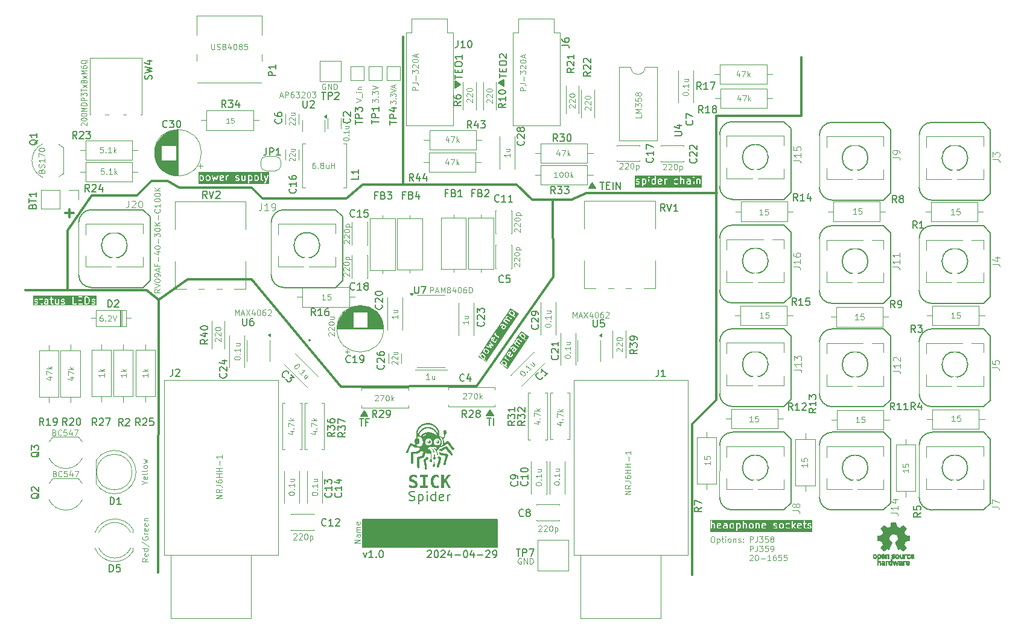
<source format=gto>
G04 #@! TF.GenerationSoftware,KiCad,Pcbnew,8.0.1*
G04 #@! TF.CreationDate,2024-04-29T14:01:51+02:00*
G04 #@! TF.ProjectId,spider2,73706964-6572-4322-9e6b-696361645f70,rev?*
G04 #@! TF.SameCoordinates,Original*
G04 #@! TF.FileFunction,Legend,Top*
G04 #@! TF.FilePolarity,Positive*
%FSLAX46Y46*%
G04 Gerber Fmt 4.6, Leading zero omitted, Abs format (unit mm)*
G04 Created by KiCad (PCBNEW 8.0.1) date 2024-04-29 14:01:51*
%MOMM*%
%LPD*%
G01*
G04 APERTURE LIST*
%ADD10C,0.300000*%
%ADD11C,0.150000*%
%ADD12C,0.000000*%
%ADD13C,0.200000*%
%ADD14C,0.100000*%
%ADD15C,0.400000*%
%ADD16C,0.120000*%
%ADD17C,0.127000*%
%ADD18C,0.010000*%
%ADD19C,1.600000*%
%ADD20O,1.600000X1.600000*%
%ADD21C,0.700000*%
%ADD22O,0.900000X2.400000*%
%ADD23O,0.900000X1.700000*%
%ADD24R,1.600000X1.600000*%
%ADD25C,1.400000*%
%ADD26O,1.400000X1.400000*%
%ADD27R,2.500000X2.500000*%
%ADD28C,1.500000*%
%ADD29O,1.900000X1.000000*%
%ADD30O,1.000000X1.800000*%
%ADD31C,1.300000*%
%ADD32O,1.703200X3.203200*%
%ADD33O,1.903200X3.203200*%
%ADD34O,1.000000X1.900000*%
%ADD35O,3.203200X2.203200*%
%ADD36O,1.800000X0.900000*%
%ADD37C,0.800000*%
%ADD38C,6.400000*%
%ADD39C,3.000000*%
%ADD40C,2.000000*%
%ADD41R,1.500000X1.500000*%
%ADD42C,4.000000*%
%ADD43C,1.800000*%
%ADD44R,1.700000X1.700000*%
%ADD45O,1.700000X1.700000*%
%ADD46R,1.800000X1.800000*%
%ADD47R,5.100000X2.350000*%
%ADD48R,4.000000X4.000000*%
G04 APERTURE END LIST*
D10*
X234650000Y-49550000D02*
X216400000Y-49550000D01*
X211700000Y-61300000D02*
X211680000Y-50530000D01*
D11*
X217700000Y-48850000D02*
X216700000Y-48850000D01*
X217200000Y-48100000D01*
X217700000Y-48850000D01*
G36*
X217700000Y-48850000D02*
G01*
X216700000Y-48850000D01*
X217200000Y-48100000D01*
X217700000Y-48850000D01*
G37*
D12*
G36*
X194014151Y-86596336D02*
G01*
X194020190Y-86598078D01*
X194027840Y-86600830D01*
X194036855Y-86604471D01*
X194058001Y-86613923D01*
X194081668Y-86625450D01*
X194105899Y-86638069D01*
X194128731Y-86650795D01*
X194139011Y-86656891D01*
X194148207Y-86662645D01*
X194156074Y-86667934D01*
X194162366Y-86672634D01*
X194169789Y-86678943D01*
X194177196Y-86685898D01*
X194184522Y-86693401D01*
X194191702Y-86701353D01*
X194198672Y-86709656D01*
X194205365Y-86718213D01*
X194211718Y-86726925D01*
X194217664Y-86735693D01*
X194223139Y-86744420D01*
X194228078Y-86753008D01*
X194232415Y-86761358D01*
X194236086Y-86769372D01*
X194239025Y-86776952D01*
X194241167Y-86784000D01*
X194241919Y-86787294D01*
X194242447Y-86790417D01*
X194242743Y-86793359D01*
X194242800Y-86796106D01*
X194242893Y-86803909D01*
X194242484Y-86807358D01*
X194241300Y-86810901D01*
X194238993Y-86814832D01*
X194235210Y-86819447D01*
X194229599Y-86825043D01*
X194221809Y-86831913D01*
X194198289Y-86850663D01*
X194161837Y-86878061D01*
X194038894Y-86968262D01*
X193994400Y-87001324D01*
X193953875Y-87031673D01*
X193921816Y-87056070D01*
X193910367Y-87065024D01*
X193902722Y-87071273D01*
X193875911Y-87093145D01*
X193897783Y-87266006D01*
X193917715Y-87427402D01*
X193936589Y-87572923D01*
X193967688Y-87818357D01*
X193991181Y-88019275D01*
X193999600Y-88099134D01*
X194005546Y-88163175D01*
X194008830Y-88209837D01*
X194009414Y-88226162D01*
X194009261Y-88237556D01*
X194008852Y-88245381D01*
X194008404Y-88252496D01*
X194007894Y-88258967D01*
X194007299Y-88264864D01*
X194006596Y-88270251D01*
X194005763Y-88275198D01*
X194004778Y-88279770D01*
X194003616Y-88284035D01*
X194002257Y-88288060D01*
X194000676Y-88291913D01*
X193998851Y-88295661D01*
X193996759Y-88299370D01*
X193994378Y-88303108D01*
X193991685Y-88306942D01*
X193988657Y-88310939D01*
X193985272Y-88315167D01*
X193980095Y-88321137D01*
X193974154Y-88327103D01*
X193967543Y-88333013D01*
X193960357Y-88338814D01*
X193952692Y-88344455D01*
X193944642Y-88349881D01*
X193936303Y-88355041D01*
X193927769Y-88359882D01*
X193919136Y-88364350D01*
X193910500Y-88368394D01*
X193901954Y-88371960D01*
X193893594Y-88374996D01*
X193885515Y-88377449D01*
X193877813Y-88379267D01*
X193870581Y-88380396D01*
X193863916Y-88380784D01*
X193858097Y-88380669D01*
X193852285Y-88380327D01*
X193846487Y-88379763D01*
X193840712Y-88378981D01*
X193834966Y-88377987D01*
X193829257Y-88376784D01*
X193823592Y-88375378D01*
X193817978Y-88373773D01*
X193812424Y-88371973D01*
X193806935Y-88369984D01*
X193801521Y-88367809D01*
X193796187Y-88365455D01*
X193790942Y-88362924D01*
X193785792Y-88360223D01*
X193780746Y-88357355D01*
X193775810Y-88354326D01*
X193770992Y-88351139D01*
X193766299Y-88347800D01*
X193761739Y-88344313D01*
X193757318Y-88340683D01*
X193753045Y-88336915D01*
X193748926Y-88333012D01*
X193744970Y-88328981D01*
X193741183Y-88324825D01*
X193737572Y-88320549D01*
X193734146Y-88316157D01*
X193730911Y-88311656D01*
X193727875Y-88307048D01*
X193725045Y-88302339D01*
X193722429Y-88297533D01*
X193720033Y-88292635D01*
X193717866Y-88287650D01*
X193714643Y-88275619D01*
X193710337Y-88253707D01*
X193698905Y-88182787D01*
X193684430Y-88079986D01*
X193667772Y-87950395D01*
X193615561Y-87530590D01*
X193597922Y-87397945D01*
X193576050Y-87237784D01*
X193570566Y-87197803D01*
X193565786Y-87160691D01*
X193561750Y-87126870D01*
X193558499Y-87096761D01*
X193556075Y-87070787D01*
X193554519Y-87049368D01*
X193553873Y-87032926D01*
X193553904Y-87026704D01*
X193554178Y-87021884D01*
X193556078Y-87006837D01*
X193558863Y-86992656D01*
X193562921Y-86978950D01*
X193568641Y-86965329D01*
X193576412Y-86951403D01*
X193586622Y-86936779D01*
X193599660Y-86921068D01*
X193615914Y-86903880D01*
X193635773Y-86884823D01*
X193659625Y-86863506D01*
X193687860Y-86839540D01*
X193720865Y-86812532D01*
X193802743Y-86747833D01*
X193908366Y-86666284D01*
X193927086Y-86652111D01*
X193944879Y-86638889D01*
X193961349Y-86626906D01*
X193976100Y-86616454D01*
X193988734Y-86607821D01*
X193994133Y-86604277D01*
X193998854Y-86601296D01*
X194002847Y-86598914D01*
X194006064Y-86597168D01*
X194008453Y-86596094D01*
X194009322Y-86595821D01*
X194009966Y-86595728D01*
X194014151Y-86596336D01*
G37*
G36*
X195545961Y-84268806D02*
G01*
X195559306Y-84269615D01*
X195572485Y-84270843D01*
X195585301Y-84272480D01*
X195597554Y-84274517D01*
X195609047Y-84276942D01*
X195619581Y-84279745D01*
X195628957Y-84282916D01*
X195636977Y-84286445D01*
X195646216Y-84291548D01*
X195655143Y-84297056D01*
X195663750Y-84302951D01*
X195672033Y-84309217D01*
X195679985Y-84315838D01*
X195687599Y-84322795D01*
X195694869Y-84330072D01*
X195701789Y-84337653D01*
X195714553Y-84353656D01*
X195725840Y-84370669D01*
X195735600Y-84388557D01*
X195743781Y-84407183D01*
X195750333Y-84426413D01*
X195755206Y-84446111D01*
X195758349Y-84466142D01*
X195759711Y-84486371D01*
X195759708Y-84496517D01*
X195759242Y-84506661D01*
X195758304Y-84516787D01*
X195756890Y-84526878D01*
X195754993Y-84536917D01*
X195752606Y-84546886D01*
X195749723Y-84556770D01*
X195746339Y-84566550D01*
X195742147Y-84576720D01*
X195737511Y-84586591D01*
X195732432Y-84596163D01*
X195726914Y-84605433D01*
X195720957Y-84614402D01*
X195714564Y-84623068D01*
X195707737Y-84631430D01*
X195700478Y-84639487D01*
X195692788Y-84647239D01*
X195684671Y-84654683D01*
X195676129Y-84661819D01*
X195667162Y-84668647D01*
X195657774Y-84675164D01*
X195647966Y-84681370D01*
X195637741Y-84687264D01*
X195627100Y-84692845D01*
X195612979Y-84699486D01*
X195606690Y-84702260D01*
X195600785Y-84704696D01*
X195595165Y-84706814D01*
X195589732Y-84708633D01*
X195584387Y-84710173D01*
X195579034Y-84711454D01*
X195573573Y-84712495D01*
X195567906Y-84713316D01*
X195561936Y-84713936D01*
X195555563Y-84714375D01*
X195548690Y-84714654D01*
X195541219Y-84714790D01*
X195524089Y-84714717D01*
X195511571Y-84714400D01*
X195499653Y-84713701D01*
X195488289Y-84712604D01*
X195477434Y-84711090D01*
X195467041Y-84709142D01*
X195457066Y-84706743D01*
X195447463Y-84703874D01*
X195438187Y-84700518D01*
X195429192Y-84696658D01*
X195420433Y-84692276D01*
X195411863Y-84687354D01*
X195403439Y-84681876D01*
X195395113Y-84675823D01*
X195386842Y-84669177D01*
X195378578Y-84661922D01*
X195370278Y-84654039D01*
X195361999Y-84645344D01*
X195354350Y-84636694D01*
X195347318Y-84628055D01*
X195340887Y-84619390D01*
X195335043Y-84610663D01*
X195329771Y-84601838D01*
X195325058Y-84592879D01*
X195320889Y-84583749D01*
X195317248Y-84574412D01*
X195314123Y-84564832D01*
X195311497Y-84554974D01*
X195309357Y-84544800D01*
X195307689Y-84534274D01*
X195306477Y-84523362D01*
X195305708Y-84512025D01*
X195305366Y-84500228D01*
X195305417Y-84493022D01*
X195305570Y-84486197D01*
X195305831Y-84479724D01*
X195306204Y-84473572D01*
X195306693Y-84467708D01*
X195307301Y-84462104D01*
X195308034Y-84456726D01*
X195308894Y-84451545D01*
X195309887Y-84446529D01*
X195311016Y-84441648D01*
X195312286Y-84436870D01*
X195313701Y-84432164D01*
X195315264Y-84427500D01*
X195316981Y-84422846D01*
X195318854Y-84418172D01*
X195320889Y-84413445D01*
X195324011Y-84406799D01*
X195327014Y-84400890D01*
X195329879Y-84395727D01*
X195331253Y-84393428D01*
X195332586Y-84391319D01*
X195333873Y-84389402D01*
X195335114Y-84387677D01*
X195336306Y-84386145D01*
X195337446Y-84384808D01*
X195338531Y-84383667D01*
X195339560Y-84382723D01*
X195340530Y-84381977D01*
X195341438Y-84381430D01*
X195342282Y-84381084D01*
X195343059Y-84380940D01*
X195343768Y-84380998D01*
X195344405Y-84381261D01*
X195344968Y-84381729D01*
X195345455Y-84382402D01*
X195345863Y-84383284D01*
X195346189Y-84384374D01*
X195346432Y-84385674D01*
X195346589Y-84387185D01*
X195346657Y-84388908D01*
X195346634Y-84390844D01*
X195346518Y-84392994D01*
X195346306Y-84395361D01*
X195345995Y-84397944D01*
X195345583Y-84400745D01*
X195345203Y-84404672D01*
X195345116Y-84408643D01*
X195345311Y-84412645D01*
X195345779Y-84416668D01*
X195346510Y-84420701D01*
X195347496Y-84424733D01*
X195348726Y-84428752D01*
X195350191Y-84432749D01*
X195351882Y-84436711D01*
X195353788Y-84440628D01*
X195355900Y-84444489D01*
X195358209Y-84448283D01*
X195360705Y-84451999D01*
X195363378Y-84455626D01*
X195366220Y-84459153D01*
X195369219Y-84462569D01*
X195372368Y-84465863D01*
X195375656Y-84469025D01*
X195379073Y-84472042D01*
X195382611Y-84474904D01*
X195386259Y-84477601D01*
X195390009Y-84480120D01*
X195393850Y-84482452D01*
X195397772Y-84484585D01*
X195401767Y-84486508D01*
X195405825Y-84488210D01*
X195409936Y-84489681D01*
X195414091Y-84490909D01*
X195418280Y-84491883D01*
X195422493Y-84492592D01*
X195426722Y-84493026D01*
X195430955Y-84493173D01*
X195436557Y-84492976D01*
X195442234Y-84492394D01*
X195447963Y-84491438D01*
X195453720Y-84490119D01*
X195459481Y-84488449D01*
X195465223Y-84486438D01*
X195470921Y-84484099D01*
X195476552Y-84481443D01*
X195482092Y-84478481D01*
X195487517Y-84475224D01*
X195492803Y-84471684D01*
X195497928Y-84467872D01*
X195502866Y-84463800D01*
X195507595Y-84459478D01*
X195512090Y-84454919D01*
X195516328Y-84450134D01*
X195519456Y-84446328D01*
X195522235Y-84442807D01*
X195524682Y-84439507D01*
X195526812Y-84436365D01*
X195528640Y-84433318D01*
X195530181Y-84430303D01*
X195531452Y-84427257D01*
X195532467Y-84424117D01*
X195533243Y-84420819D01*
X195533794Y-84417302D01*
X195534137Y-84413502D01*
X195534286Y-84409355D01*
X195534258Y-84404799D01*
X195534067Y-84399771D01*
X195533729Y-84394207D01*
X195533261Y-84388045D01*
X195532719Y-84381992D01*
X195532133Y-84376494D01*
X195531478Y-84371497D01*
X195530725Y-84366944D01*
X195529848Y-84362780D01*
X195529355Y-84360827D01*
X195528821Y-84358949D01*
X195528242Y-84357141D01*
X195527615Y-84355395D01*
X195526938Y-84353704D01*
X195526205Y-84352062D01*
X195525415Y-84350461D01*
X195524564Y-84348894D01*
X195523648Y-84347355D01*
X195522664Y-84345836D01*
X195521609Y-84344330D01*
X195520479Y-84342831D01*
X195519271Y-84341332D01*
X195517981Y-84339825D01*
X195515145Y-84336760D01*
X195511943Y-84333582D01*
X195508348Y-84330235D01*
X195504333Y-84326662D01*
X195501476Y-84324399D01*
X195498479Y-84322120D01*
X195492162Y-84317578D01*
X195485581Y-84313168D01*
X195478933Y-84309023D01*
X195475646Y-84307091D01*
X195472418Y-84305275D01*
X195469272Y-84303591D01*
X195466233Y-84302056D01*
X195463327Y-84300686D01*
X195460577Y-84299498D01*
X195458010Y-84298508D01*
X195455650Y-84297734D01*
X195432366Y-84290678D01*
X195457061Y-84278684D01*
X195464585Y-84275764D01*
X195473531Y-84273345D01*
X195483701Y-84271419D01*
X195494896Y-84269975D01*
X195506918Y-84269002D01*
X195519569Y-84268489D01*
X195532649Y-84268428D01*
X195545961Y-84268806D01*
G37*
D10*
X157600000Y-47825000D02*
X159250000Y-48825000D01*
X181900000Y-76700000D02*
X200950000Y-76650000D01*
X159250000Y-48825000D02*
X169425000Y-48825000D01*
D12*
G36*
X194142447Y-81828466D02*
G01*
X194169675Y-81829524D01*
X194199533Y-81831112D01*
X194232922Y-81833228D01*
X194301792Y-81839223D01*
X194367297Y-81847317D01*
X194399121Y-81852230D01*
X194430504Y-81857760D01*
X194461578Y-81863940D01*
X194492478Y-81870799D01*
X194523337Y-81878370D01*
X194554287Y-81886682D01*
X194585463Y-81895768D01*
X194616998Y-81905658D01*
X194681676Y-81927974D01*
X194749389Y-81953878D01*
X194804749Y-81976950D01*
X194858664Y-82001466D01*
X194911162Y-82027448D01*
X194962268Y-82054916D01*
X195012010Y-82083894D01*
X195060415Y-82114402D01*
X195107509Y-82146463D01*
X195153319Y-82180097D01*
X195197873Y-82215328D01*
X195241197Y-82252175D01*
X195283318Y-82290663D01*
X195324262Y-82330811D01*
X195364057Y-82372641D01*
X195402730Y-82416176D01*
X195440308Y-82461437D01*
X195476816Y-82508445D01*
X195496935Y-82535801D01*
X195516522Y-82563842D01*
X195535540Y-82592496D01*
X195553953Y-82621687D01*
X195571726Y-82651341D01*
X195588822Y-82681383D01*
X195605205Y-82711740D01*
X195620838Y-82742337D01*
X195635686Y-82773099D01*
X195649712Y-82803951D01*
X195662880Y-82834821D01*
X195675155Y-82865632D01*
X195686499Y-82896312D01*
X195696877Y-82926784D01*
X195706252Y-82956976D01*
X195714589Y-82986812D01*
X195727263Y-83035744D01*
X195737001Y-83077442D01*
X195744243Y-83116180D01*
X195749426Y-83156233D01*
X195752988Y-83201875D01*
X195755368Y-83257381D01*
X195757003Y-83327026D01*
X195758333Y-83415084D01*
X195759527Y-83497850D01*
X195760066Y-83531404D01*
X195760604Y-83560219D01*
X195760881Y-83572962D01*
X195761167Y-83584656D01*
X195761466Y-83595345D01*
X195761781Y-83605076D01*
X195762116Y-83613892D01*
X195762474Y-83621839D01*
X195762858Y-83628962D01*
X195763272Y-83635306D01*
X195763719Y-83640916D01*
X195764202Y-83645837D01*
X195764726Y-83650115D01*
X195765003Y-83652027D01*
X195765292Y-83653795D01*
X195765593Y-83655424D01*
X195765905Y-83656921D01*
X195766230Y-83658290D01*
X195766568Y-83659538D01*
X195766919Y-83660670D01*
X195767284Y-83661692D01*
X195767663Y-83662610D01*
X195768056Y-83663429D01*
X195768465Y-83664154D01*
X195768889Y-83664792D01*
X195769329Y-83665347D01*
X195769785Y-83665827D01*
X195770257Y-83666235D01*
X195770747Y-83666579D01*
X195771255Y-83666863D01*
X195771780Y-83667093D01*
X195772323Y-83667275D01*
X195772886Y-83667414D01*
X195773467Y-83667517D01*
X195774068Y-83667588D01*
X195775331Y-83667659D01*
X195776677Y-83667673D01*
X195782553Y-83667940D01*
X195789515Y-83668717D01*
X195797445Y-83669970D01*
X195806223Y-83671664D01*
X195825840Y-83676231D01*
X195847409Y-83682137D01*
X195869971Y-83689101D01*
X195892565Y-83696843D01*
X195914233Y-83705081D01*
X195934017Y-83713534D01*
X195951194Y-83721720D01*
X195968775Y-83730870D01*
X195986635Y-83740887D01*
X196004649Y-83751678D01*
X196022692Y-83763147D01*
X196040640Y-83775198D01*
X196058365Y-83787738D01*
X196075745Y-83800670D01*
X196092653Y-83813900D01*
X196108965Y-83827332D01*
X196124556Y-83840872D01*
X196139300Y-83854424D01*
X196153073Y-83867894D01*
X196165749Y-83881186D01*
X196177203Y-83894205D01*
X196187311Y-83906856D01*
X196190226Y-83910516D01*
X196193140Y-83914074D01*
X196196033Y-83917513D01*
X196198886Y-83920813D01*
X196201682Y-83923956D01*
X196204401Y-83926923D01*
X196207025Y-83929696D01*
X196209536Y-83932256D01*
X196211914Y-83934585D01*
X196214141Y-83936663D01*
X196216199Y-83938473D01*
X196218069Y-83939995D01*
X196219732Y-83941212D01*
X196221170Y-83942104D01*
X196221798Y-83942422D01*
X196222363Y-83942652D01*
X196222863Y-83942792D01*
X196223294Y-83942840D01*
X196223809Y-83942778D01*
X196224423Y-83942596D01*
X196225940Y-83941880D01*
X196227821Y-83940719D01*
X196230041Y-83939135D01*
X196232575Y-83937155D01*
X196235399Y-83934803D01*
X196241815Y-83929081D01*
X196249091Y-83922169D01*
X196257029Y-83914264D01*
X196265429Y-83905566D01*
X196274094Y-83896273D01*
X196286348Y-83882266D01*
X196298240Y-83867232D01*
X196309773Y-83851169D01*
X196320948Y-83834074D01*
X196331767Y-83815945D01*
X196342233Y-83796781D01*
X196352347Y-83776580D01*
X196362112Y-83755338D01*
X196371530Y-83733055D01*
X196380603Y-83709728D01*
X196389332Y-83685355D01*
X196397721Y-83659934D01*
X196405770Y-83633463D01*
X196413483Y-83605940D01*
X196420861Y-83577362D01*
X196427906Y-83547728D01*
X196431995Y-83529443D01*
X196435517Y-83513363D01*
X196438449Y-83499313D01*
X196440771Y-83487117D01*
X196441696Y-83481659D01*
X196442460Y-83476599D01*
X196443061Y-83471915D01*
X196443495Y-83467584D01*
X196443761Y-83463586D01*
X196443854Y-83459897D01*
X196443774Y-83456496D01*
X196443516Y-83453360D01*
X196443078Y-83450469D01*
X196442458Y-83447800D01*
X196441653Y-83445330D01*
X196440659Y-83443039D01*
X196439475Y-83440904D01*
X196438098Y-83438902D01*
X196436524Y-83437013D01*
X196434752Y-83435214D01*
X196432778Y-83433484D01*
X196430599Y-83431799D01*
X196428214Y-83430139D01*
X196425619Y-83428481D01*
X196419790Y-83425085D01*
X196413089Y-83421434D01*
X196406393Y-83417602D01*
X196399574Y-83413033D01*
X196392692Y-83407804D01*
X196385804Y-83401987D01*
X196378969Y-83395658D01*
X196372248Y-83388890D01*
X196365698Y-83381759D01*
X196359378Y-83374338D01*
X196353348Y-83366702D01*
X196347666Y-83358926D01*
X196342392Y-83351084D01*
X196337583Y-83343250D01*
X196333300Y-83335498D01*
X196329600Y-83327904D01*
X196326544Y-83320541D01*
X196324189Y-83313484D01*
X196322903Y-83305956D01*
X196321708Y-83293343D01*
X196320629Y-83276314D01*
X196319691Y-83255540D01*
X196318335Y-83205435D01*
X196317839Y-83148384D01*
X196317692Y-83105780D01*
X196317861Y-83071743D01*
X196318099Y-83057492D01*
X196318459Y-83044849D01*
X196318955Y-83033637D01*
X196319602Y-83023677D01*
X196320415Y-83014792D01*
X196321408Y-83006804D01*
X196322595Y-82999536D01*
X196323990Y-82992809D01*
X196325609Y-82986446D01*
X196327466Y-82980269D01*
X196329574Y-82974100D01*
X196331950Y-82967762D01*
X196337528Y-82954104D01*
X196343935Y-82941185D01*
X196351153Y-82929014D01*
X196359169Y-82917601D01*
X196367966Y-82906958D01*
X196377528Y-82897093D01*
X196387842Y-82888019D01*
X196398889Y-82879744D01*
X196410657Y-82872279D01*
X196423128Y-82865635D01*
X196436287Y-82859822D01*
X196450119Y-82854851D01*
X196464609Y-82850731D01*
X196479740Y-82847473D01*
X196495498Y-82845087D01*
X196511866Y-82843584D01*
X196520583Y-82843179D01*
X196529139Y-82843022D01*
X196537534Y-82843115D01*
X196545769Y-82843457D01*
X196553843Y-82844049D01*
X196561758Y-82844892D01*
X196569513Y-82845986D01*
X196577108Y-82847332D01*
X196584544Y-82848930D01*
X196591822Y-82850781D01*
X196598941Y-82852885D01*
X196605901Y-82855242D01*
X196612703Y-82857854D01*
X196619347Y-82860720D01*
X196625834Y-82863842D01*
X196632164Y-82867220D01*
X196638336Y-82870854D01*
X196644351Y-82874745D01*
X196650210Y-82878893D01*
X196655913Y-82883299D01*
X196661459Y-82887963D01*
X196666850Y-82892887D01*
X196672085Y-82898069D01*
X196677165Y-82903512D01*
X196682090Y-82909215D01*
X196686860Y-82915179D01*
X196691475Y-82921405D01*
X196695936Y-82927892D01*
X196700244Y-82934642D01*
X196704397Y-82941656D01*
X196708397Y-82948932D01*
X196712244Y-82956473D01*
X196734117Y-82999512D01*
X196734117Y-83291612D01*
X196712244Y-83334651D01*
X196707958Y-83343146D01*
X196703551Y-83351186D01*
X196699005Y-83358793D01*
X196694297Y-83365993D01*
X196689407Y-83372808D01*
X196684314Y-83379262D01*
X196678998Y-83385379D01*
X196673439Y-83391183D01*
X196667615Y-83396698D01*
X196661505Y-83401947D01*
X196655090Y-83406954D01*
X196648348Y-83411744D01*
X196641258Y-83416338D01*
X196633801Y-83420763D01*
X196625955Y-83425040D01*
X196617700Y-83429195D01*
X196588772Y-83443306D01*
X196576072Y-83514567D01*
X196567363Y-83560669D01*
X196557897Y-83604807D01*
X196547660Y-83647018D01*
X196536638Y-83687340D01*
X196524819Y-83725810D01*
X196512188Y-83762465D01*
X196498732Y-83797343D01*
X196484438Y-83830480D01*
X196469293Y-83861913D01*
X196453282Y-83891681D01*
X196436393Y-83919820D01*
X196418612Y-83946367D01*
X196399926Y-83971360D01*
X196380320Y-83994835D01*
X196359783Y-84016831D01*
X196338300Y-84037384D01*
X196301611Y-84069840D01*
X196331950Y-84134751D01*
X196340425Y-84153737D01*
X196348390Y-84172871D01*
X196355846Y-84192169D01*
X196362796Y-84211645D01*
X196369241Y-84231316D01*
X196375184Y-84251196D01*
X196380627Y-84271302D01*
X196385572Y-84291648D01*
X196390021Y-84312251D01*
X196393975Y-84333126D01*
X196397438Y-84354288D01*
X196400411Y-84375753D01*
X196402896Y-84397536D01*
X196404895Y-84419653D01*
X196406410Y-84442120D01*
X196407444Y-84464951D01*
X196408073Y-84487746D01*
X196408370Y-84509864D01*
X196408337Y-84530956D01*
X196407973Y-84550676D01*
X196407279Y-84568676D01*
X196406254Y-84584608D01*
X196404898Y-84598127D01*
X196404096Y-84603872D01*
X196403211Y-84608884D01*
X196401727Y-84617422D01*
X196400466Y-84625465D01*
X196399453Y-84632845D01*
X196399047Y-84636236D01*
X196398713Y-84639399D01*
X196398453Y-84642315D01*
X196398271Y-84644961D01*
X196398169Y-84647318D01*
X196398151Y-84649365D01*
X196398219Y-84651082D01*
X196398378Y-84652446D01*
X196398492Y-84652991D01*
X196398630Y-84653439D01*
X196398791Y-84653790D01*
X196398977Y-84654039D01*
X196399583Y-84654092D01*
X196400847Y-84653732D01*
X196405206Y-84651846D01*
X196411764Y-84648520D01*
X196420232Y-84643897D01*
X196430321Y-84638116D01*
X196441741Y-84631318D01*
X196454202Y-84623644D01*
X196467416Y-84615234D01*
X196532021Y-84573889D01*
X196598495Y-84531990D01*
X196725473Y-84453574D01*
X196780190Y-84420579D01*
X196825199Y-84394076D01*
X196857608Y-84375823D01*
X196868183Y-84370342D01*
X196874522Y-84367584D01*
X196880434Y-84365724D01*
X196886759Y-84364110D01*
X196893448Y-84362742D01*
X196900451Y-84361620D01*
X196907719Y-84360741D01*
X196915202Y-84360105D01*
X196922850Y-84359711D01*
X196930614Y-84359558D01*
X196938444Y-84359645D01*
X196946290Y-84359970D01*
X196954104Y-84360533D01*
X196961834Y-84361333D01*
X196969433Y-84362369D01*
X196976849Y-84363639D01*
X196984035Y-84365142D01*
X196990939Y-84366878D01*
X197009446Y-84373377D01*
X197018847Y-84378468D01*
X197029193Y-84385796D01*
X197041118Y-84396117D01*
X197055257Y-84410187D01*
X197092715Y-84452603D01*
X197146643Y-84519097D01*
X197222119Y-84615719D01*
X197458017Y-84923562D01*
X197613459Y-85127445D01*
X197673073Y-85206261D01*
X197721541Y-85270871D01*
X197759559Y-85322187D01*
X197787820Y-85361116D01*
X197807019Y-85388570D01*
X197817850Y-85405456D01*
X197823813Y-85417115D01*
X197828504Y-85428909D01*
X197831969Y-85440791D01*
X197834254Y-85452716D01*
X197835407Y-85464636D01*
X197835474Y-85476504D01*
X197834501Y-85488275D01*
X197832534Y-85499901D01*
X197829621Y-85511336D01*
X197825808Y-85522533D01*
X197821141Y-85533446D01*
X197815667Y-85544027D01*
X197809432Y-85554231D01*
X197802484Y-85564011D01*
X197794867Y-85573319D01*
X197786629Y-85582110D01*
X197777817Y-85590336D01*
X197768476Y-85597951D01*
X197758654Y-85604909D01*
X197748397Y-85611163D01*
X197737751Y-85616665D01*
X197726763Y-85621371D01*
X197715480Y-85625232D01*
X197703947Y-85628202D01*
X197692212Y-85630235D01*
X197680320Y-85631284D01*
X197668320Y-85631302D01*
X197656256Y-85630243D01*
X197644175Y-85628060D01*
X197632125Y-85624706D01*
X197620151Y-85620135D01*
X197608300Y-85614301D01*
X197592903Y-85601744D01*
X197567146Y-85573775D01*
X197527548Y-85525897D01*
X197470628Y-85453610D01*
X197290899Y-85217822D01*
X197000111Y-84830428D01*
X196981427Y-84805209D01*
X196963753Y-84781734D01*
X196947500Y-84760492D01*
X196933083Y-84741969D01*
X196920915Y-84726655D01*
X196911409Y-84715037D01*
X196904979Y-84707603D01*
X196903047Y-84705607D01*
X196902038Y-84704840D01*
X196898946Y-84706311D01*
X196891587Y-84710528D01*
X196866055Y-84726006D01*
X196829410Y-84748893D01*
X196785622Y-84776806D01*
X196680053Y-84844275D01*
X196582422Y-84905923D01*
X196381338Y-85032923D01*
X196338947Y-85059230D01*
X196298987Y-85083172D01*
X196261309Y-85104832D01*
X196225764Y-85124292D01*
X196192203Y-85141636D01*
X196160478Y-85156946D01*
X196130439Y-85170305D01*
X196101939Y-85181795D01*
X196080764Y-85189398D01*
X196057423Y-85197108D01*
X196033453Y-85204504D01*
X196010393Y-85211164D01*
X195989780Y-85216666D01*
X195973153Y-85220590D01*
X195966814Y-85221827D01*
X195962048Y-85222512D01*
X195959048Y-85222591D01*
X195958270Y-85222387D01*
X195958005Y-85222012D01*
X195958127Y-85221412D01*
X195958486Y-85220421D01*
X195959868Y-85217359D01*
X195962061Y-85213008D01*
X195964973Y-85207548D01*
X195968513Y-85201162D01*
X195972591Y-85194032D01*
X195977115Y-85186340D01*
X195981994Y-85178267D01*
X195992335Y-85160397D01*
X196003337Y-85141137D01*
X196013546Y-85122804D01*
X196017898Y-85114708D01*
X196021506Y-85107712D01*
X196023343Y-85104172D01*
X196025657Y-85100196D01*
X196028412Y-85095827D01*
X196031571Y-85091109D01*
X196038955Y-85080799D01*
X196047523Y-85069612D01*
X196056983Y-85057896D01*
X196067047Y-85045998D01*
X196077425Y-85034265D01*
X196087828Y-85023045D01*
X196102383Y-85007465D01*
X196115935Y-84992396D01*
X196128555Y-84977722D01*
X196140314Y-84963326D01*
X196151284Y-84949092D01*
X196161535Y-84934901D01*
X196171139Y-84920639D01*
X196180167Y-84906187D01*
X196188691Y-84891430D01*
X196196782Y-84876249D01*
X196204511Y-84860530D01*
X196211950Y-84844154D01*
X196219170Y-84827005D01*
X196226242Y-84808966D01*
X196233237Y-84789920D01*
X196240227Y-84769751D01*
X196251515Y-84732871D01*
X196261039Y-84695341D01*
X196268806Y-84657288D01*
X196274822Y-84618839D01*
X196279094Y-84580121D01*
X196281627Y-84541262D01*
X196282428Y-84502389D01*
X196281503Y-84463628D01*
X196278858Y-84425106D01*
X196274500Y-84386952D01*
X196268434Y-84349292D01*
X196260667Y-84312253D01*
X196251205Y-84275962D01*
X196240054Y-84240547D01*
X196227221Y-84206134D01*
X196212711Y-84172851D01*
X196198130Y-84143287D01*
X196182449Y-84114674D01*
X196165694Y-84087034D01*
X196147888Y-84060392D01*
X196129057Y-84034770D01*
X196109226Y-84010194D01*
X196088419Y-83986686D01*
X196066661Y-83964271D01*
X196043977Y-83942972D01*
X196020392Y-83922812D01*
X195995930Y-83903817D01*
X195970617Y-83886009D01*
X195944477Y-83869413D01*
X195917535Y-83854051D01*
X195889816Y-83839948D01*
X195861344Y-83827128D01*
X195852170Y-83823409D01*
X195842327Y-83819731D01*
X195832136Y-83816202D01*
X195821921Y-83812929D01*
X195812003Y-83810020D01*
X195802706Y-83807582D01*
X195794351Y-83805723D01*
X195790628Y-83805044D01*
X195787261Y-83804550D01*
X195756922Y-83799612D01*
X195774561Y-83820779D01*
X195799079Y-83850412D01*
X195815836Y-83870388D01*
X195833122Y-83890628D01*
X195894158Y-83968396D01*
X195946563Y-84048196D01*
X195969530Y-84088837D01*
X195990339Y-84129959D01*
X196008990Y-84171556D01*
X196025485Y-84213618D01*
X196039823Y-84256137D01*
X196052004Y-84299105D01*
X196062028Y-84342512D01*
X196069895Y-84386350D01*
X196075606Y-84430611D01*
X196079161Y-84475286D01*
X196080559Y-84520367D01*
X196079802Y-84565845D01*
X196076888Y-84611712D01*
X196071819Y-84657958D01*
X196055213Y-84751558D01*
X196029986Y-84846575D01*
X195996138Y-84942942D01*
X195953671Y-85040591D01*
X195902585Y-85139453D01*
X195842881Y-85239461D01*
X195774561Y-85340545D01*
X195739830Y-85388258D01*
X195706530Y-85432003D01*
X195673841Y-85472704D01*
X195657471Y-85492204D01*
X195640946Y-85511290D01*
X195624165Y-85530078D01*
X195607026Y-85548684D01*
X195571261Y-85585814D01*
X195532835Y-85623605D01*
X195490927Y-85662984D01*
X195396383Y-85749767D01*
X195416139Y-85789984D01*
X195429599Y-85819807D01*
X195442861Y-85853286D01*
X195455727Y-85889773D01*
X195467997Y-85928626D01*
X195479473Y-85969198D01*
X195489957Y-86010845D01*
X195499251Y-86052922D01*
X195507156Y-86094784D01*
X195508123Y-86100715D01*
X195509176Y-86106347D01*
X195510315Y-86111696D01*
X195511543Y-86116777D01*
X195512862Y-86121607D01*
X195514274Y-86126199D01*
X195515781Y-86130570D01*
X195517386Y-86134736D01*
X195519089Y-86138711D01*
X195520894Y-86142512D01*
X195522802Y-86146154D01*
X195524816Y-86149652D01*
X195526937Y-86153022D01*
X195529168Y-86156279D01*
X195531510Y-86159439D01*
X195533966Y-86162517D01*
X195538869Y-86168379D01*
X195543259Y-86174324D01*
X195547133Y-86180352D01*
X195550492Y-86186462D01*
X195553334Y-86192655D01*
X195555658Y-86198931D01*
X195557464Y-86205289D01*
X195558749Y-86211730D01*
X195559514Y-86218254D01*
X195559756Y-86224860D01*
X195559476Y-86231549D01*
X195558672Y-86238321D01*
X195557343Y-86245175D01*
X195555487Y-86252112D01*
X195553105Y-86259132D01*
X195550194Y-86266234D01*
X195547563Y-86271754D01*
X195544702Y-86277068D01*
X195541625Y-86282170D01*
X195538340Y-86287058D01*
X195534861Y-86291725D01*
X195531197Y-86296169D01*
X195527360Y-86300384D01*
X195523361Y-86304367D01*
X195519211Y-86308113D01*
X195514922Y-86311619D01*
X195510503Y-86314879D01*
X195505967Y-86317890D01*
X195501325Y-86320647D01*
X195496587Y-86323146D01*
X195491766Y-86325383D01*
X195486871Y-86327353D01*
X195481914Y-86329052D01*
X195476906Y-86330477D01*
X195471858Y-86331622D01*
X195466781Y-86332483D01*
X195461688Y-86333057D01*
X195456587Y-86333338D01*
X195451491Y-86333324D01*
X195446411Y-86333008D01*
X195441358Y-86332388D01*
X195436343Y-86331458D01*
X195431377Y-86330216D01*
X195426471Y-86328655D01*
X195421637Y-86326772D01*
X195416884Y-86324564D01*
X195412226Y-86322025D01*
X195407672Y-86319151D01*
X195405104Y-86317286D01*
X195402441Y-86315147D01*
X195399703Y-86312759D01*
X195396912Y-86310144D01*
X195394088Y-86307326D01*
X195391251Y-86304330D01*
X195388423Y-86301179D01*
X195385623Y-86297896D01*
X195382874Y-86294506D01*
X195380194Y-86291032D01*
X195377605Y-86287498D01*
X195375128Y-86283928D01*
X195372783Y-86280346D01*
X195370592Y-86276775D01*
X195368574Y-86273239D01*
X195366750Y-86269762D01*
X195363203Y-86262294D01*
X195360237Y-86254964D01*
X195357854Y-86247763D01*
X195356056Y-86240680D01*
X195355377Y-86237179D01*
X195354845Y-86233704D01*
X195354460Y-86230253D01*
X195354223Y-86226825D01*
X195354134Y-86223419D01*
X195354193Y-86220033D01*
X195354400Y-86216666D01*
X195354755Y-86213317D01*
X195355260Y-86209985D01*
X195355913Y-86206668D01*
X195356716Y-86203365D01*
X195357668Y-86200074D01*
X195358771Y-86196795D01*
X195360023Y-86193526D01*
X195361426Y-86190266D01*
X195362979Y-86187013D01*
X195366539Y-86180525D01*
X195370705Y-86174052D01*
X195375478Y-86167582D01*
X195380861Y-86161106D01*
X195402028Y-86137117D01*
X195386505Y-86065151D01*
X195375567Y-86017905D01*
X195362898Y-85971480D01*
X195348553Y-85925968D01*
X195332585Y-85881464D01*
X195315051Y-85838059D01*
X195296005Y-85795846D01*
X195275502Y-85754919D01*
X195253596Y-85715371D01*
X195230343Y-85677295D01*
X195205796Y-85640784D01*
X195180012Y-85605930D01*
X195153044Y-85572827D01*
X195124947Y-85541568D01*
X195095777Y-85512246D01*
X195065587Y-85484954D01*
X195034433Y-85459784D01*
X195027127Y-85454197D01*
X195020532Y-85449051D01*
X195014614Y-85444307D01*
X195009342Y-85439929D01*
X195004681Y-85435878D01*
X195000600Y-85432114D01*
X194997063Y-85428601D01*
X194995490Y-85426926D01*
X194994040Y-85425300D01*
X194992710Y-85423717D01*
X194991496Y-85422172D01*
X194990394Y-85420662D01*
X194989399Y-85419180D01*
X194988507Y-85417723D01*
X194987715Y-85416285D01*
X194987017Y-85414862D01*
X194986411Y-85413449D01*
X194985892Y-85412041D01*
X194985455Y-85410633D01*
X194985096Y-85409221D01*
X194984813Y-85407800D01*
X194984599Y-85406365D01*
X194984451Y-85404911D01*
X194984366Y-85403434D01*
X194984338Y-85401928D01*
X194984405Y-85399456D01*
X194984606Y-85397063D01*
X194984757Y-85395895D01*
X194984943Y-85394746D01*
X194985164Y-85393615D01*
X194985419Y-85392503D01*
X194985709Y-85391408D01*
X194986035Y-85390330D01*
X194986397Y-85389269D01*
X194986794Y-85388224D01*
X194987228Y-85387195D01*
X194987698Y-85386182D01*
X194988205Y-85385184D01*
X194988748Y-85384201D01*
X194989329Y-85383233D01*
X194989948Y-85382279D01*
X194990604Y-85381338D01*
X194991298Y-85380410D01*
X194992030Y-85379496D01*
X194992801Y-85378594D01*
X194994459Y-85376826D01*
X194996274Y-85375104D01*
X194998249Y-85373424D01*
X195000384Y-85371783D01*
X195002683Y-85370178D01*
X195005618Y-85368433D01*
X195008366Y-85366901D01*
X195010974Y-85365580D01*
X195013487Y-85364468D01*
X195015950Y-85363562D01*
X195018409Y-85362861D01*
X195020910Y-85362363D01*
X195023497Y-85362065D01*
X195026217Y-85361965D01*
X195029114Y-85362062D01*
X195032234Y-85362353D01*
X195035624Y-85362836D01*
X195039327Y-85363510D01*
X195043390Y-85364371D01*
X195047859Y-85365419D01*
X195052778Y-85366651D01*
X195061626Y-85369347D01*
X195070713Y-85372678D01*
X195080046Y-85376650D01*
X195089632Y-85381269D01*
X195099478Y-85386541D01*
X195109593Y-85392472D01*
X195119982Y-85399069D01*
X195130653Y-85406338D01*
X195141614Y-85414285D01*
X195152871Y-85422916D01*
X195164432Y-85432237D01*
X195176305Y-85442255D01*
X195188496Y-85452976D01*
X195201012Y-85464406D01*
X195213861Y-85476551D01*
X195227050Y-85489417D01*
X195237766Y-85500111D01*
X195247226Y-85509483D01*
X195255530Y-85517600D01*
X195259281Y-85521209D01*
X195262780Y-85524530D01*
X195266040Y-85527570D01*
X195269074Y-85530339D01*
X195271894Y-85532844D01*
X195274514Y-85535095D01*
X195276944Y-85537099D01*
X195279199Y-85538865D01*
X195281290Y-85540402D01*
X195283230Y-85541717D01*
X195285031Y-85542819D01*
X195286707Y-85543716D01*
X195287501Y-85544091D01*
X195288269Y-85544418D01*
X195289011Y-85544698D01*
X195289730Y-85544932D01*
X195290426Y-85545121D01*
X195291103Y-85545266D01*
X195291760Y-85545369D01*
X195292400Y-85545430D01*
X195293023Y-85545450D01*
X195293633Y-85545431D01*
X195294230Y-85545373D01*
X195294816Y-85545277D01*
X195295392Y-85545146D01*
X195295961Y-85544979D01*
X195296523Y-85544777D01*
X195297080Y-85544542D01*
X195298185Y-85543977D01*
X195299291Y-85543292D01*
X195300408Y-85542494D01*
X195301549Y-85541592D01*
X195302727Y-85540595D01*
X195303955Y-85539512D01*
X195307953Y-85535509D01*
X195311991Y-85530942D01*
X195316043Y-85525855D01*
X195320084Y-85520296D01*
X195324087Y-85514312D01*
X195328028Y-85507948D01*
X195331880Y-85501251D01*
X195335617Y-85494268D01*
X195339214Y-85487045D01*
X195342644Y-85479629D01*
X195345881Y-85472066D01*
X195348901Y-85464403D01*
X195351677Y-85456686D01*
X195354183Y-85448962D01*
X195356394Y-85441277D01*
X195358283Y-85433678D01*
X195359900Y-85425949D01*
X195361181Y-85418242D01*
X195362130Y-85410565D01*
X195362749Y-85402923D01*
X195363043Y-85395324D01*
X195363013Y-85387774D01*
X195362664Y-85380279D01*
X195361998Y-85372846D01*
X195361020Y-85365481D01*
X195359731Y-85358191D01*
X195358136Y-85350982D01*
X195356237Y-85343861D01*
X195354038Y-85336833D01*
X195351542Y-85329906D01*
X195348752Y-85323086D01*
X195345671Y-85316380D01*
X195342304Y-85309793D01*
X195338652Y-85303333D01*
X195334719Y-85297005D01*
X195330509Y-85290817D01*
X195326024Y-85284775D01*
X195321268Y-85278885D01*
X195316244Y-85273153D01*
X195310956Y-85267586D01*
X195305406Y-85262191D01*
X195299597Y-85256974D01*
X195293534Y-85251942D01*
X195287219Y-85247100D01*
X195280655Y-85242456D01*
X195273846Y-85238016D01*
X195266795Y-85233786D01*
X195259505Y-85229773D01*
X195249800Y-85225547D01*
X195235175Y-85222287D01*
X195211173Y-85219839D01*
X195173339Y-85218043D01*
X195038347Y-85215783D01*
X194794544Y-85214250D01*
X194628164Y-85213578D01*
X194561140Y-85213469D01*
X194503712Y-85213633D01*
X194454995Y-85214161D01*
X194433626Y-85214590D01*
X194414102Y-85215144D01*
X194396314Y-85215834D01*
X194380149Y-85216672D01*
X194365498Y-85217669D01*
X194352249Y-85218837D01*
X194340292Y-85220186D01*
X194329517Y-85221729D01*
X194319812Y-85223477D01*
X194311066Y-85225440D01*
X194303170Y-85227631D01*
X194296012Y-85230061D01*
X194289482Y-85232741D01*
X194283468Y-85235682D01*
X194277861Y-85238896D01*
X194272549Y-85242394D01*
X194267422Y-85246188D01*
X194262369Y-85250289D01*
X194257280Y-85254708D01*
X194252042Y-85259457D01*
X194240683Y-85269990D01*
X194231287Y-85278846D01*
X194222661Y-85287725D01*
X194214784Y-85296682D01*
X194207632Y-85305774D01*
X194201183Y-85315057D01*
X194195415Y-85324585D01*
X194190303Y-85334415D01*
X194185826Y-85344602D01*
X194181961Y-85355203D01*
X194178685Y-85366273D01*
X194175975Y-85377868D01*
X194173810Y-85390044D01*
X194172164Y-85402857D01*
X194171018Y-85416362D01*
X194170346Y-85430615D01*
X194170127Y-85445673D01*
X194170335Y-85458690D01*
X194170960Y-85471292D01*
X194172006Y-85483495D01*
X194173479Y-85495315D01*
X194175381Y-85506767D01*
X194177718Y-85517867D01*
X194180492Y-85528630D01*
X194183709Y-85539071D01*
X194187373Y-85549206D01*
X194191487Y-85559051D01*
X194196056Y-85568621D01*
X194201084Y-85577931D01*
X194206575Y-85586998D01*
X194212533Y-85595836D01*
X194218962Y-85604461D01*
X194225866Y-85612889D01*
X194232208Y-85619905D01*
X194239031Y-85626648D01*
X194246285Y-85633093D01*
X194253923Y-85639215D01*
X194261896Y-85644991D01*
X194270155Y-85650394D01*
X194278652Y-85655401D01*
X194287338Y-85659985D01*
X194296164Y-85664124D01*
X194305083Y-85667791D01*
X194314045Y-85670961D01*
X194323002Y-85673611D01*
X194331905Y-85675716D01*
X194340705Y-85677250D01*
X194349355Y-85678188D01*
X194357805Y-85678506D01*
X194363532Y-85678495D01*
X194368564Y-85678448D01*
X194372931Y-85678348D01*
X194376668Y-85678176D01*
X194378309Y-85678056D01*
X194379805Y-85677912D01*
X194381158Y-85677740D01*
X194382374Y-85677539D01*
X194383456Y-85677306D01*
X194384408Y-85677038D01*
X194385235Y-85676733D01*
X194385939Y-85676390D01*
X194386526Y-85676005D01*
X194386999Y-85675576D01*
X194387362Y-85675102D01*
X194387619Y-85674579D01*
X194387775Y-85674005D01*
X194387832Y-85673379D01*
X194387796Y-85672697D01*
X194387670Y-85671958D01*
X194387458Y-85671159D01*
X194387165Y-85670297D01*
X194386794Y-85669371D01*
X194386349Y-85668378D01*
X194385253Y-85666182D01*
X194383911Y-85663690D01*
X194382931Y-85661909D01*
X194381593Y-85659759D01*
X194377936Y-85654473D01*
X194373121Y-85648063D01*
X194367330Y-85640759D01*
X194360746Y-85632794D01*
X194353550Y-85624399D01*
X194345924Y-85615806D01*
X194338050Y-85607245D01*
X194330896Y-85599279D01*
X194324512Y-85591767D01*
X194318888Y-85584685D01*
X194316359Y-85581298D01*
X194314017Y-85578009D01*
X194311861Y-85574814D01*
X194309890Y-85571712D01*
X194308102Y-85568699D01*
X194306498Y-85565772D01*
X194305076Y-85562927D01*
X194303834Y-85560162D01*
X194302773Y-85557473D01*
X194301890Y-85554858D01*
X194301185Y-85552312D01*
X194300657Y-85549835D01*
X194300304Y-85547421D01*
X194300126Y-85545068D01*
X194300122Y-85542773D01*
X194300290Y-85540533D01*
X194300630Y-85538344D01*
X194301140Y-85536204D01*
X194301820Y-85534110D01*
X194302669Y-85532058D01*
X194303684Y-85530045D01*
X194304867Y-85528068D01*
X194306214Y-85526125D01*
X194307726Y-85524211D01*
X194309401Y-85522325D01*
X194311239Y-85520462D01*
X194315076Y-85516988D01*
X194319173Y-85514104D01*
X194323521Y-85511802D01*
X194328113Y-85510078D01*
X194332938Y-85508925D01*
X194337989Y-85508337D01*
X194343257Y-85508308D01*
X194348732Y-85508831D01*
X194354408Y-85509901D01*
X194360274Y-85511512D01*
X194366322Y-85513658D01*
X194372543Y-85516332D01*
X194385473Y-85523241D01*
X194398992Y-85532192D01*
X194413032Y-85543135D01*
X194427524Y-85556022D01*
X194442399Y-85570805D01*
X194457586Y-85587434D01*
X194473018Y-85605862D01*
X194488624Y-85626040D01*
X194504335Y-85647919D01*
X194520083Y-85671451D01*
X194535093Y-85696160D01*
X194549011Y-85721358D01*
X194562003Y-85747464D01*
X194574235Y-85774903D01*
X194585871Y-85804094D01*
X194597077Y-85835459D01*
X194608019Y-85869421D01*
X194618861Y-85906401D01*
X194641439Y-85985423D01*
X194644967Y-86440506D01*
X194647237Y-86646628D01*
X194648513Y-86726442D01*
X194649905Y-86791432D01*
X194651429Y-86842101D01*
X194653102Y-86878954D01*
X194654941Y-86902495D01*
X194655927Y-86909431D01*
X194656961Y-86913228D01*
X194674511Y-86949653D01*
X194704233Y-87012006D01*
X194712137Y-87028831D01*
X194719843Y-87045663D01*
X194727152Y-87062050D01*
X194733866Y-87077535D01*
X194739786Y-87091664D01*
X194744714Y-87103982D01*
X194748452Y-87114035D01*
X194750800Y-87121367D01*
X194754334Y-87136494D01*
X194756634Y-87151423D01*
X194757748Y-87166119D01*
X194757722Y-87180543D01*
X194756604Y-87194661D01*
X194754442Y-87208435D01*
X194751282Y-87221829D01*
X194747173Y-87234807D01*
X194742161Y-87247333D01*
X194736295Y-87259369D01*
X194729621Y-87270880D01*
X194722188Y-87281829D01*
X194714041Y-87292179D01*
X194705230Y-87301895D01*
X194695800Y-87310939D01*
X194685800Y-87319276D01*
X194675278Y-87326868D01*
X194664279Y-87333680D01*
X194652853Y-87339675D01*
X194641046Y-87344816D01*
X194628905Y-87349068D01*
X194616479Y-87352393D01*
X194603814Y-87354755D01*
X194590958Y-87356119D01*
X194577959Y-87356447D01*
X194564863Y-87355702D01*
X194551718Y-87353850D01*
X194538572Y-87350852D01*
X194525472Y-87346673D01*
X194512465Y-87341276D01*
X194499599Y-87334626D01*
X194486922Y-87326684D01*
X194479470Y-87321315D01*
X194472451Y-87315780D01*
X194465852Y-87310060D01*
X194459659Y-87304139D01*
X194453859Y-87297999D01*
X194448438Y-87291623D01*
X194443382Y-87284992D01*
X194438680Y-87278089D01*
X194434316Y-87270897D01*
X194430278Y-87263398D01*
X194426552Y-87255574D01*
X194423124Y-87247408D01*
X194419982Y-87238883D01*
X194417112Y-87229980D01*
X194414500Y-87220683D01*
X194412133Y-87210973D01*
X194410308Y-87201065D01*
X194409077Y-87191140D01*
X194408453Y-87181133D01*
X194408451Y-87170977D01*
X194409086Y-87160606D01*
X194410372Y-87149953D01*
X194412323Y-87138954D01*
X194414955Y-87127541D01*
X194418281Y-87115648D01*
X194422317Y-87103210D01*
X194427075Y-87090160D01*
X194432572Y-87076432D01*
X194438821Y-87061960D01*
X194445837Y-87046678D01*
X194453634Y-87030519D01*
X194462228Y-87013418D01*
X194487137Y-86965973D01*
X194505399Y-86928608D01*
X194512357Y-86911315D01*
X194518038Y-86893673D01*
X194522570Y-86874727D01*
X194526080Y-86853521D01*
X194528698Y-86829099D01*
X194530551Y-86800504D01*
X194532474Y-86726973D01*
X194532783Y-86487778D01*
X194532783Y-86118773D01*
X194364861Y-86121595D01*
X194294739Y-86122102D01*
X194230662Y-86120890D01*
X194200505Y-86119597D01*
X194171397Y-86117825D01*
X194143184Y-86115557D01*
X194115712Y-86112776D01*
X194088827Y-86109466D01*
X194062375Y-86105610D01*
X194036202Y-86101192D01*
X194010154Y-86096195D01*
X193984077Y-86090603D01*
X193957817Y-86084399D01*
X193904133Y-86070090D01*
X193886999Y-86065244D01*
X193870773Y-86060829D01*
X193855838Y-86056943D01*
X193842573Y-86053685D01*
X193831359Y-86051155D01*
X193826639Y-86050194D01*
X193822575Y-86049452D01*
X193819214Y-86048941D01*
X193816603Y-86048675D01*
X193814790Y-86048664D01*
X193814197Y-86048759D01*
X193813822Y-86048923D01*
X193810297Y-86054126D01*
X193803613Y-86067929D01*
X193778721Y-86126358D01*
X193735042Y-86234263D01*
X193668478Y-86401701D01*
X193637581Y-86479423D01*
X193624848Y-86511057D01*
X193613654Y-86538369D01*
X193603795Y-86561733D01*
X193599303Y-86572051D01*
X193595068Y-86581522D01*
X193591065Y-86590193D01*
X193587269Y-86598109D01*
X193583654Y-86605319D01*
X193580195Y-86611868D01*
X193576866Y-86617803D01*
X193573641Y-86623171D01*
X193570496Y-86628018D01*
X193567405Y-86632391D01*
X193564343Y-86636337D01*
X193561283Y-86639902D01*
X193558201Y-86643133D01*
X193555070Y-86646076D01*
X193551867Y-86648779D01*
X193548565Y-86651287D01*
X193545138Y-86653648D01*
X193541562Y-86655908D01*
X193537810Y-86658114D01*
X193533858Y-86660313D01*
X193525250Y-86664873D01*
X193513786Y-86670142D01*
X193496377Y-86677264D01*
X193447198Y-86695741D01*
X193384657Y-86717657D01*
X193315700Y-86740368D01*
X193161095Y-86789844D01*
X193027127Y-86833501D01*
X192907889Y-86873012D01*
X192912122Y-86944273D01*
X192932759Y-87300237D01*
X192950222Y-87648858D01*
X192961334Y-87919296D01*
X192963517Y-88003057D01*
X192962922Y-88040706D01*
X192961655Y-88047060D01*
X192960225Y-88053172D01*
X192958620Y-88059065D01*
X192956825Y-88064761D01*
X192954829Y-88070284D01*
X192952616Y-88075656D01*
X192950173Y-88080900D01*
X192947488Y-88086038D01*
X192944546Y-88091094D01*
X192941335Y-88096090D01*
X192937841Y-88101048D01*
X192934049Y-88105992D01*
X192929948Y-88110945D01*
X192925523Y-88115928D01*
X192920762Y-88120965D01*
X192915650Y-88126079D01*
X192908435Y-88132739D01*
X192900963Y-88138834D01*
X192893254Y-88144366D01*
X192885333Y-88149341D01*
X192877221Y-88153763D01*
X192868943Y-88157635D01*
X192860519Y-88160962D01*
X192851973Y-88163749D01*
X192843329Y-88165999D01*
X192834607Y-88167717D01*
X192825832Y-88168907D01*
X192817026Y-88169574D01*
X192808212Y-88169721D01*
X192799412Y-88169353D01*
X192790650Y-88168474D01*
X192781947Y-88167089D01*
X192773327Y-88165201D01*
X192764812Y-88162816D01*
X192756426Y-88159936D01*
X192748190Y-88156568D01*
X192740129Y-88152713D01*
X192732263Y-88148378D01*
X192724617Y-88143567D01*
X192717212Y-88138282D01*
X192710072Y-88132530D01*
X192703220Y-88126314D01*
X192696677Y-88119638D01*
X192690467Y-88112506D01*
X192684613Y-88104924D01*
X192679137Y-88096894D01*
X192674062Y-88088422D01*
X192669411Y-88079512D01*
X192664651Y-88068654D01*
X192660834Y-88057210D01*
X192657777Y-88043532D01*
X192655300Y-88025978D01*
X192653219Y-88002900D01*
X192651353Y-87972653D01*
X192647539Y-87884072D01*
X192638543Y-87676816D01*
X192624255Y-87407117D01*
X192612637Y-87201334D01*
X192604070Y-87044737D01*
X192600850Y-86982582D01*
X192598297Y-86929962D01*
X192596379Y-86885955D01*
X192595063Y-86849640D01*
X192594318Y-86820097D01*
X192594111Y-86796405D01*
X192594199Y-86786466D01*
X192594410Y-86777643D01*
X192594740Y-86769823D01*
X192595184Y-86762890D01*
X192595739Y-86756729D01*
X192596400Y-86751225D01*
X192597164Y-86746263D01*
X192598027Y-86741728D01*
X192598984Y-86737504D01*
X192600032Y-86733476D01*
X192602383Y-86725551D01*
X192605217Y-86717294D01*
X192608416Y-86709204D01*
X192611967Y-86701301D01*
X192615855Y-86693602D01*
X192620065Y-86686127D01*
X192624583Y-86678893D01*
X192629395Y-86671920D01*
X192634486Y-86665225D01*
X192639841Y-86658829D01*
X192645447Y-86652749D01*
X192651288Y-86647003D01*
X192657350Y-86641611D01*
X192663619Y-86636592D01*
X192670081Y-86631962D01*
X192676720Y-86627743D01*
X192683522Y-86623951D01*
X192693719Y-86619715D01*
X192712979Y-86612551D01*
X192774186Y-86590966D01*
X192858147Y-86562236D01*
X192955866Y-86529406D01*
X193086361Y-86486409D01*
X193138032Y-86469357D01*
X193181600Y-86454904D01*
X193217776Y-86442774D01*
X193247272Y-86432693D01*
X193259737Y-86428334D01*
X193270798Y-86424385D01*
X193280544Y-86420810D01*
X193289065Y-86417576D01*
X193296449Y-86414647D01*
X193302785Y-86411990D01*
X193308162Y-86409570D01*
X193312668Y-86407353D01*
X193316393Y-86405305D01*
X193319426Y-86403391D01*
X193321855Y-86401576D01*
X193323770Y-86399827D01*
X193325258Y-86398108D01*
X193326410Y-86396387D01*
X193327314Y-86394627D01*
X193328058Y-86392796D01*
X193329425Y-86388779D01*
X193330225Y-86386525D01*
X193331222Y-86384062D01*
X193338729Y-86365133D01*
X193351595Y-86331586D01*
X193386255Y-86239423D01*
X193470216Y-86018584D01*
X193478194Y-85998054D01*
X193485617Y-85978566D01*
X193492330Y-85960566D01*
X193498174Y-85944501D01*
X193502993Y-85930817D01*
X193506630Y-85919960D01*
X193508927Y-85912378D01*
X193509524Y-85909955D01*
X193509728Y-85908517D01*
X193509697Y-85908104D01*
X193509606Y-85907659D01*
X193509249Y-85906680D01*
X193508672Y-85905592D01*
X193507886Y-85904405D01*
X193506907Y-85903132D01*
X193505746Y-85901783D01*
X193504418Y-85900370D01*
X193502937Y-85898904D01*
X193501314Y-85897397D01*
X193499564Y-85895860D01*
X193497701Y-85894304D01*
X193495738Y-85892741D01*
X193493687Y-85891183D01*
X193491564Y-85889640D01*
X193489380Y-85888123D01*
X193487150Y-85886645D01*
X193464981Y-85873379D01*
X193437066Y-85855788D01*
X193405728Y-85835436D01*
X193373291Y-85813885D01*
X193342077Y-85792697D01*
X193314410Y-85773436D01*
X193292613Y-85757665D01*
X193279011Y-85746945D01*
X193255022Y-85725778D01*
X193228916Y-85750473D01*
X193207564Y-85769386D01*
X193169484Y-85801769D01*
X193062493Y-85890966D01*
X192946639Y-85986117D01*
X192860616Y-86055273D01*
X192838535Y-86071754D01*
X192827663Y-86079693D01*
X192817313Y-86087111D01*
X192807789Y-86093768D01*
X192799398Y-86099425D01*
X192792446Y-86103842D01*
X192789605Y-86105510D01*
X192787239Y-86106778D01*
X192776983Y-86110814D01*
X192759568Y-86114727D01*
X192731205Y-86118920D01*
X192688108Y-86123800D01*
X192542565Y-86137239D01*
X192292644Y-86158284D01*
X192220170Y-86164127D01*
X192158412Y-86169573D01*
X192113852Y-86173960D01*
X192100047Y-86175551D01*
X192092972Y-86176628D01*
X192077450Y-86179451D01*
X192080977Y-86350900D01*
X192084505Y-86602343D01*
X192088033Y-86967556D01*
X192089411Y-87127070D01*
X192089856Y-87191205D01*
X192090061Y-87246052D01*
X192089969Y-87292458D01*
X192089793Y-87312760D01*
X192089521Y-87331267D01*
X192089146Y-87348088D01*
X192088660Y-87363326D01*
X192088056Y-87377088D01*
X192087327Y-87389479D01*
X192086466Y-87400605D01*
X192085466Y-87410571D01*
X192084318Y-87419484D01*
X192083017Y-87427449D01*
X192081554Y-87434572D01*
X192079923Y-87440958D01*
X192078116Y-87446713D01*
X192076127Y-87451942D01*
X192073947Y-87456752D01*
X192071570Y-87461249D01*
X192068988Y-87465536D01*
X192066194Y-87469722D01*
X192063181Y-87473910D01*
X192059942Y-87478207D01*
X192052755Y-87487551D01*
X192049169Y-87491964D01*
X192045300Y-87496204D01*
X192041162Y-87500268D01*
X192036769Y-87504153D01*
X192027276Y-87511376D01*
X192016937Y-87517846D01*
X192005867Y-87523538D01*
X191994179Y-87528429D01*
X191981989Y-87532493D01*
X191969412Y-87535705D01*
X191956561Y-87538041D01*
X191943553Y-87539475D01*
X191930501Y-87539984D01*
X191917520Y-87539541D01*
X191904726Y-87538123D01*
X191892232Y-87535705D01*
X191880153Y-87532261D01*
X191874306Y-87530147D01*
X191868605Y-87527767D01*
X191861889Y-87524442D01*
X191855255Y-87520578D01*
X191848737Y-87516216D01*
X191842367Y-87511396D01*
X191836180Y-87506159D01*
X191830208Y-87500544D01*
X191824483Y-87494592D01*
X191819040Y-87488344D01*
X191813911Y-87481840D01*
X191809129Y-87475119D01*
X191804728Y-87468223D01*
X191800740Y-87461191D01*
X191797198Y-87454065D01*
X191794136Y-87446883D01*
X191791587Y-87439687D01*
X191789583Y-87432517D01*
X191786824Y-87411927D01*
X191784313Y-87370318D01*
X191779705Y-87208503D01*
X191769828Y-86461673D01*
X191768197Y-86304195D01*
X191767649Y-86240999D01*
X191767369Y-86187024D01*
X191767424Y-86141412D01*
X191767598Y-86121475D01*
X191767880Y-86103307D01*
X191768280Y-86086802D01*
X191768806Y-86071851D01*
X191769466Y-86058350D01*
X191770268Y-86046189D01*
X191771222Y-86035262D01*
X191772334Y-86025462D01*
X191773615Y-86016682D01*
X191775071Y-86008815D01*
X191776712Y-86001753D01*
X191778545Y-85995390D01*
X191780580Y-85989619D01*
X191782825Y-85984331D01*
X191785288Y-85979421D01*
X191787977Y-85974781D01*
X191790901Y-85970305D01*
X191794069Y-85965884D01*
X191801167Y-85956781D01*
X191809339Y-85946617D01*
X191816139Y-85938322D01*
X191822933Y-85930853D01*
X191829943Y-85924144D01*
X191837395Y-85918131D01*
X191845513Y-85912745D01*
X191854520Y-85907922D01*
X191864642Y-85903595D01*
X191876102Y-85899698D01*
X191889124Y-85896165D01*
X191903934Y-85892929D01*
X191920755Y-85889925D01*
X191939811Y-85887086D01*
X191985528Y-85881640D01*
X192042877Y-85876062D01*
X192416116Y-85840079D01*
X192498625Y-85832032D01*
X192531319Y-85828772D01*
X192559190Y-85825714D01*
X192582902Y-85822626D01*
X192603119Y-85819280D01*
X192612124Y-85817437D01*
X192620504Y-85815443D01*
X192628342Y-85813269D01*
X192635721Y-85810886D01*
X192642723Y-85808265D01*
X192649432Y-85805378D01*
X192655931Y-85802196D01*
X192662303Y-85798689D01*
X192668630Y-85794829D01*
X192674996Y-85790588D01*
X192688174Y-85780845D01*
X192702502Y-85769229D01*
X192718643Y-85755510D01*
X192759016Y-85720839D01*
X192840472Y-85651816D01*
X192874758Y-85622588D01*
X192905044Y-85596618D01*
X192931552Y-85573706D01*
X192954502Y-85553656D01*
X192974116Y-85536268D01*
X192990615Y-85521344D01*
X193004220Y-85508685D01*
X193015152Y-85498093D01*
X193019685Y-85493511D01*
X193023633Y-85489370D01*
X193027023Y-85485648D01*
X193029884Y-85482318D01*
X193032242Y-85479356D01*
X193034125Y-85476737D01*
X193035561Y-85474436D01*
X193036578Y-85472429D01*
X193037203Y-85470690D01*
X193037465Y-85469196D01*
X193037389Y-85467921D01*
X193037005Y-85466839D01*
X193034567Y-85462962D01*
X193030071Y-85456322D01*
X193015927Y-85436148D01*
X192974211Y-85377940D01*
X192931613Y-85319819D01*
X192916565Y-85299061D01*
X192911558Y-85292001D01*
X192908594Y-85287628D01*
X192906907Y-85285395D01*
X192905186Y-85283457D01*
X192903281Y-85281810D01*
X192901043Y-85280452D01*
X192898320Y-85279378D01*
X192894964Y-85278587D01*
X192890825Y-85278075D01*
X192885752Y-85277839D01*
X192879596Y-85277876D01*
X192872207Y-85278182D01*
X192853131Y-85279592D01*
X192827324Y-85282043D01*
X192793589Y-85285512D01*
X192689255Y-85296271D01*
X192587566Y-85305972D01*
X192487377Y-85314440D01*
X192382955Y-85265756D01*
X192276152Y-85215132D01*
X192217756Y-85186976D01*
X192165644Y-85161334D01*
X192095288Y-85126708D01*
X192030894Y-85095596D01*
X191973395Y-85068403D01*
X191923727Y-85045535D01*
X191882823Y-85027396D01*
X191851617Y-85014391D01*
X191839943Y-85009941D01*
X191831044Y-85006926D01*
X191825037Y-85005398D01*
X191823154Y-85005207D01*
X191822039Y-85005406D01*
X191811268Y-85023603D01*
X191786011Y-85072004D01*
X191699448Y-85244501D01*
X191433983Y-85787867D01*
X191391683Y-85874496D01*
X191354343Y-85949087D01*
X191338836Y-85979346D01*
X191326132Y-86003569D01*
X191316752Y-86020748D01*
X191311216Y-86029873D01*
X191304427Y-86038039D01*
X191297056Y-86045594D01*
X191289146Y-86052520D01*
X191280745Y-86058801D01*
X191271897Y-86064420D01*
X191262649Y-86069362D01*
X191253045Y-86073609D01*
X191243130Y-86077145D01*
X191232951Y-86079954D01*
X191222553Y-86082018D01*
X191211982Y-86083321D01*
X191201282Y-86083848D01*
X191190500Y-86083581D01*
X191179680Y-86082503D01*
X191168868Y-86080598D01*
X191158111Y-86077851D01*
X191150992Y-86075615D01*
X191144060Y-86073145D01*
X191137317Y-86070446D01*
X191130768Y-86067524D01*
X191124416Y-86064383D01*
X191118265Y-86061030D01*
X191112320Y-86057470D01*
X191106583Y-86053707D01*
X191101060Y-86049749D01*
X191095753Y-86045599D01*
X191090667Y-86041264D01*
X191085805Y-86036749D01*
X191081172Y-86032060D01*
X191076771Y-86027201D01*
X191072606Y-86022178D01*
X191068682Y-86016997D01*
X191065001Y-86011662D01*
X191061568Y-86006181D01*
X191058386Y-86000557D01*
X191055461Y-85994796D01*
X191052794Y-85988905D01*
X191050391Y-85982887D01*
X191048255Y-85976749D01*
X191046390Y-85970496D01*
X191044801Y-85964133D01*
X191043489Y-85957667D01*
X191042461Y-85951101D01*
X191041719Y-85944443D01*
X191041267Y-85937696D01*
X191041110Y-85930867D01*
X191041251Y-85923961D01*
X191041694Y-85916984D01*
X191044183Y-85899874D01*
X191049830Y-85878928D01*
X191059876Y-85851301D01*
X191075561Y-85814149D01*
X191098125Y-85764628D01*
X191128808Y-85699893D01*
X191219494Y-85513406D01*
X191385807Y-85176206D01*
X191452336Y-85043047D01*
X191508066Y-84932999D01*
X191553214Y-84845671D01*
X191587993Y-84780676D01*
X191612618Y-84737624D01*
X191621190Y-84724206D01*
X191627305Y-84716128D01*
X191638526Y-84704230D01*
X191650234Y-84693669D01*
X191662436Y-84684443D01*
X191675140Y-84676551D01*
X191688351Y-84669990D01*
X191702079Y-84664758D01*
X191716329Y-84660853D01*
X191731110Y-84658273D01*
X191746428Y-84657016D01*
X191762291Y-84657080D01*
X191778706Y-84658462D01*
X191795679Y-84661161D01*
X191813220Y-84665175D01*
X191831333Y-84670502D01*
X191850028Y-84677139D01*
X191869311Y-84685084D01*
X191994955Y-84741065D01*
X192113521Y-84794798D01*
X192218462Y-84843239D01*
X192303227Y-84883345D01*
X192325178Y-84894095D01*
X192345748Y-84903994D01*
X192364483Y-84912850D01*
X192380927Y-84920475D01*
X192394626Y-84926677D01*
X192405125Y-84931268D01*
X192411970Y-84934056D01*
X192413880Y-84934714D01*
X192414705Y-84934851D01*
X192414691Y-84934285D01*
X192414392Y-84933139D01*
X192412997Y-84929228D01*
X192410625Y-84923366D01*
X192407385Y-84915801D01*
X192398731Y-84896552D01*
X192387894Y-84873467D01*
X192381842Y-84860004D01*
X192375459Y-84844341D01*
X192368943Y-84827058D01*
X192364403Y-84814157D01*
X192496080Y-84814157D01*
X192496080Y-84815245D01*
X192496230Y-84816582D01*
X192496525Y-84818150D01*
X192496959Y-84819933D01*
X192497528Y-84821915D01*
X192498225Y-84824079D01*
X192499988Y-84828885D01*
X192502205Y-84834221D01*
X192504836Y-84839954D01*
X192507839Y-84845951D01*
X192514087Y-84857806D01*
X192520420Y-84869325D01*
X192526873Y-84880550D01*
X192533481Y-84891525D01*
X192540279Y-84902293D01*
X192547303Y-84912898D01*
X192554587Y-84923384D01*
X192562166Y-84933792D01*
X192570077Y-84944168D01*
X192578353Y-84954554D01*
X192587030Y-84964993D01*
X192596143Y-84975530D01*
X192605728Y-84986208D01*
X192615819Y-84997069D01*
X192626451Y-85008158D01*
X192637661Y-85019517D01*
X192652035Y-85033555D01*
X192666105Y-85046593D01*
X192679945Y-85058671D01*
X192693631Y-85069832D01*
X192707239Y-85080116D01*
X192720843Y-85089566D01*
X192734520Y-85098221D01*
X192748345Y-85106124D01*
X192762393Y-85113316D01*
X192776739Y-85119838D01*
X192791460Y-85125732D01*
X192806630Y-85131039D01*
X192822326Y-85135800D01*
X192838622Y-85140057D01*
X192855593Y-85143850D01*
X192873316Y-85147222D01*
X192890856Y-85149900D01*
X192908279Y-85151851D01*
X192925576Y-85153080D01*
X192942739Y-85153592D01*
X192959758Y-85153392D01*
X192976625Y-85152484D01*
X192993329Y-85150875D01*
X193009863Y-85148568D01*
X193026217Y-85145568D01*
X193042383Y-85141881D01*
X193058350Y-85137511D01*
X193074110Y-85132464D01*
X193089655Y-85126744D01*
X193104974Y-85120356D01*
X193120059Y-85113304D01*
X193134901Y-85105595D01*
X193149491Y-85097233D01*
X193163820Y-85088222D01*
X193177878Y-85078568D01*
X193191657Y-85068275D01*
X193205148Y-85057349D01*
X193218341Y-85045794D01*
X193231228Y-85033616D01*
X193243799Y-85020818D01*
X193256046Y-85007407D01*
X193267959Y-84993387D01*
X193279530Y-84978762D01*
X193290749Y-84963539D01*
X193301607Y-84947721D01*
X193312096Y-84931314D01*
X193322206Y-84914322D01*
X193331928Y-84896751D01*
X193358489Y-84841719D01*
X193380776Y-84784780D01*
X193398813Y-84726240D01*
X193412625Y-84666409D01*
X193422237Y-84605594D01*
X193427674Y-84544102D01*
X193428959Y-84482243D01*
X193426119Y-84420324D01*
X193419178Y-84358653D01*
X193408161Y-84297538D01*
X193393092Y-84237287D01*
X193373996Y-84178208D01*
X193350899Y-84120609D01*
X193323825Y-84064799D01*
X193292798Y-84011084D01*
X193257844Y-83959773D01*
X193234343Y-83929956D01*
X193209668Y-83901920D01*
X193183901Y-83875707D01*
X193157126Y-83851360D01*
X193129425Y-83828923D01*
X193100880Y-83808440D01*
X193071575Y-83789953D01*
X193041591Y-83773506D01*
X193011013Y-83759143D01*
X192979921Y-83746907D01*
X192948400Y-83736842D01*
X192916532Y-83728990D01*
X192884399Y-83723396D01*
X192852084Y-83720102D01*
X192819669Y-83719152D01*
X192787239Y-83720590D01*
X192731500Y-83725529D01*
X192735733Y-83599234D01*
X192735800Y-83597074D01*
X192913315Y-83597074D01*
X192913487Y-83601366D01*
X192913787Y-83602705D01*
X192914239Y-83603467D01*
X192914723Y-83603764D01*
X192915630Y-83604122D01*
X192918626Y-83605000D01*
X192923044Y-83606059D01*
X192928703Y-83607260D01*
X192935419Y-83608559D01*
X192943012Y-83609917D01*
X192951300Y-83611291D01*
X192960100Y-83612640D01*
X192984539Y-83616995D01*
X193009862Y-83623636D01*
X193035911Y-83632452D01*
X193062527Y-83643331D01*
X193089552Y-83656161D01*
X193116828Y-83670831D01*
X193144198Y-83687229D01*
X193171502Y-83705244D01*
X193198583Y-83724763D01*
X193225283Y-83745675D01*
X193251443Y-83767869D01*
X193276905Y-83791233D01*
X193301512Y-83815656D01*
X193325105Y-83841024D01*
X193347526Y-83867229D01*
X193368616Y-83894156D01*
X193383426Y-83914859D01*
X193397925Y-83936684D01*
X193412068Y-83959527D01*
X193425811Y-83983288D01*
X193439107Y-84007862D01*
X193451911Y-84033149D01*
X193464177Y-84059046D01*
X193475861Y-84085450D01*
X193486916Y-84112259D01*
X193497298Y-84139371D01*
X193506960Y-84166684D01*
X193515857Y-84194094D01*
X193523944Y-84221501D01*
X193531175Y-84248801D01*
X193537505Y-84275893D01*
X193542889Y-84302673D01*
X193545401Y-84318456D01*
X193547643Y-84336963D01*
X193551289Y-84380538D01*
X193553778Y-84430181D01*
X193555059Y-84482678D01*
X193555084Y-84534810D01*
X193553803Y-84583363D01*
X193551165Y-84625119D01*
X193549322Y-84642443D01*
X193547122Y-84656862D01*
X193545869Y-84665102D01*
X193544774Y-84672781D01*
X193543860Y-84679732D01*
X193543153Y-84685789D01*
X193542678Y-84690789D01*
X193542535Y-84692840D01*
X193542459Y-84694565D01*
X193542453Y-84695942D01*
X193542521Y-84696952D01*
X193542583Y-84697312D01*
X193542665Y-84697572D01*
X193542767Y-84697731D01*
X193542889Y-84697784D01*
X193543689Y-84697529D01*
X193544631Y-84696779D01*
X193546906Y-84693877D01*
X193549649Y-84689250D01*
X193552799Y-84683067D01*
X193560066Y-84666716D01*
X193568200Y-84646190D01*
X193576699Y-84622853D01*
X193585057Y-84598069D01*
X193592769Y-84573203D01*
X193599333Y-84549617D01*
X193605444Y-84523504D01*
X193610548Y-84497042D01*
X193613420Y-84478279D01*
X193751358Y-84478279D01*
X193751951Y-84493414D01*
X193753850Y-84512840D01*
X193756939Y-84535541D01*
X193761104Y-84560498D01*
X193766227Y-84586696D01*
X193772194Y-84613117D01*
X193781489Y-84646489D01*
X193792909Y-84678808D01*
X193806363Y-84709983D01*
X193821759Y-84739919D01*
X193839008Y-84768524D01*
X193858018Y-84795705D01*
X193878699Y-84821368D01*
X193900958Y-84845421D01*
X193924706Y-84867771D01*
X193949851Y-84888325D01*
X193976302Y-84906990D01*
X194003969Y-84923672D01*
X194032761Y-84938279D01*
X194062585Y-84950717D01*
X194077857Y-84956094D01*
X194093353Y-84960894D01*
X194109062Y-84965106D01*
X194124972Y-84968717D01*
X194143516Y-84972199D01*
X194162328Y-84974976D01*
X194181347Y-84977055D01*
X194200511Y-84978441D01*
X194219757Y-84979140D01*
X194239024Y-84979160D01*
X194258250Y-84978506D01*
X194277372Y-84977184D01*
X194296329Y-84975200D01*
X194315059Y-84972562D01*
X194333499Y-84969274D01*
X194351588Y-84965344D01*
X194369263Y-84960777D01*
X194386463Y-84955579D01*
X194403126Y-84949757D01*
X194419189Y-84943317D01*
X194449024Y-84929231D01*
X194477627Y-84912977D01*
X194504921Y-84894671D01*
X194530832Y-84874426D01*
X194555283Y-84852359D01*
X194578199Y-84828583D01*
X194599505Y-84803214D01*
X194619125Y-84776365D01*
X194636985Y-84748152D01*
X194653007Y-84718690D01*
X194667118Y-84688093D01*
X194679241Y-84656476D01*
X194689301Y-84623953D01*
X194697223Y-84590640D01*
X194702931Y-84556651D01*
X194706350Y-84522100D01*
X194707393Y-84495802D01*
X194707089Y-84469867D01*
X194964131Y-84469867D01*
X194964227Y-84477346D01*
X194964519Y-84485112D01*
X194965002Y-84493272D01*
X194966537Y-84511199D01*
X194968816Y-84531978D01*
X194970555Y-84546663D01*
X194972543Y-84561347D01*
X194974695Y-84575635D01*
X194976930Y-84589128D01*
X194979165Y-84601432D01*
X194981318Y-84612147D01*
X194983305Y-84620879D01*
X194985044Y-84627229D01*
X195000752Y-84669560D01*
X195018234Y-84709236D01*
X195037480Y-84746245D01*
X195058477Y-84780577D01*
X195081215Y-84812222D01*
X195093233Y-84827033D01*
X195105682Y-84841169D01*
X195118560Y-84854628D01*
X195131866Y-84867409D01*
X195145599Y-84879510D01*
X195159757Y-84890930D01*
X195174339Y-84901668D01*
X195189343Y-84911723D01*
X195204768Y-84921093D01*
X195220613Y-84929777D01*
X195236875Y-84937774D01*
X195253555Y-84945082D01*
X195270649Y-84951700D01*
X195288157Y-84957627D01*
X195306078Y-84962862D01*
X195324410Y-84967402D01*
X195343151Y-84971248D01*
X195362300Y-84974398D01*
X195401817Y-84978602D01*
X195442950Y-84980006D01*
X195465176Y-84979655D01*
X195486651Y-84978588D01*
X195507434Y-84976783D01*
X195527583Y-84974219D01*
X195547158Y-84970872D01*
X195566217Y-84966723D01*
X195584819Y-84961749D01*
X195603023Y-84955929D01*
X195620888Y-84949241D01*
X195638473Y-84941662D01*
X195655836Y-84933172D01*
X195673038Y-84923749D01*
X195690136Y-84913371D01*
X195707190Y-84902016D01*
X195724258Y-84889663D01*
X195741400Y-84876290D01*
X195755283Y-84864679D01*
X195768627Y-84852594D01*
X195781438Y-84840024D01*
X195793721Y-84826956D01*
X195805484Y-84813380D01*
X195816732Y-84799283D01*
X195827471Y-84784656D01*
X195837708Y-84769486D01*
X195847449Y-84753762D01*
X195856700Y-84737473D01*
X195865468Y-84720607D01*
X195873758Y-84703153D01*
X195881576Y-84685099D01*
X195888930Y-84666435D01*
X195895825Y-84647149D01*
X195902267Y-84627229D01*
X195906004Y-84614034D01*
X195909278Y-84599690D01*
X195912089Y-84584354D01*
X195914437Y-84568182D01*
X195916322Y-84551333D01*
X195917745Y-84533963D01*
X195918704Y-84516229D01*
X195919200Y-84498288D01*
X195919233Y-84480298D01*
X195918803Y-84462415D01*
X195917910Y-84444797D01*
X195916554Y-84427600D01*
X195914735Y-84410983D01*
X195912453Y-84395101D01*
X195909708Y-84380112D01*
X195906500Y-84366173D01*
X195897946Y-84337371D01*
X195887677Y-84309228D01*
X195875765Y-84281823D01*
X195862281Y-84255235D01*
X195847297Y-84229545D01*
X195830883Y-84204831D01*
X195813111Y-84181173D01*
X195794052Y-84158651D01*
X195773778Y-84137345D01*
X195752359Y-84117334D01*
X195729868Y-84098697D01*
X195706376Y-84081514D01*
X195681953Y-84065866D01*
X195656671Y-84051830D01*
X195630602Y-84039487D01*
X195603816Y-84028917D01*
X195588286Y-84023670D01*
X195573896Y-84019481D01*
X195566845Y-84017741D01*
X195559738Y-84016217D01*
X195552462Y-84014892D01*
X195544902Y-84013748D01*
X195536946Y-84012769D01*
X195528479Y-84011940D01*
X195509558Y-84010661D01*
X195487231Y-84009779D01*
X195460588Y-84009162D01*
X195427950Y-84008663D01*
X195413684Y-84008669D01*
X195400561Y-84008875D01*
X195388409Y-84009305D01*
X195377059Y-84009980D01*
X195366338Y-84010924D01*
X195356078Y-84012160D01*
X195346107Y-84013710D01*
X195336255Y-84015597D01*
X195326351Y-84017844D01*
X195316225Y-84020473D01*
X195305707Y-84023507D01*
X195294625Y-84026969D01*
X195270089Y-84035267D01*
X195243018Y-84046154D01*
X195216636Y-84059156D01*
X195191038Y-84074156D01*
X195166317Y-84091039D01*
X195142568Y-84109687D01*
X195119884Y-84129984D01*
X195098360Y-84151812D01*
X195078089Y-84175056D01*
X195059167Y-84199597D01*
X195041686Y-84225319D01*
X195025741Y-84252107D01*
X195011425Y-84279842D01*
X194998834Y-84308407D01*
X194988061Y-84337687D01*
X194979199Y-84367565D01*
X194972344Y-84397923D01*
X194969067Y-84416619D01*
X194966634Y-84433057D01*
X194965728Y-84440696D01*
X194965027Y-84448090D01*
X194964528Y-84455346D01*
X194964230Y-84462569D01*
X194964131Y-84469867D01*
X194707089Y-84469867D01*
X194707088Y-84469838D01*
X194705444Y-84444228D01*
X194702469Y-84418990D01*
X194698171Y-84394145D01*
X194692558Y-84369713D01*
X194685639Y-84345712D01*
X194677422Y-84322164D01*
X194667915Y-84299086D01*
X194657126Y-84276500D01*
X194645064Y-84254424D01*
X194631737Y-84232878D01*
X194617153Y-84211882D01*
X194601321Y-84191456D01*
X194584249Y-84171618D01*
X194565944Y-84152390D01*
X194554060Y-84140763D01*
X194542209Y-84129688D01*
X194530374Y-84119154D01*
X194518540Y-84109152D01*
X194506689Y-84099671D01*
X194494804Y-84090700D01*
X194482871Y-84082230D01*
X194470871Y-84074249D01*
X194458788Y-84066748D01*
X194446606Y-84059716D01*
X194434308Y-84053143D01*
X194421879Y-84047019D01*
X194409300Y-84041333D01*
X194396556Y-84036075D01*
X194383630Y-84031234D01*
X194370505Y-84026800D01*
X194359897Y-84023743D01*
X194347787Y-84020929D01*
X194334374Y-84018368D01*
X194319860Y-84016074D01*
X194288327Y-84012327D01*
X194254794Y-84009779D01*
X194220864Y-84008521D01*
X194188141Y-84008644D01*
X194172734Y-84009251D01*
X194158230Y-84010238D01*
X194144829Y-84011616D01*
X194132733Y-84013395D01*
X194116983Y-84016572D01*
X194101359Y-84020403D01*
X194070553Y-84029973D01*
X194040438Y-84041986D01*
X194011135Y-84056324D01*
X193982766Y-84072869D01*
X193955454Y-84091505D01*
X193929320Y-84112112D01*
X193904486Y-84134574D01*
X193881074Y-84158772D01*
X193859206Y-84184589D01*
X193839005Y-84211906D01*
X193820591Y-84240606D01*
X193804087Y-84270571D01*
X193789615Y-84301683D01*
X193777297Y-84333825D01*
X193767255Y-84366878D01*
X193765966Y-84371841D01*
X193764749Y-84376917D01*
X193762548Y-84387262D01*
X193760694Y-84397624D01*
X193759230Y-84407712D01*
X193758195Y-84417239D01*
X193757851Y-84421701D01*
X193757631Y-84425913D01*
X193757539Y-84429841D01*
X193757580Y-84433447D01*
X193757760Y-84436696D01*
X193758083Y-84439550D01*
X193758315Y-84442161D01*
X193758481Y-84444693D01*
X193758584Y-84447134D01*
X193758623Y-84449472D01*
X193758601Y-84451694D01*
X193758517Y-84453788D01*
X193758374Y-84455742D01*
X193758171Y-84457542D01*
X193757911Y-84459177D01*
X193757759Y-84459929D01*
X193757594Y-84460635D01*
X193757414Y-84461293D01*
X193757221Y-84461902D01*
X193757014Y-84462460D01*
X193756793Y-84462966D01*
X193756559Y-84463419D01*
X193756312Y-84463816D01*
X193756051Y-84464156D01*
X193755778Y-84464438D01*
X193755491Y-84464660D01*
X193755192Y-84464821D01*
X193754880Y-84464918D01*
X193754555Y-84464951D01*
X193753813Y-84465178D01*
X193753172Y-84465847D01*
X193752188Y-84468452D01*
X193751588Y-84472639D01*
X193751358Y-84478279D01*
X193613420Y-84478279D01*
X193614647Y-84470267D01*
X193617744Y-84443211D01*
X193619840Y-84415906D01*
X193620938Y-84388387D01*
X193621040Y-84360685D01*
X193620147Y-84332835D01*
X193618262Y-84304869D01*
X193615387Y-84276821D01*
X193611524Y-84248723D01*
X193606675Y-84220608D01*
X193600842Y-84192510D01*
X193594028Y-84164461D01*
X193586233Y-84136495D01*
X193577461Y-84108645D01*
X193568691Y-84083649D01*
X193559557Y-84059424D01*
X193550027Y-84035915D01*
X193540066Y-84013064D01*
X193529643Y-83990818D01*
X193518723Y-83969119D01*
X193507275Y-83947912D01*
X193495264Y-83927141D01*
X193482657Y-83906750D01*
X193469423Y-83886684D01*
X193455527Y-83866887D01*
X193440936Y-83847303D01*
X193425618Y-83827876D01*
X193409539Y-83808550D01*
X193392666Y-83789269D01*
X193374966Y-83769979D01*
X193362266Y-83756834D01*
X193349798Y-83744363D01*
X193337511Y-83732530D01*
X193325357Y-83721295D01*
X193313285Y-83710623D01*
X193301247Y-83700476D01*
X193289192Y-83690816D01*
X193277071Y-83681607D01*
X193266518Y-83674023D01*
X193425061Y-83674023D01*
X193425194Y-83679813D01*
X193425601Y-83685284D01*
X193425909Y-83687904D01*
X193426289Y-83690450D01*
X193426740Y-83692922D01*
X193427266Y-83695322D01*
X193427865Y-83697651D01*
X193428540Y-83699913D01*
X193429292Y-83702106D01*
X193430121Y-83704235D01*
X193431029Y-83706299D01*
X193432016Y-83708301D01*
X193433084Y-83710241D01*
X193434233Y-83712123D01*
X193435465Y-83713946D01*
X193436781Y-83715713D01*
X193438182Y-83717425D01*
X193439668Y-83719085D01*
X193441241Y-83720692D01*
X193442902Y-83722249D01*
X193444652Y-83723758D01*
X193446492Y-83725220D01*
X193448423Y-83726636D01*
X193450446Y-83728008D01*
X193452561Y-83729338D01*
X193454771Y-83730627D01*
X193459477Y-83733089D01*
X193464572Y-83735406D01*
X193470334Y-83737520D01*
X193476007Y-83739090D01*
X193481634Y-83740099D01*
X193487260Y-83740532D01*
X193492927Y-83740375D01*
X193498678Y-83739610D01*
X193504558Y-83738224D01*
X193510609Y-83736200D01*
X193516876Y-83733522D01*
X193523400Y-83730176D01*
X193530227Y-83726146D01*
X193537399Y-83721416D01*
X193544959Y-83715971D01*
X193552951Y-83709795D01*
X193561419Y-83702873D01*
X193570405Y-83695189D01*
X193597357Y-83672164D01*
X193626210Y-83649229D01*
X193656750Y-83626542D01*
X193688762Y-83604261D01*
X193722031Y-83582542D01*
X193756341Y-83561542D01*
X193791478Y-83541418D01*
X193827228Y-83522328D01*
X193835712Y-83517696D01*
X193843443Y-83513054D01*
X193850428Y-83508391D01*
X193853642Y-83506049D01*
X193856673Y-83503697D01*
X193859521Y-83501335D01*
X193862187Y-83498962D01*
X193864672Y-83496575D01*
X193866977Y-83494175D01*
X193869102Y-83491759D01*
X193871049Y-83489326D01*
X193872819Y-83486875D01*
X193874412Y-83484405D01*
X193875829Y-83481914D01*
X193877071Y-83479401D01*
X193878139Y-83476864D01*
X193879035Y-83474304D01*
X193879758Y-83471717D01*
X193880310Y-83469103D01*
X193880692Y-83466461D01*
X193880905Y-83463789D01*
X193880949Y-83461086D01*
X193880825Y-83458351D01*
X193880535Y-83455582D01*
X193880079Y-83452779D01*
X193879459Y-83449939D01*
X193878674Y-83447061D01*
X193877726Y-83444145D01*
X193876616Y-83441189D01*
X193875626Y-83439042D01*
X193874515Y-83436846D01*
X193873294Y-83434616D01*
X193871975Y-83432370D01*
X193870569Y-83430124D01*
X193869088Y-83427894D01*
X193867543Y-83425698D01*
X193865945Y-83423551D01*
X193864306Y-83421470D01*
X193862636Y-83419472D01*
X193860948Y-83417573D01*
X193859253Y-83415790D01*
X193857562Y-83414139D01*
X193855886Y-83412637D01*
X193854238Y-83411300D01*
X193852627Y-83410145D01*
X193848548Y-83407580D01*
X193844117Y-83405438D01*
X193839338Y-83403719D01*
X193834217Y-83402420D01*
X193822961Y-83401076D01*
X193810382Y-83401392D01*
X193796514Y-83403353D01*
X193781388Y-83406945D01*
X193765039Y-83412154D01*
X193747500Y-83418964D01*
X193728803Y-83427362D01*
X193708981Y-83437334D01*
X193688068Y-83448863D01*
X193666096Y-83461937D01*
X193643100Y-83476540D01*
X193619111Y-83492659D01*
X193594163Y-83510278D01*
X193568289Y-83529384D01*
X193548658Y-83544186D01*
X193530736Y-83557940D01*
X193514461Y-83570705D01*
X193499773Y-83582543D01*
X193486610Y-83593513D01*
X193474911Y-83603674D01*
X193464617Y-83613087D01*
X193455664Y-83621812D01*
X193447994Y-83629908D01*
X193444620Y-83633739D01*
X193441544Y-83637436D01*
X193438757Y-83641005D01*
X193436253Y-83644455D01*
X193434024Y-83647793D01*
X193432061Y-83651026D01*
X193430358Y-83654162D01*
X193428907Y-83657208D01*
X193427700Y-83660172D01*
X193426730Y-83663062D01*
X193425988Y-83665884D01*
X193425468Y-83668647D01*
X193425161Y-83671357D01*
X193425061Y-83674023D01*
X193266518Y-83674023D01*
X193264834Y-83672812D01*
X193252431Y-83664393D01*
X193239814Y-83656313D01*
X193226932Y-83648535D01*
X193213736Y-83641021D01*
X193200176Y-83633735D01*
X193186203Y-83626638D01*
X193171766Y-83619695D01*
X193114616Y-83592884D01*
X193183761Y-83525856D01*
X193218697Y-83493075D01*
X193255688Y-83461189D01*
X193294602Y-83430263D01*
X193335312Y-83400366D01*
X193377688Y-83371565D01*
X193421601Y-83343926D01*
X193466921Y-83317517D01*
X193513520Y-83292405D01*
X193561268Y-83268658D01*
X193610036Y-83246342D01*
X193659695Y-83225524D01*
X193710116Y-83206273D01*
X193761170Y-83188654D01*
X193812726Y-83172735D01*
X193864657Y-83158584D01*
X193916833Y-83146267D01*
X193950082Y-83139396D01*
X193983198Y-83133333D01*
X194016246Y-83128076D01*
X194049290Y-83123623D01*
X194082396Y-83119972D01*
X194115630Y-83117122D01*
X194149056Y-83115069D01*
X194182739Y-83113812D01*
X194216745Y-83113348D01*
X194251138Y-83113677D01*
X194285984Y-83114795D01*
X194321348Y-83116700D01*
X194393889Y-83122865D01*
X194469283Y-83132156D01*
X194529266Y-83141763D01*
X194589015Y-83153614D01*
X194648413Y-83167653D01*
X194707342Y-83183827D01*
X194765684Y-83202080D01*
X194823320Y-83222358D01*
X194880135Y-83244606D01*
X194936008Y-83268769D01*
X194990823Y-83294793D01*
X195044463Y-83322622D01*
X195096808Y-83352202D01*
X195147741Y-83383477D01*
X195197145Y-83416394D01*
X195244901Y-83450898D01*
X195290892Y-83486933D01*
X195335000Y-83524445D01*
X195346666Y-83534761D01*
X195357688Y-83544399D01*
X195367816Y-83553144D01*
X195376804Y-83560781D01*
X195384402Y-83567095D01*
X195390364Y-83571872D01*
X195392653Y-83573616D01*
X195394440Y-83574895D01*
X195395694Y-83575682D01*
X195396111Y-83575883D01*
X195396383Y-83575951D01*
X195396771Y-83575704D01*
X195397010Y-83574978D01*
X195397067Y-83572173D01*
X195395634Y-83561740D01*
X195392414Y-83545999D01*
X195387740Y-83526297D01*
X195381941Y-83503982D01*
X195375349Y-83480403D01*
X195368293Y-83456906D01*
X195361105Y-83434840D01*
X195355729Y-83420082D01*
X195349444Y-83404228D01*
X195334493Y-83369862D01*
X195316928Y-83333016D01*
X195297429Y-83294963D01*
X195276673Y-83256976D01*
X195255338Y-83220329D01*
X195234103Y-83186294D01*
X195213644Y-83156145D01*
X195202656Y-83141215D01*
X195190431Y-83125373D01*
X195162877Y-83091609D01*
X195132198Y-83056157D01*
X195099609Y-83020326D01*
X195066325Y-82985420D01*
X195033562Y-82952747D01*
X195002536Y-82923612D01*
X194988054Y-82910780D01*
X194974461Y-82899323D01*
X194942511Y-82874046D01*
X194909427Y-82849573D01*
X194875300Y-82825947D01*
X194840218Y-82803213D01*
X194804272Y-82781413D01*
X194767553Y-82760590D01*
X194730149Y-82740789D01*
X194692150Y-82722052D01*
X194653648Y-82704423D01*
X194614731Y-82687945D01*
X194575489Y-82672663D01*
X194536013Y-82658618D01*
X194496392Y-82645855D01*
X194456717Y-82634417D01*
X194417076Y-82624347D01*
X194377561Y-82615689D01*
X194359155Y-82612284D01*
X194338294Y-82609217D01*
X194290568Y-82604125D01*
X194237104Y-82600472D01*
X194180623Y-82598315D01*
X194123843Y-82597713D01*
X194069487Y-82598723D01*
X194020273Y-82601403D01*
X193998444Y-82603388D01*
X193978922Y-82605812D01*
X193942536Y-82611599D01*
X193906416Y-82618371D01*
X193870580Y-82626124D01*
X193835044Y-82634850D01*
X193799826Y-82644543D01*
X193764944Y-82655198D01*
X193730416Y-82666808D01*
X193696259Y-82679366D01*
X193662490Y-82692867D01*
X193629128Y-82707304D01*
X193596189Y-82722672D01*
X193563691Y-82738963D01*
X193531653Y-82756172D01*
X193500091Y-82774293D01*
X193469023Y-82793319D01*
X193438466Y-82813245D01*
X193412165Y-82831345D01*
X193386207Y-82850160D01*
X193360640Y-82869645D01*
X193335510Y-82889754D01*
X193310864Y-82910441D01*
X193286748Y-82931663D01*
X193263209Y-82953372D01*
X193240293Y-82975523D01*
X193218047Y-82998071D01*
X193196517Y-83020971D01*
X193175750Y-83044176D01*
X193155792Y-83067642D01*
X193136690Y-83091323D01*
X193118490Y-83115173D01*
X193101239Y-83139148D01*
X193084983Y-83163201D01*
X193065669Y-83193986D01*
X193045296Y-83229170D01*
X193024658Y-83267132D01*
X193004550Y-83306252D01*
X192985764Y-83344909D01*
X192969096Y-83381482D01*
X192955337Y-83414351D01*
X192949797Y-83428890D01*
X192945283Y-83441895D01*
X192942314Y-83451562D01*
X192939261Y-83462410D01*
X192933090Y-83486687D01*
X192927151Y-83512799D01*
X192921823Y-83538821D01*
X192917488Y-83562825D01*
X192914525Y-83582885D01*
X192913677Y-83590834D01*
X192913315Y-83597074D01*
X192735800Y-83597074D01*
X192736847Y-83563401D01*
X192738158Y-83532967D01*
X192739801Y-83506849D01*
X192740788Y-83495070D01*
X192741907Y-83483964D01*
X192743174Y-83473395D01*
X192744608Y-83463229D01*
X192746223Y-83453329D01*
X192748036Y-83443560D01*
X192750065Y-83433787D01*
X192752325Y-83423875D01*
X192757605Y-83403090D01*
X192768937Y-83361863D01*
X192775026Y-83341948D01*
X192781451Y-83322381D01*
X192788252Y-83303074D01*
X192795470Y-83283940D01*
X192803144Y-83264891D01*
X192811316Y-83245839D01*
X192820025Y-83226696D01*
X192829311Y-83207374D01*
X192839216Y-83187785D01*
X192849779Y-83167842D01*
X192873042Y-83126541D01*
X192899422Y-83082767D01*
X192932280Y-83032187D01*
X192967549Y-82982895D01*
X193005130Y-82934972D01*
X193044921Y-82888497D01*
X193086820Y-82843552D01*
X193130726Y-82800217D01*
X193176537Y-82758573D01*
X193224154Y-82718701D01*
X193273473Y-82680680D01*
X193324395Y-82644592D01*
X193376817Y-82610518D01*
X193430639Y-82578538D01*
X193485759Y-82548732D01*
X193542075Y-82521181D01*
X193599488Y-82495966D01*
X193657894Y-82473167D01*
X193687244Y-82462598D01*
X193714228Y-82453434D01*
X193740122Y-82445361D01*
X193766197Y-82438066D01*
X193793727Y-82431234D01*
X193823986Y-82424550D01*
X193858247Y-82417701D01*
X193897783Y-82410373D01*
X193924700Y-82405857D01*
X193949476Y-82402292D01*
X193973872Y-82399570D01*
X193999648Y-82397584D01*
X194028566Y-82396227D01*
X194062387Y-82395391D01*
X194102872Y-82394968D01*
X194151783Y-82394850D01*
X194202622Y-82394975D01*
X194243902Y-82395446D01*
X194277841Y-82396413D01*
X194292749Y-82397129D01*
X194306653Y-82398025D01*
X194319829Y-82399120D01*
X194332554Y-82400432D01*
X194345106Y-82401979D01*
X194357761Y-82403780D01*
X194384490Y-82408220D01*
X194414955Y-82413901D01*
X194466923Y-82425030D01*
X194518519Y-82438013D01*
X194569654Y-82452804D01*
X194620239Y-82469353D01*
X194670183Y-82487614D01*
X194719396Y-82507538D01*
X194767788Y-82529079D01*
X194815270Y-82552190D01*
X194861751Y-82576821D01*
X194907142Y-82602926D01*
X194951353Y-82630458D01*
X194994294Y-82659368D01*
X195035874Y-82689609D01*
X195076004Y-82721134D01*
X195114595Y-82753895D01*
X195151555Y-82787845D01*
X195186009Y-82821314D01*
X195218531Y-82854087D01*
X195249221Y-82886310D01*
X195278180Y-82918130D01*
X195305511Y-82949694D01*
X195331315Y-82981148D01*
X195355692Y-83012639D01*
X195378744Y-83044314D01*
X195400573Y-83076320D01*
X195421279Y-83108804D01*
X195440964Y-83141912D01*
X195459729Y-83175790D01*
X195477675Y-83210587D01*
X195494904Y-83246448D01*
X195511518Y-83283520D01*
X195527616Y-83321951D01*
X195563600Y-83410145D01*
X195559366Y-83318423D01*
X195556715Y-83273285D01*
X195552972Y-83229608D01*
X195548105Y-83187284D01*
X195542080Y-83146201D01*
X195534865Y-83106251D01*
X195526426Y-83067325D01*
X195516730Y-83029312D01*
X195505744Y-82992103D01*
X195493436Y-82955589D01*
X195479771Y-82919660D01*
X195464717Y-82884206D01*
X195448241Y-82849118D01*
X195430310Y-82814286D01*
X195410891Y-82779602D01*
X195389950Y-82744954D01*
X195367455Y-82710234D01*
X195338321Y-82668343D01*
X195308313Y-82627848D01*
X195277399Y-82588723D01*
X195245549Y-82550944D01*
X195212731Y-82514483D01*
X195178915Y-82479315D01*
X195144070Y-82445414D01*
X195108164Y-82412754D01*
X195071166Y-82381310D01*
X195033047Y-82351055D01*
X194993774Y-82321964D01*
X194953316Y-82294011D01*
X194911643Y-82267170D01*
X194868724Y-82241416D01*
X194824527Y-82216721D01*
X194779022Y-82193062D01*
X194752213Y-82179911D01*
X194724755Y-82167197D01*
X194668206Y-82143177D01*
X194610003Y-82121190D01*
X194550775Y-82101428D01*
X194491150Y-82084080D01*
X194431756Y-82069336D01*
X194402343Y-82063000D01*
X194373223Y-82057387D01*
X194344475Y-82052520D01*
X194316177Y-82048423D01*
X194284937Y-82045258D01*
X194244586Y-82042679D01*
X194198182Y-82040746D01*
X194148784Y-82039515D01*
X194099453Y-82039045D01*
X194053248Y-82039394D01*
X194013227Y-82040619D01*
X193982450Y-82042779D01*
X193945504Y-82047047D01*
X193908041Y-82052417D01*
X193870190Y-82058849D01*
X193832078Y-82066304D01*
X193793834Y-82074744D01*
X193755586Y-82084128D01*
X193717462Y-82094417D01*
X193679590Y-82105573D01*
X193642098Y-82117555D01*
X193605115Y-82130325D01*
X193568769Y-82143843D01*
X193533187Y-82158071D01*
X193498499Y-82172968D01*
X193464831Y-82188495D01*
X193432313Y-82204614D01*
X193401072Y-82221284D01*
X193373534Y-82237234D01*
X193345275Y-82254824D01*
X193316466Y-82273909D01*
X193287279Y-82294342D01*
X193257885Y-82315978D01*
X193228456Y-82338672D01*
X193199164Y-82362277D01*
X193170179Y-82386648D01*
X193141674Y-82411640D01*
X193113820Y-82437105D01*
X193086789Y-82462900D01*
X193060752Y-82488877D01*
X193035880Y-82514891D01*
X193012347Y-82540797D01*
X192990322Y-82566449D01*
X192969978Y-82591701D01*
X192949503Y-82618744D01*
X192929640Y-82646383D01*
X192910422Y-82674553D01*
X192891881Y-82703189D01*
X192874052Y-82732227D01*
X192856967Y-82761600D01*
X192840660Y-82791245D01*
X192825162Y-82821094D01*
X192810508Y-82851085D01*
X192796731Y-82881151D01*
X192783862Y-82911227D01*
X192771937Y-82941248D01*
X192760987Y-82971150D01*
X192751046Y-83000866D01*
X192742147Y-83030333D01*
X192734322Y-83059484D01*
X192723524Y-83107881D01*
X192714875Y-83161834D01*
X192708277Y-83223393D01*
X192703630Y-83294610D01*
X192700836Y-83377535D01*
X192699794Y-83474218D01*
X192700406Y-83586710D01*
X192702572Y-83717062D01*
X192707511Y-83983762D01*
X192736439Y-83996462D01*
X192745737Y-84000752D01*
X192755326Y-84005648D01*
X192765135Y-84011093D01*
X192775090Y-84017033D01*
X192785120Y-84023411D01*
X192795151Y-84030171D01*
X192805113Y-84037258D01*
X192814932Y-84044616D01*
X192824536Y-84052188D01*
X192833852Y-84059920D01*
X192842809Y-84067756D01*
X192851334Y-84075638D01*
X192859354Y-84083513D01*
X192866798Y-84091323D01*
X192873593Y-84099014D01*
X192879666Y-84106529D01*
X192892291Y-84123480D01*
X192903737Y-84140042D01*
X192914047Y-84156373D01*
X192923268Y-84172630D01*
X192931442Y-84188970D01*
X192938615Y-84205549D01*
X192944831Y-84222525D01*
X192950134Y-84240055D01*
X192954569Y-84258296D01*
X192958180Y-84277405D01*
X192961012Y-84297540D01*
X192963109Y-84318856D01*
X192964516Y-84341513D01*
X192965277Y-84365666D01*
X192965436Y-84391472D01*
X192965039Y-84419090D01*
X192964216Y-84451245D01*
X192963750Y-84464882D01*
X192963220Y-84477099D01*
X192962602Y-84488052D01*
X192961876Y-84497894D01*
X192961020Y-84506781D01*
X192960012Y-84514869D01*
X192958830Y-84522311D01*
X192957453Y-84529264D01*
X192955858Y-84535881D01*
X192954025Y-84542319D01*
X192951932Y-84548732D01*
X192949556Y-84555275D01*
X192946877Y-84562104D01*
X192943872Y-84569373D01*
X192932379Y-84595410D01*
X192920126Y-84620075D01*
X192907111Y-84643370D01*
X192893337Y-84665295D01*
X192878801Y-84685852D01*
X192863505Y-84705042D01*
X192847448Y-84722865D01*
X192830630Y-84739323D01*
X192813052Y-84754417D01*
X192794713Y-84768148D01*
X192775613Y-84780516D01*
X192755753Y-84791523D01*
X192735132Y-84801171D01*
X192713751Y-84809459D01*
X192691608Y-84816389D01*
X192668705Y-84821962D01*
X192659097Y-84823805D01*
X192649582Y-84825365D01*
X192640157Y-84826640D01*
X192630815Y-84827628D01*
X192621551Y-84828326D01*
X192612361Y-84828733D01*
X192603240Y-84828847D01*
X192594181Y-84828664D01*
X192585180Y-84828184D01*
X192576232Y-84827405D01*
X192567331Y-84826323D01*
X192558473Y-84824938D01*
X192549652Y-84823247D01*
X192540863Y-84821248D01*
X192532101Y-84818939D01*
X192523361Y-84816317D01*
X192520982Y-84815673D01*
X192518620Y-84815066D01*
X192516291Y-84814500D01*
X192514012Y-84813980D01*
X192511799Y-84813510D01*
X192509669Y-84813093D01*
X192507637Y-84812734D01*
X192505722Y-84812437D01*
X192503939Y-84812206D01*
X192502304Y-84812045D01*
X192500835Y-84811959D01*
X192499548Y-84811952D01*
X192498460Y-84812027D01*
X192497995Y-84812097D01*
X192497586Y-84812189D01*
X192497235Y-84812303D01*
X192496944Y-84812442D01*
X192496715Y-84812603D01*
X192496550Y-84812789D01*
X192496372Y-84813025D01*
X192496235Y-84813332D01*
X192496080Y-84814157D01*
X192364403Y-84814157D01*
X192362494Y-84808733D01*
X192356309Y-84789944D01*
X192350588Y-84771272D01*
X192345528Y-84753294D01*
X192341327Y-84736590D01*
X192336991Y-84719939D01*
X192332034Y-84702601D01*
X192326631Y-84685082D01*
X192320955Y-84667886D01*
X192315179Y-84651516D01*
X192309478Y-84636478D01*
X192304025Y-84623275D01*
X192298994Y-84612411D01*
X192292674Y-84599678D01*
X192286925Y-84587337D01*
X192281727Y-84575285D01*
X192277056Y-84563419D01*
X192272889Y-84551637D01*
X192269204Y-84539833D01*
X192265977Y-84527905D01*
X192263187Y-84515751D01*
X192260810Y-84503265D01*
X192258824Y-84490345D01*
X192257206Y-84476888D01*
X192255933Y-84462790D01*
X192254983Y-84447948D01*
X192254332Y-84432258D01*
X192253839Y-84397923D01*
X192254200Y-84369636D01*
X192255309Y-84342913D01*
X192257201Y-84317647D01*
X192259913Y-84293732D01*
X192263481Y-84271062D01*
X192267940Y-84249529D01*
X192273328Y-84229028D01*
X192279680Y-84209451D01*
X192287032Y-84190694D01*
X192295421Y-84172648D01*
X192304883Y-84155208D01*
X192315453Y-84138267D01*
X192327169Y-84121719D01*
X192340067Y-84105458D01*
X192354181Y-84089376D01*
X192369550Y-84073367D01*
X192375750Y-84067382D01*
X192381915Y-84061597D01*
X192388040Y-84056018D01*
X192394123Y-84050646D01*
X192400160Y-84045485D01*
X192406149Y-84040538D01*
X192412086Y-84035808D01*
X192417968Y-84031299D01*
X192423793Y-84027012D01*
X192429556Y-84022952D01*
X192435256Y-84019121D01*
X192440888Y-84015523D01*
X192446450Y-84012160D01*
X192451938Y-84009036D01*
X192457351Y-84006154D01*
X192462683Y-84003517D01*
X192505722Y-83983762D01*
X192506427Y-83587239D01*
X192506718Y-83464671D01*
X192507166Y-83368694D01*
X192507928Y-83294941D01*
X192509162Y-83239048D01*
X192510004Y-83216434D01*
X192511023Y-83196648D01*
X192512239Y-83179144D01*
X192513670Y-83163377D01*
X192515338Y-83148800D01*
X192517260Y-83134868D01*
X192521950Y-83106756D01*
X192529332Y-83064598D01*
X192536822Y-83026400D01*
X192544658Y-82991228D01*
X192553082Y-82958149D01*
X192562333Y-82926226D01*
X192572651Y-82894527D01*
X192584274Y-82862117D01*
X192597444Y-82828062D01*
X192609243Y-82798866D01*
X192621623Y-82770012D01*
X192634586Y-82741495D01*
X192648134Y-82713310D01*
X192662269Y-82685451D01*
X192676993Y-82657914D01*
X192692308Y-82630693D01*
X192708216Y-82603783D01*
X192724720Y-82577179D01*
X192741821Y-82550876D01*
X192759522Y-82524869D01*
X192777824Y-82499152D01*
X192796730Y-82473720D01*
X192816241Y-82448568D01*
X192836360Y-82423691D01*
X192857089Y-82399084D01*
X192881574Y-82371266D01*
X192906854Y-82343920D01*
X192932896Y-82317072D01*
X192959670Y-82290748D01*
X192987142Y-82264974D01*
X193015281Y-82239776D01*
X193044054Y-82215179D01*
X193073430Y-82191210D01*
X193103376Y-82167894D01*
X193133861Y-82145256D01*
X193164852Y-82123324D01*
X193196317Y-82102122D01*
X193228225Y-82081677D01*
X193260544Y-82062015D01*
X193293240Y-82043160D01*
X193326283Y-82025140D01*
X193364294Y-82005675D01*
X193403620Y-81986996D01*
X193444122Y-81969143D01*
X193485661Y-81952159D01*
X193528098Y-81936084D01*
X193571291Y-81920960D01*
X193615103Y-81906828D01*
X193659393Y-81893730D01*
X193704023Y-81881707D01*
X193748852Y-81870799D01*
X193793740Y-81861050D01*
X193838549Y-81852499D01*
X193883139Y-81845189D01*
X193927371Y-81839160D01*
X193971104Y-81834454D01*
X194014200Y-81831112D01*
X194041800Y-81829524D01*
X194067524Y-81828466D01*
X194092272Y-81827937D01*
X194116946Y-81827937D01*
X194142447Y-81828466D01*
G37*
D10*
X169425000Y-48825000D02*
X170950000Y-50325000D01*
X169400000Y-61650000D02*
X181900000Y-76700000D01*
X143550000Y-63125000D02*
X143550000Y-54800000D01*
D12*
G36*
X196717511Y-85094178D02*
G01*
X196725262Y-85094816D01*
X196733080Y-85095772D01*
X196740973Y-85097048D01*
X196748947Y-85098640D01*
X196757007Y-85100549D01*
X196765161Y-85102773D01*
X196786756Y-85109848D01*
X196796770Y-85114397D01*
X196807219Y-85120742D01*
X196818821Y-85129726D01*
X196832295Y-85142188D01*
X196867731Y-85180913D01*
X196919274Y-85243650D01*
X196992670Y-85337128D01*
X197228005Y-85643228D01*
X197435439Y-85913456D01*
X197517107Y-86019731D01*
X197574433Y-86094784D01*
X197582768Y-86105871D01*
X197590573Y-86116641D01*
X197597849Y-86127091D01*
X197604596Y-86137217D01*
X197610814Y-86147016D01*
X197616502Y-86156486D01*
X197621661Y-86165623D01*
X197626292Y-86174424D01*
X197630393Y-86182886D01*
X197633965Y-86191006D01*
X197637007Y-86198780D01*
X197639521Y-86206207D01*
X197641505Y-86213282D01*
X197642960Y-86220002D01*
X197643886Y-86226365D01*
X197644283Y-86232367D01*
X197644066Y-86240336D01*
X197643422Y-86248227D01*
X197642362Y-86256029D01*
X197640899Y-86263732D01*
X197639042Y-86271322D01*
X197636805Y-86278789D01*
X197634197Y-86286122D01*
X197631230Y-86293310D01*
X197627917Y-86300340D01*
X197624267Y-86307202D01*
X197620293Y-86313884D01*
X197616006Y-86320374D01*
X197611417Y-86326662D01*
X197606537Y-86332737D01*
X197601379Y-86338586D01*
X197595953Y-86344198D01*
X197590270Y-86349562D01*
X197584343Y-86354667D01*
X197578182Y-86359501D01*
X197571798Y-86364053D01*
X197565204Y-86368311D01*
X197558411Y-86372264D01*
X197551429Y-86375901D01*
X197544271Y-86379211D01*
X197536947Y-86382181D01*
X197529469Y-86384802D01*
X197521849Y-86387060D01*
X197514097Y-86388945D01*
X197506226Y-86390446D01*
X197498246Y-86391551D01*
X197490168Y-86392249D01*
X197482005Y-86392528D01*
X197472531Y-86392258D01*
X197463389Y-86391427D01*
X197454536Y-86390003D01*
X197445923Y-86387953D01*
X197437504Y-86385246D01*
X197429233Y-86381850D01*
X197421064Y-86377732D01*
X197412949Y-86372861D01*
X197404843Y-86367204D01*
X197396698Y-86360730D01*
X197388468Y-86353406D01*
X197380108Y-86345201D01*
X197371569Y-86336082D01*
X197362806Y-86326017D01*
X197353773Y-86314975D01*
X197344422Y-86302923D01*
X197157450Y-86059506D01*
X196862527Y-85674979D01*
X196802324Y-85596783D01*
X196750256Y-85529899D01*
X196711814Y-85481403D01*
X196699419Y-85466262D01*
X196692489Y-85458373D01*
X196674144Y-85439323D01*
X196575367Y-85492239D01*
X196349588Y-85615006D01*
X196146389Y-85724367D01*
X196069483Y-85764584D01*
X196005278Y-85760351D01*
X195829065Y-85744652D01*
X195613694Y-85723662D01*
X195577005Y-85720134D01*
X195656733Y-85634056D01*
X195673710Y-85615505D01*
X195691482Y-85595714D01*
X195709517Y-85575294D01*
X195727289Y-85554858D01*
X195744266Y-85535017D01*
X195759921Y-85516383D01*
X195773723Y-85499568D01*
X195785144Y-85485184D01*
X195833828Y-85422389D01*
X195929783Y-85427329D01*
X196025739Y-85432267D01*
X196071600Y-85408984D01*
X196286089Y-85293273D01*
X196447330Y-85205310D01*
X196504742Y-85174297D01*
X196549437Y-85150486D01*
X196583483Y-85132793D01*
X196608947Y-85120136D01*
X196619106Y-85115357D01*
X196627895Y-85111431D01*
X196635571Y-85108222D01*
X196642394Y-85105595D01*
X196649804Y-85102982D01*
X196657219Y-85100699D01*
X196664647Y-85098744D01*
X196672094Y-85097117D01*
X196679565Y-85095817D01*
X196687067Y-85094842D01*
X196694607Y-85094192D01*
X196702190Y-85093865D01*
X196709823Y-85093861D01*
X196717511Y-85094178D01*
G37*
D10*
X182730000Y-50330000D02*
X185000000Y-48370000D01*
D12*
G36*
X195745633Y-86477901D02*
G01*
X195809839Y-86536462D01*
X195865021Y-86587023D01*
X195908396Y-86627159D01*
X195926183Y-86643862D01*
X195941651Y-86658612D01*
X195955010Y-86671629D01*
X195966472Y-86683129D01*
X195976247Y-86693331D01*
X195984546Y-86702453D01*
X195991581Y-86710714D01*
X195997561Y-86718330D01*
X196002697Y-86725520D01*
X196007201Y-86732503D01*
X196011284Y-86739496D01*
X196015155Y-86746718D01*
X196019727Y-86755879D01*
X196023651Y-86764910D01*
X196026924Y-86773913D01*
X196029542Y-86782987D01*
X196031503Y-86792236D01*
X196032804Y-86801759D01*
X196033441Y-86811658D01*
X196033412Y-86822035D01*
X196032712Y-86832991D01*
X196031340Y-86844627D01*
X196029292Y-86857044D01*
X196026565Y-86870344D01*
X196023156Y-86884628D01*
X196019062Y-86899997D01*
X196014279Y-86916552D01*
X196008805Y-86934395D01*
X195920611Y-87214501D01*
X195866768Y-87387152D01*
X195803136Y-87596647D01*
X195743208Y-87797808D01*
X195700477Y-87945456D01*
X195695609Y-87962011D01*
X195690766Y-87977321D01*
X195685909Y-87991446D01*
X195680997Y-88004447D01*
X195675991Y-88016386D01*
X195670848Y-88027324D01*
X195668214Y-88032436D01*
X195665530Y-88037321D01*
X195662793Y-88041986D01*
X195659996Y-88046439D01*
X195657136Y-88050687D01*
X195654206Y-88054738D01*
X195651202Y-88058600D01*
X195648119Y-88062279D01*
X195644952Y-88065785D01*
X195641695Y-88069124D01*
X195638344Y-88072305D01*
X195634894Y-88075333D01*
X195631339Y-88078219D01*
X195627675Y-88080968D01*
X195623897Y-88083589D01*
X195619999Y-88086089D01*
X195615976Y-88088476D01*
X195611824Y-88090757D01*
X195607537Y-88092941D01*
X195603111Y-88095034D01*
X195599297Y-88096860D01*
X195595286Y-88098628D01*
X195591115Y-88100330D01*
X195586817Y-88101957D01*
X195582428Y-88103502D01*
X195577984Y-88104956D01*
X195573519Y-88106310D01*
X195569068Y-88107558D01*
X195564667Y-88108689D01*
X195560350Y-88109696D01*
X195556154Y-88110571D01*
X195552112Y-88111306D01*
X195548261Y-88111892D01*
X195544635Y-88112320D01*
X195541270Y-88112583D01*
X195538200Y-88112673D01*
X195532668Y-88112523D01*
X195527061Y-88112080D01*
X195521392Y-88111351D01*
X195515670Y-88110345D01*
X195509909Y-88109070D01*
X195504120Y-88107534D01*
X195498314Y-88105744D01*
X195492504Y-88103710D01*
X195480917Y-88098940D01*
X195469454Y-88093288D01*
X195458207Y-88086820D01*
X195447271Y-88079600D01*
X195436741Y-88071694D01*
X195426710Y-88063167D01*
X195417272Y-88054084D01*
X195408521Y-88044510D01*
X195404433Y-88039559D01*
X195400552Y-88034510D01*
X195396889Y-88029370D01*
X195393458Y-88024149D01*
X195390268Y-88018854D01*
X195387333Y-88013493D01*
X195384664Y-88008074D01*
X195382272Y-88002606D01*
X195375615Y-87985040D01*
X195373608Y-87975716D01*
X195372802Y-87964738D01*
X195373440Y-87951134D01*
X195375761Y-87933934D01*
X195386417Y-87884867D01*
X195406698Y-87809770D01*
X195438529Y-87700882D01*
X195544550Y-87350673D01*
X195661672Y-86968262D01*
X195667340Y-86950207D01*
X195672619Y-86932830D01*
X195677386Y-86916544D01*
X195681516Y-86901763D01*
X195684885Y-86888900D01*
X195687370Y-86878369D01*
X195688241Y-86874108D01*
X195688846Y-86870583D01*
X195689166Y-86867849D01*
X195689189Y-86865956D01*
X195689139Y-86865258D01*
X195688994Y-86864488D01*
X195688422Y-86862745D01*
X195687496Y-86860750D01*
X195686234Y-86858526D01*
X195684658Y-86856094D01*
X195682789Y-86853479D01*
X195680647Y-86850703D01*
X195678253Y-86847788D01*
X195675627Y-86844757D01*
X195672790Y-86841634D01*
X195669763Y-86838440D01*
X195666567Y-86835198D01*
X195663222Y-86831932D01*
X195659748Y-86828664D01*
X195656167Y-86825416D01*
X195652500Y-86822211D01*
X195630705Y-86803525D01*
X195598789Y-86775380D01*
X195560921Y-86741547D01*
X195521267Y-86705795D01*
X195427427Y-86620423D01*
X195481755Y-86611956D01*
X195497373Y-86609142D01*
X195512968Y-86605486D01*
X195528484Y-86601022D01*
X195543866Y-86595783D01*
X195559058Y-86589805D01*
X195574004Y-86583121D01*
X195588648Y-86575765D01*
X195602934Y-86567771D01*
X195616807Y-86559173D01*
X195630211Y-86550007D01*
X195643090Y-86540304D01*
X195655388Y-86530101D01*
X195667049Y-86519430D01*
X195678018Y-86508326D01*
X195688239Y-86496824D01*
X195697655Y-86484956D01*
X195720939Y-86454617D01*
X195745633Y-86477901D01*
G37*
D10*
X177546000Y-70231000D02*
X177546000Y-70231000D01*
X216400000Y-49550000D02*
X214250000Y-50500000D01*
X137675000Y-63150000D02*
X154700000Y-63150000D01*
X234600000Y-38750000D02*
X246550000Y-38720000D01*
X190650000Y-48375000D02*
X206600000Y-48375000D01*
X154700000Y-63150000D02*
X156337000Y-64516000D01*
X170950000Y-50325000D02*
X182730000Y-50330000D01*
X143550000Y-54800000D02*
X147010000Y-49890000D01*
D12*
G36*
X195060345Y-86235985D02*
G01*
X195062398Y-86236248D01*
X195064560Y-86236677D01*
X195066812Y-86237262D01*
X195069134Y-86237997D01*
X195071507Y-86238872D01*
X195073910Y-86239879D01*
X195076326Y-86241010D01*
X195078733Y-86242258D01*
X195081112Y-86243612D01*
X195083443Y-86245066D01*
X195085707Y-86246611D01*
X195087885Y-86248238D01*
X195089956Y-86249940D01*
X195091901Y-86251708D01*
X195093700Y-86253534D01*
X195099319Y-86259249D01*
X195101616Y-86262081D01*
X195103600Y-86265121D01*
X195105294Y-86268537D01*
X195106722Y-86272497D01*
X195107906Y-86277171D01*
X195108869Y-86282726D01*
X195109634Y-86289332D01*
X195110222Y-86297156D01*
X195110964Y-86317133D01*
X195111275Y-86344006D01*
X195111339Y-86379123D01*
X195111442Y-86420475D01*
X195111725Y-86437650D01*
X195112298Y-86453030D01*
X195113264Y-86467021D01*
X195114724Y-86480028D01*
X195116783Y-86492457D01*
X195119541Y-86504712D01*
X195123101Y-86517198D01*
X195127565Y-86530321D01*
X195133036Y-86544486D01*
X195139616Y-86560098D01*
X195156512Y-86597283D01*
X195179072Y-86645117D01*
X195193693Y-86676487D01*
X195199744Y-86689747D01*
X195205023Y-86701606D01*
X195209583Y-86712224D01*
X195213476Y-86721764D01*
X195216753Y-86730385D01*
X195219465Y-86738250D01*
X195221665Y-86745520D01*
X195223404Y-86752356D01*
X195224733Y-86758919D01*
X195225705Y-86765370D01*
X195226371Y-86771871D01*
X195226783Y-86778583D01*
X195226992Y-86785667D01*
X195227050Y-86793284D01*
X195226732Y-86806089D01*
X195225663Y-86818562D01*
X195223869Y-86830688D01*
X195221378Y-86842449D01*
X195218214Y-86853829D01*
X195214406Y-86864811D01*
X195209978Y-86875378D01*
X195204957Y-86885513D01*
X195199370Y-86895200D01*
X195193243Y-86904421D01*
X195186602Y-86913160D01*
X195179474Y-86921400D01*
X195171885Y-86929124D01*
X195163862Y-86936316D01*
X195155430Y-86942959D01*
X195146616Y-86949035D01*
X195137447Y-86954529D01*
X195127949Y-86959422D01*
X195118147Y-86963700D01*
X195108070Y-86967344D01*
X195097742Y-86970338D01*
X195087190Y-86972665D01*
X195076442Y-86974308D01*
X195065522Y-86975251D01*
X195054457Y-86975477D01*
X195043274Y-86974968D01*
X195031999Y-86973709D01*
X195020658Y-86971682D01*
X195009278Y-86968871D01*
X194997885Y-86965258D01*
X194986506Y-86960827D01*
X194975166Y-86955562D01*
X194963773Y-86949428D01*
X194953145Y-86942677D01*
X194943286Y-86935318D01*
X194934200Y-86927362D01*
X194925891Y-86918818D01*
X194918364Y-86909698D01*
X194911622Y-86900012D01*
X194905669Y-86889769D01*
X194900510Y-86878981D01*
X194896150Y-86867657D01*
X194892591Y-86855808D01*
X194889838Y-86843445D01*
X194887896Y-86830577D01*
X194886768Y-86817215D01*
X194886459Y-86803370D01*
X194886972Y-86789051D01*
X194888251Y-86773638D01*
X194889118Y-86766486D01*
X194890191Y-86759539D01*
X194891513Y-86752670D01*
X194893124Y-86745754D01*
X194895065Y-86738667D01*
X194897379Y-86731283D01*
X194900106Y-86723478D01*
X194903288Y-86715126D01*
X194911181Y-86696281D01*
X194921390Y-86673748D01*
X194934244Y-86646528D01*
X194956753Y-86598243D01*
X194965972Y-86577849D01*
X194973954Y-86559491D01*
X194980786Y-86542825D01*
X194986557Y-86527503D01*
X194991357Y-86513180D01*
X194995275Y-86499508D01*
X194998398Y-86486143D01*
X195000817Y-86472737D01*
X195002620Y-86458945D01*
X195003896Y-86444420D01*
X195004733Y-86428816D01*
X195005221Y-86411786D01*
X195005505Y-86372067D01*
X195005517Y-86354752D01*
X195005569Y-86339482D01*
X195005682Y-86326101D01*
X195005880Y-86314454D01*
X195006018Y-86309233D01*
X195006186Y-86304387D01*
X195006386Y-86299897D01*
X195006621Y-86295743D01*
X195006895Y-86291907D01*
X195007210Y-86288369D01*
X195007569Y-86285110D01*
X195007975Y-86282109D01*
X195008430Y-86279348D01*
X195008938Y-86276808D01*
X195009501Y-86274469D01*
X195010122Y-86272311D01*
X195010804Y-86270316D01*
X195011550Y-86268463D01*
X195012362Y-86266734D01*
X195013244Y-86265110D01*
X195014199Y-86263570D01*
X195015228Y-86262095D01*
X195016336Y-86260666D01*
X195017524Y-86259264D01*
X195018797Y-86257869D01*
X195020155Y-86256462D01*
X195023144Y-86253534D01*
X195024943Y-86251708D01*
X195026888Y-86249940D01*
X195028959Y-86248238D01*
X195031137Y-86246611D01*
X195033401Y-86245066D01*
X195035733Y-86243612D01*
X195038112Y-86242258D01*
X195040519Y-86241010D01*
X195042934Y-86239879D01*
X195045338Y-86238872D01*
X195047710Y-86237997D01*
X195050033Y-86237262D01*
X195052284Y-86236677D01*
X195054446Y-86236248D01*
X195056499Y-86235985D01*
X195058422Y-86235895D01*
X195060345Y-86235985D01*
G37*
D10*
X246550000Y-38720000D02*
X246500000Y-30500000D01*
X234570000Y-78590000D02*
X231190000Y-81960000D01*
X190650000Y-48375000D02*
X190700000Y-27590000D01*
D12*
G36*
X195631464Y-85813522D02*
G01*
X195635985Y-85814645D01*
X195650579Y-85820134D01*
X195674019Y-85830642D01*
X195708043Y-85847003D01*
X195754386Y-85870053D01*
X195890978Y-85939562D01*
X195963818Y-85976460D01*
X196022321Y-86005752D01*
X196068554Y-86028362D01*
X196087716Y-86037452D01*
X196104585Y-86045219D01*
X196119420Y-86051778D01*
X196132479Y-86057246D01*
X196144021Y-86061739D01*
X196154304Y-86065371D01*
X196163587Y-86068259D01*
X196172128Y-86070519D01*
X196180185Y-86072267D01*
X196188017Y-86073617D01*
X196541500Y-86123712D01*
X196662293Y-86140899D01*
X196765425Y-86156432D01*
X196806917Y-86163062D01*
X196839850Y-86168658D01*
X196862846Y-86173014D01*
X196870185Y-86174662D01*
X196874522Y-86175923D01*
X196882404Y-86178802D01*
X196889917Y-86181890D01*
X196897076Y-86185197D01*
X196903891Y-86188733D01*
X196910375Y-86192509D01*
X196916541Y-86196536D01*
X196922401Y-86200822D01*
X196927968Y-86205380D01*
X196933253Y-86210218D01*
X196938270Y-86215349D01*
X196943030Y-86220780D01*
X196947547Y-86226525D01*
X196951832Y-86232591D01*
X196955898Y-86238990D01*
X196959757Y-86245733D01*
X196963422Y-86252829D01*
X196974045Y-86274330D01*
X196977832Y-86284630D01*
X196980278Y-86296121D01*
X196981141Y-86309923D01*
X196980178Y-86327156D01*
X196977145Y-86348938D01*
X196971800Y-86376389D01*
X196953204Y-86452775D01*
X196922445Y-86565268D01*
X196816667Y-86934395D01*
X196762074Y-87128511D01*
X196695311Y-87371840D01*
X196664730Y-87482336D01*
X196637455Y-87577421D01*
X196626009Y-87616021D01*
X196616531Y-87646973D01*
X196609401Y-87669012D01*
X196605000Y-87680873D01*
X196602961Y-87685093D01*
X196600689Y-87689281D01*
X196595487Y-87697536D01*
X196589477Y-87705585D01*
X196582742Y-87713373D01*
X196575366Y-87720846D01*
X196567433Y-87727952D01*
X196559027Y-87734637D01*
X196550231Y-87740845D01*
X196541129Y-87746525D01*
X196531805Y-87751622D01*
X196522343Y-87756082D01*
X196512825Y-87759851D01*
X196503337Y-87762877D01*
X196493961Y-87765104D01*
X196484782Y-87766480D01*
X196480292Y-87766832D01*
X196475883Y-87766951D01*
X196469008Y-87766766D01*
X196462147Y-87766219D01*
X196455312Y-87765318D01*
X196448512Y-87764074D01*
X196441760Y-87762494D01*
X196435064Y-87760588D01*
X196428436Y-87758367D01*
X196421886Y-87755838D01*
X196415425Y-87753012D01*
X196409064Y-87749898D01*
X196402812Y-87746504D01*
X196396682Y-87742841D01*
X196390682Y-87738917D01*
X196384825Y-87734742D01*
X196379120Y-87730325D01*
X196373578Y-87725676D01*
X196368209Y-87720803D01*
X196363025Y-87715717D01*
X196358035Y-87710425D01*
X196353251Y-87704939D01*
X196348683Y-87699266D01*
X196344342Y-87693417D01*
X196340238Y-87687400D01*
X196336381Y-87681226D01*
X196332783Y-87674902D01*
X196329454Y-87668439D01*
X196326405Y-87661845D01*
X196323646Y-87655131D01*
X196321187Y-87648305D01*
X196319040Y-87641377D01*
X196317215Y-87634356D01*
X196315722Y-87627251D01*
X196314894Y-87621557D01*
X196314523Y-87614810D01*
X196314603Y-87607029D01*
X196315127Y-87598235D01*
X196317483Y-87577691D01*
X196321543Y-87553344D01*
X196327256Y-87525359D01*
X196334574Y-87493901D01*
X196343446Y-87459135D01*
X196353822Y-87421228D01*
X196377106Y-87340795D01*
X196402505Y-87251895D01*
X196551378Y-86736840D01*
X196588166Y-86609299D01*
X196602413Y-86559002D01*
X196613907Y-86517676D01*
X196622657Y-86485313D01*
X196628669Y-86461904D01*
X196631953Y-86447442D01*
X196632574Y-86443563D01*
X196632517Y-86441917D01*
X196594318Y-86435887D01*
X196486202Y-86422250D01*
X196067366Y-86373479D01*
X196060243Y-86372116D01*
X196051388Y-86369653D01*
X196028969Y-86361660D01*
X196001076Y-86349964D01*
X195968677Y-86335026D01*
X195932739Y-86317310D01*
X195894230Y-86297278D01*
X195854116Y-86275395D01*
X195813366Y-86252123D01*
X195778088Y-86231662D01*
X195775972Y-86178745D01*
X195774751Y-86158081D01*
X195772684Y-86137390D01*
X195769786Y-86116712D01*
X195766072Y-86096085D01*
X195761556Y-86075549D01*
X195756252Y-86055143D01*
X195750175Y-86034907D01*
X195743340Y-86014880D01*
X195735760Y-85995100D01*
X195727451Y-85975608D01*
X195718427Y-85956443D01*
X195708702Y-85937643D01*
X195698290Y-85919249D01*
X195687207Y-85901299D01*
X195675466Y-85883833D01*
X195663083Y-85866889D01*
X195655632Y-85857268D01*
X195648718Y-85848126D01*
X195642483Y-85839679D01*
X195637066Y-85832141D01*
X195632608Y-85825727D01*
X195629249Y-85820653D01*
X195628027Y-85818686D01*
X195627131Y-85817134D01*
X195626581Y-85816024D01*
X195626441Y-85815644D01*
X195626394Y-85815384D01*
X195626885Y-85813996D01*
X195628503Y-85813340D01*
X195631464Y-85813522D01*
G37*
D10*
X234600000Y-38750000D02*
X234570000Y-78590000D01*
D13*
X185012500Y-95340000D02*
X203887500Y-95340000D01*
X203887500Y-99215000D01*
X185012500Y-99215000D01*
X185012500Y-95340000D01*
G36*
X185012500Y-95340000D02*
G01*
X203887500Y-95340000D01*
X203887500Y-99215000D01*
X185012500Y-99215000D01*
X185012500Y-95340000D01*
G37*
D10*
X156337000Y-64516000D02*
X160450000Y-61650000D01*
D11*
X204800000Y-34600000D02*
X204050000Y-34100000D01*
X204800000Y-33600000D01*
X204800000Y-34600000D01*
G36*
X204800000Y-34600000D02*
G01*
X204050000Y-34100000D01*
X204800000Y-33600000D01*
X204800000Y-34600000D01*
G37*
D10*
X211700000Y-61300000D02*
X200950000Y-76650000D01*
D12*
G36*
X194697627Y-85396546D02*
G01*
X194702665Y-85397320D01*
X194708038Y-85398590D01*
X194713726Y-85400340D01*
X194725964Y-85405209D01*
X194739213Y-85411795D01*
X194753310Y-85419965D01*
X194768090Y-85429584D01*
X194783389Y-85440521D01*
X194799042Y-85452640D01*
X194814886Y-85465810D01*
X194830755Y-85479896D01*
X194846486Y-85494766D01*
X194861914Y-85510286D01*
X194876875Y-85526323D01*
X194891204Y-85542743D01*
X194904737Y-85559414D01*
X194917311Y-85576201D01*
X194923916Y-85585790D01*
X194930727Y-85596225D01*
X194944739Y-85619185D01*
X194958884Y-85644178D01*
X194972697Y-85670304D01*
X194985717Y-85696662D01*
X194997480Y-85722350D01*
X195007523Y-85746467D01*
X195011755Y-85757654D01*
X195015383Y-85768111D01*
X195016786Y-85772009D01*
X195018340Y-85776010D01*
X195020031Y-85780086D01*
X195021843Y-85784207D01*
X195023763Y-85788345D01*
X195025776Y-85792470D01*
X195027868Y-85796554D01*
X195030023Y-85800567D01*
X195032229Y-85804482D01*
X195034469Y-85808268D01*
X195036730Y-85811897D01*
X195038997Y-85815340D01*
X195041256Y-85818568D01*
X195043492Y-85821552D01*
X195045691Y-85824263D01*
X195047839Y-85826673D01*
X195052852Y-85832359D01*
X195057442Y-85838164D01*
X195061611Y-85844073D01*
X195065363Y-85850073D01*
X195068700Y-85856150D01*
X195071625Y-85862291D01*
X195074140Y-85868481D01*
X195076248Y-85874706D01*
X195077953Y-85880953D01*
X195079255Y-85887207D01*
X195080159Y-85893456D01*
X195080668Y-85899685D01*
X195080783Y-85905881D01*
X195080507Y-85912029D01*
X195079843Y-85918116D01*
X195078795Y-85924128D01*
X195077364Y-85930051D01*
X195075553Y-85935871D01*
X195073366Y-85941574D01*
X195070804Y-85947148D01*
X195067870Y-85952577D01*
X195064568Y-85957848D01*
X195060899Y-85962947D01*
X195056868Y-85967861D01*
X195052475Y-85972575D01*
X195047724Y-85977076D01*
X195042619Y-85981350D01*
X195037160Y-85985383D01*
X195031352Y-85989161D01*
X195025197Y-85992671D01*
X195018697Y-85995898D01*
X195011855Y-85998829D01*
X195004869Y-86001450D01*
X194997933Y-86003492D01*
X194994484Y-86004296D01*
X194991049Y-86004955D01*
X194987627Y-86005470D01*
X194984217Y-86005840D01*
X194980822Y-86006065D01*
X194977440Y-86006146D01*
X194974071Y-86006082D01*
X194970717Y-86005873D01*
X194967376Y-86005519D01*
X194964050Y-86005021D01*
X194960737Y-86004378D01*
X194957439Y-86003591D01*
X194954156Y-86002659D01*
X194950887Y-86001582D01*
X194947633Y-86000360D01*
X194944394Y-85998994D01*
X194941169Y-85997483D01*
X194937960Y-85995827D01*
X194931587Y-85992082D01*
X194925277Y-85987757D01*
X194919029Y-85982854D01*
X194912846Y-85977372D01*
X194906727Y-85971312D01*
X194903085Y-85967475D01*
X194899817Y-85963864D01*
X194896897Y-85960424D01*
X194894303Y-85957101D01*
X194892011Y-85953841D01*
X194889997Y-85950587D01*
X194888237Y-85947286D01*
X194886707Y-85943883D01*
X194885385Y-85940323D01*
X194884245Y-85936551D01*
X194883264Y-85932512D01*
X194882419Y-85928151D01*
X194881685Y-85923415D01*
X194881040Y-85918248D01*
X194880458Y-85912594D01*
X194879916Y-85906401D01*
X194879572Y-85900082D01*
X194879340Y-85894314D01*
X194879237Y-85889036D01*
X194879277Y-85884187D01*
X194879474Y-85879705D01*
X194879842Y-85875531D01*
X194880396Y-85871603D01*
X194881151Y-85867860D01*
X194882121Y-85864240D01*
X194883320Y-85860684D01*
X194884763Y-85857130D01*
X194886465Y-85853517D01*
X194888439Y-85849784D01*
X194890701Y-85845870D01*
X194893264Y-85841715D01*
X194896144Y-85837256D01*
X194915194Y-85809739D01*
X194875683Y-85731423D01*
X194867122Y-85714941D01*
X194858122Y-85698588D01*
X194848708Y-85682395D01*
X194838906Y-85666390D01*
X194828740Y-85650605D01*
X194818236Y-85635069D01*
X194807417Y-85619812D01*
X194796308Y-85604864D01*
X194784935Y-85590255D01*
X194773322Y-85576014D01*
X194761495Y-85562173D01*
X194749477Y-85548761D01*
X194737294Y-85535807D01*
X194724970Y-85523343D01*
X194712530Y-85511397D01*
X194700000Y-85500000D01*
X194690488Y-85491615D01*
X194682044Y-85483885D01*
X194674646Y-85476755D01*
X194671333Y-85473397D01*
X194668272Y-85470169D01*
X194665461Y-85467062D01*
X194662898Y-85464070D01*
X194660579Y-85461186D01*
X194658502Y-85458403D01*
X194656663Y-85455714D01*
X194655060Y-85453112D01*
X194653691Y-85450591D01*
X194652551Y-85448142D01*
X194651639Y-85445760D01*
X194650952Y-85443437D01*
X194650486Y-85441166D01*
X194650239Y-85438940D01*
X194650208Y-85436752D01*
X194650390Y-85434596D01*
X194650783Y-85432464D01*
X194651383Y-85430349D01*
X194652187Y-85428245D01*
X194653194Y-85426144D01*
X194654399Y-85424039D01*
X194655801Y-85421924D01*
X194657395Y-85419791D01*
X194659180Y-85417634D01*
X194661153Y-85415445D01*
X194663311Y-85413218D01*
X194665077Y-85411516D01*
X194666928Y-85409856D01*
X194668847Y-85408249D01*
X194670818Y-85406702D01*
X194672827Y-85405226D01*
X194674857Y-85403829D01*
X194676894Y-85402521D01*
X194678921Y-85401311D01*
X194680924Y-85400209D01*
X194682886Y-85399223D01*
X194684792Y-85398364D01*
X194686627Y-85397640D01*
X194688375Y-85397061D01*
X194690021Y-85396635D01*
X194691549Y-85396373D01*
X194692264Y-85396307D01*
X194692944Y-85396284D01*
X194697627Y-85396546D01*
G37*
G36*
X194306027Y-84268980D02*
G01*
X194317945Y-84269409D01*
X194330112Y-84270217D01*
X194342363Y-84271389D01*
X194354528Y-84272910D01*
X194366442Y-84274766D01*
X194377936Y-84276942D01*
X194388842Y-84279424D01*
X194398995Y-84282198D01*
X194408225Y-84285249D01*
X194416366Y-84288562D01*
X194427707Y-84294477D01*
X194438573Y-84300960D01*
X194448955Y-84307981D01*
X194458847Y-84315512D01*
X194468240Y-84323526D01*
X194477127Y-84331993D01*
X194485499Y-84340886D01*
X194493349Y-84350177D01*
X194500669Y-84359836D01*
X194507450Y-84369836D01*
X194513686Y-84380148D01*
X194519368Y-84390745D01*
X194524488Y-84401597D01*
X194529038Y-84412677D01*
X194533011Y-84423956D01*
X194536399Y-84435406D01*
X194539193Y-84446998D01*
X194541387Y-84458705D01*
X194542971Y-84470498D01*
X194543938Y-84482348D01*
X194544281Y-84494228D01*
X194543991Y-84506110D01*
X194543060Y-84517964D01*
X194541481Y-84529763D01*
X194539246Y-84541478D01*
X194536346Y-84553080D01*
X194532775Y-84564543D01*
X194528523Y-84575837D01*
X194523584Y-84586934D01*
X194517949Y-84597806D01*
X194511611Y-84608425D01*
X194504561Y-84618762D01*
X194495461Y-84630304D01*
X194485175Y-84641349D01*
X194473822Y-84651847D01*
X194461522Y-84661746D01*
X194448396Y-84670995D01*
X194434562Y-84679546D01*
X194420142Y-84687345D01*
X194405254Y-84694344D01*
X194390019Y-84700492D01*
X194374557Y-84705737D01*
X194358987Y-84710029D01*
X194343430Y-84713317D01*
X194328005Y-84715551D01*
X194312832Y-84716681D01*
X194298031Y-84716655D01*
X194283722Y-84715423D01*
X194270374Y-84713173D01*
X194257331Y-84710148D01*
X194244610Y-84706381D01*
X194232233Y-84701902D01*
X194220217Y-84696742D01*
X194208582Y-84690934D01*
X194197348Y-84684510D01*
X194186532Y-84677499D01*
X194176154Y-84669935D01*
X194166234Y-84661848D01*
X194156790Y-84653270D01*
X194147842Y-84644233D01*
X194139408Y-84634768D01*
X194131509Y-84624907D01*
X194124162Y-84614681D01*
X194117387Y-84604121D01*
X194111204Y-84593260D01*
X194105631Y-84582129D01*
X194100687Y-84570758D01*
X194096391Y-84559181D01*
X194092764Y-84547428D01*
X194089823Y-84535530D01*
X194087588Y-84523520D01*
X194086078Y-84511429D01*
X194085312Y-84499288D01*
X194085310Y-84487129D01*
X194086090Y-84474984D01*
X194087671Y-84462883D01*
X194090073Y-84450859D01*
X194093315Y-84438944D01*
X194097416Y-84427167D01*
X194102394Y-84415562D01*
X194106395Y-84407203D01*
X194110190Y-84399856D01*
X194113772Y-84393524D01*
X194115481Y-84390740D01*
X194117134Y-84388210D01*
X194118730Y-84385936D01*
X194120268Y-84383918D01*
X194121748Y-84382155D01*
X194123168Y-84380649D01*
X194124528Y-84379400D01*
X194125826Y-84378408D01*
X194127062Y-84377674D01*
X194128235Y-84377197D01*
X194129344Y-84376979D01*
X194130388Y-84377020D01*
X194131366Y-84377320D01*
X194132277Y-84377879D01*
X194133120Y-84378699D01*
X194133895Y-84379778D01*
X194134601Y-84381119D01*
X194135236Y-84382720D01*
X194135799Y-84384583D01*
X194136291Y-84386708D01*
X194136709Y-84389095D01*
X194137053Y-84391745D01*
X194137323Y-84394658D01*
X194137516Y-84397834D01*
X194137633Y-84401274D01*
X194137672Y-84404979D01*
X194137724Y-84409565D01*
X194137891Y-84413825D01*
X194138188Y-84417796D01*
X194138631Y-84421515D01*
X194139235Y-84425019D01*
X194140016Y-84428344D01*
X194140989Y-84431530D01*
X194142170Y-84434612D01*
X194143574Y-84437628D01*
X194145217Y-84440614D01*
X194147114Y-84443610D01*
X194149281Y-84446650D01*
X194151733Y-84449774D01*
X194154485Y-84453017D01*
X194157554Y-84456417D01*
X194160955Y-84460012D01*
X194166694Y-84465675D01*
X194172536Y-84470758D01*
X194178486Y-84475257D01*
X194184547Y-84479172D01*
X194190724Y-84482500D01*
X194197021Y-84485238D01*
X194203442Y-84487385D01*
X194209991Y-84488939D01*
X194216673Y-84489898D01*
X194223491Y-84490260D01*
X194230449Y-84490022D01*
X194237552Y-84489182D01*
X194244804Y-84487739D01*
X194252209Y-84485690D01*
X194259771Y-84483033D01*
X194267494Y-84479767D01*
X194271730Y-84477896D01*
X194275715Y-84475980D01*
X194279465Y-84474006D01*
X194282994Y-84471962D01*
X194286316Y-84469835D01*
X194289446Y-84467613D01*
X194292398Y-84465283D01*
X194295187Y-84462834D01*
X194297827Y-84460252D01*
X194300333Y-84457526D01*
X194302718Y-84454642D01*
X194304999Y-84451589D01*
X194307188Y-84448354D01*
X194309301Y-84444925D01*
X194311352Y-84441289D01*
X194313355Y-84437434D01*
X194316580Y-84431104D01*
X194319374Y-84425291D01*
X194321739Y-84419916D01*
X194323674Y-84414900D01*
X194325179Y-84410166D01*
X194326254Y-84405634D01*
X194326630Y-84403420D01*
X194326899Y-84401227D01*
X194327060Y-84399045D01*
X194327114Y-84396865D01*
X194327060Y-84394676D01*
X194326899Y-84392469D01*
X194326630Y-84390235D01*
X194326254Y-84387962D01*
X194325179Y-84383265D01*
X194323674Y-84378300D01*
X194321739Y-84372987D01*
X194319374Y-84367248D01*
X194316580Y-84361005D01*
X194313355Y-84354178D01*
X194311243Y-84349958D01*
X194309121Y-84346015D01*
X194306963Y-84342328D01*
X194304745Y-84338877D01*
X194302440Y-84335640D01*
X194300023Y-84332598D01*
X194297467Y-84329730D01*
X194294746Y-84327015D01*
X194291836Y-84324431D01*
X194288709Y-84321960D01*
X194285341Y-84319579D01*
X194281704Y-84317269D01*
X194277775Y-84315008D01*
X194273526Y-84312777D01*
X194268931Y-84310553D01*
X194263966Y-84308317D01*
X194260439Y-84306599D01*
X194257011Y-84304890D01*
X194253702Y-84303200D01*
X194250528Y-84301537D01*
X194247507Y-84299912D01*
X194244656Y-84298333D01*
X194241993Y-84296811D01*
X194239536Y-84295353D01*
X194237303Y-84293969D01*
X194235310Y-84292670D01*
X194233576Y-84291463D01*
X194232117Y-84290359D01*
X194230952Y-84289366D01*
X194230485Y-84288914D01*
X194230098Y-84288494D01*
X194229793Y-84288106D01*
X194229573Y-84287753D01*
X194229439Y-84287433D01*
X194229394Y-84287150D01*
X194229419Y-84286942D01*
X194229492Y-84286713D01*
X194229780Y-84286201D01*
X194230250Y-84285620D01*
X194230893Y-84284979D01*
X194231702Y-84284283D01*
X194232668Y-84283542D01*
X194233783Y-84282760D01*
X194235039Y-84281947D01*
X194236426Y-84281109D01*
X194237938Y-84280254D01*
X194239565Y-84279388D01*
X194241300Y-84278519D01*
X194243135Y-84277654D01*
X194245060Y-84276800D01*
X194247068Y-84275965D01*
X194249150Y-84275156D01*
X194256051Y-84273012D01*
X194264206Y-84271333D01*
X194273449Y-84270105D01*
X194283612Y-84269313D01*
X194294527Y-84268943D01*
X194306027Y-84268980D01*
G37*
D11*
X203350000Y-80800000D02*
X202350000Y-80800000D01*
X202850000Y-80050000D01*
X203350000Y-80800000D01*
G36*
X203350000Y-80800000D02*
G01*
X202350000Y-80800000D01*
X202850000Y-80050000D01*
X203350000Y-80800000D01*
G37*
X185700000Y-80850000D02*
X184700000Y-80850000D01*
X185200000Y-80100000D01*
X185700000Y-80850000D01*
G36*
X185700000Y-80850000D02*
G01*
X184700000Y-80850000D01*
X185200000Y-80100000D01*
X185700000Y-80850000D01*
G37*
D10*
X185000000Y-48370000D02*
X190650000Y-48375000D01*
X156300000Y-102800000D02*
X156337000Y-64516000D01*
X160450000Y-61650000D02*
X169400000Y-61650000D01*
X208800000Y-50490000D02*
X214250000Y-50500000D01*
X147010000Y-49890000D02*
X153280000Y-49890000D01*
D11*
X198700000Y-34300000D02*
X197950000Y-34800000D01*
X197950000Y-33800000D01*
X198700000Y-34300000D01*
G36*
X198700000Y-34300000D02*
G01*
X197950000Y-34800000D01*
X197950000Y-33800000D01*
X198700000Y-34300000D01*
G37*
D10*
X153280000Y-49890000D02*
X155349993Y-47824982D01*
X155350000Y-47825000D02*
X157600000Y-47825000D01*
X206600000Y-48375000D02*
X208800000Y-50490000D01*
D12*
G36*
X195000118Y-87210369D02*
G01*
X195002048Y-87210509D01*
X195003979Y-87210775D01*
X195005915Y-87211167D01*
X195007860Y-87211686D01*
X195009817Y-87212332D01*
X195011791Y-87213105D01*
X195013785Y-87214005D01*
X195015802Y-87215031D01*
X195017847Y-87216185D01*
X195019924Y-87217467D01*
X195022035Y-87218876D01*
X195026378Y-87222077D01*
X195030906Y-87225789D01*
X195049955Y-87242723D01*
X195054189Y-87376073D01*
X195058422Y-87509423D01*
X195105694Y-87608201D01*
X195124770Y-87648970D01*
X195132646Y-87666124D01*
X195139506Y-87681413D01*
X195145419Y-87695053D01*
X195150454Y-87707258D01*
X195154681Y-87718247D01*
X195158170Y-87728233D01*
X195160988Y-87737435D01*
X195163207Y-87746067D01*
X195164893Y-87754345D01*
X195166118Y-87762486D01*
X195166950Y-87770705D01*
X195167459Y-87779219D01*
X195167714Y-87788244D01*
X195167783Y-87797995D01*
X195167538Y-87807065D01*
X195166817Y-87816247D01*
X195165639Y-87825490D01*
X195164024Y-87834739D01*
X195161991Y-87843943D01*
X195159560Y-87853049D01*
X195156751Y-87862004D01*
X195153584Y-87870756D01*
X195150077Y-87879251D01*
X195146251Y-87887437D01*
X195142126Y-87895261D01*
X195137720Y-87902671D01*
X195133054Y-87909614D01*
X195128147Y-87916037D01*
X195123018Y-87921887D01*
X195117689Y-87927112D01*
X195112290Y-87931705D01*
X195106445Y-87936210D01*
X195100206Y-87940603D01*
X195093623Y-87944861D01*
X195086746Y-87948962D01*
X195079626Y-87952884D01*
X195072314Y-87956603D01*
X195064860Y-87960096D01*
X195057316Y-87963342D01*
X195049731Y-87966317D01*
X195042156Y-87968998D01*
X195034643Y-87971363D01*
X195027241Y-87973389D01*
X195020001Y-87975053D01*
X195012974Y-87976333D01*
X195006211Y-87977206D01*
X194999443Y-87977613D01*
X194992642Y-87977647D01*
X194985819Y-87977318D01*
X194978986Y-87976634D01*
X194972156Y-87975603D01*
X194965339Y-87974234D01*
X194958548Y-87972535D01*
X194951795Y-87970514D01*
X194945091Y-87968181D01*
X194938449Y-87965542D01*
X194931881Y-87962607D01*
X194925397Y-87959384D01*
X194919011Y-87955882D01*
X194912734Y-87952108D01*
X194906578Y-87948071D01*
X194900554Y-87943781D01*
X194894675Y-87939244D01*
X194888953Y-87934469D01*
X194883399Y-87929466D01*
X194878026Y-87924241D01*
X194872845Y-87918805D01*
X194867868Y-87913164D01*
X194863107Y-87907328D01*
X194858574Y-87901304D01*
X194854280Y-87895102D01*
X194850239Y-87888729D01*
X194846460Y-87882194D01*
X194842958Y-87875506D01*
X194839742Y-87868672D01*
X194836826Y-87861702D01*
X194834221Y-87854603D01*
X194831939Y-87847384D01*
X194828677Y-87835530D01*
X194826082Y-87824383D01*
X194824228Y-87813661D01*
X194823185Y-87803077D01*
X194823028Y-87792349D01*
X194823828Y-87781193D01*
X194825657Y-87769323D01*
X194828587Y-87756455D01*
X194832692Y-87742307D01*
X194838043Y-87726592D01*
X194844713Y-87709027D01*
X194852775Y-87689328D01*
X194873360Y-87642391D01*
X194900378Y-87583506D01*
X194938478Y-87502367D01*
X194940594Y-87373956D01*
X194942711Y-87245545D01*
X194963878Y-87227201D01*
X194968777Y-87223348D01*
X194973443Y-87219992D01*
X194977903Y-87217135D01*
X194980066Y-87215893D01*
X194982189Y-87214776D01*
X194984276Y-87213785D01*
X194986330Y-87212918D01*
X194988356Y-87212177D01*
X194990357Y-87211561D01*
X194992336Y-87211071D01*
X194994298Y-87210707D01*
X194996247Y-87210468D01*
X194998185Y-87210356D01*
X195000118Y-87210369D01*
G37*
D10*
X231190000Y-81960000D02*
X231200000Y-103150000D01*
X143254510Y-52379400D02*
X144397368Y-52379400D01*
X143825939Y-52950828D02*
X143825939Y-51807971D01*
D11*
X194080311Y-99810581D02*
X194127930Y-99762962D01*
X194127930Y-99762962D02*
X194223168Y-99715343D01*
X194223168Y-99715343D02*
X194461263Y-99715343D01*
X194461263Y-99715343D02*
X194556501Y-99762962D01*
X194556501Y-99762962D02*
X194604120Y-99810581D01*
X194604120Y-99810581D02*
X194651739Y-99905819D01*
X194651739Y-99905819D02*
X194651739Y-100001057D01*
X194651739Y-100001057D02*
X194604120Y-100143914D01*
X194604120Y-100143914D02*
X194032692Y-100715343D01*
X194032692Y-100715343D02*
X194651739Y-100715343D01*
X195270787Y-99715343D02*
X195366025Y-99715343D01*
X195366025Y-99715343D02*
X195461263Y-99762962D01*
X195461263Y-99762962D02*
X195508882Y-99810581D01*
X195508882Y-99810581D02*
X195556501Y-99905819D01*
X195556501Y-99905819D02*
X195604120Y-100096295D01*
X195604120Y-100096295D02*
X195604120Y-100334390D01*
X195604120Y-100334390D02*
X195556501Y-100524866D01*
X195556501Y-100524866D02*
X195508882Y-100620104D01*
X195508882Y-100620104D02*
X195461263Y-100667724D01*
X195461263Y-100667724D02*
X195366025Y-100715343D01*
X195366025Y-100715343D02*
X195270787Y-100715343D01*
X195270787Y-100715343D02*
X195175549Y-100667724D01*
X195175549Y-100667724D02*
X195127930Y-100620104D01*
X195127930Y-100620104D02*
X195080311Y-100524866D01*
X195080311Y-100524866D02*
X195032692Y-100334390D01*
X195032692Y-100334390D02*
X195032692Y-100096295D01*
X195032692Y-100096295D02*
X195080311Y-99905819D01*
X195080311Y-99905819D02*
X195127930Y-99810581D01*
X195127930Y-99810581D02*
X195175549Y-99762962D01*
X195175549Y-99762962D02*
X195270787Y-99715343D01*
X195985073Y-99810581D02*
X196032692Y-99762962D01*
X196032692Y-99762962D02*
X196127930Y-99715343D01*
X196127930Y-99715343D02*
X196366025Y-99715343D01*
X196366025Y-99715343D02*
X196461263Y-99762962D01*
X196461263Y-99762962D02*
X196508882Y-99810581D01*
X196508882Y-99810581D02*
X196556501Y-99905819D01*
X196556501Y-99905819D02*
X196556501Y-100001057D01*
X196556501Y-100001057D02*
X196508882Y-100143914D01*
X196508882Y-100143914D02*
X195937454Y-100715343D01*
X195937454Y-100715343D02*
X196556501Y-100715343D01*
X197413644Y-100048676D02*
X197413644Y-100715343D01*
X197175549Y-99667724D02*
X196937454Y-100382009D01*
X196937454Y-100382009D02*
X197556501Y-100382009D01*
X197937454Y-100334390D02*
X198699359Y-100334390D01*
X199366025Y-99715343D02*
X199461263Y-99715343D01*
X199461263Y-99715343D02*
X199556501Y-99762962D01*
X199556501Y-99762962D02*
X199604120Y-99810581D01*
X199604120Y-99810581D02*
X199651739Y-99905819D01*
X199651739Y-99905819D02*
X199699358Y-100096295D01*
X199699358Y-100096295D02*
X199699358Y-100334390D01*
X199699358Y-100334390D02*
X199651739Y-100524866D01*
X199651739Y-100524866D02*
X199604120Y-100620104D01*
X199604120Y-100620104D02*
X199556501Y-100667724D01*
X199556501Y-100667724D02*
X199461263Y-100715343D01*
X199461263Y-100715343D02*
X199366025Y-100715343D01*
X199366025Y-100715343D02*
X199270787Y-100667724D01*
X199270787Y-100667724D02*
X199223168Y-100620104D01*
X199223168Y-100620104D02*
X199175549Y-100524866D01*
X199175549Y-100524866D02*
X199127930Y-100334390D01*
X199127930Y-100334390D02*
X199127930Y-100096295D01*
X199127930Y-100096295D02*
X199175549Y-99905819D01*
X199175549Y-99905819D02*
X199223168Y-99810581D01*
X199223168Y-99810581D02*
X199270787Y-99762962D01*
X199270787Y-99762962D02*
X199366025Y-99715343D01*
X200556501Y-100048676D02*
X200556501Y-100715343D01*
X200318406Y-99667724D02*
X200080311Y-100382009D01*
X200080311Y-100382009D02*
X200699358Y-100382009D01*
X201080311Y-100334390D02*
X201842216Y-100334390D01*
X202270787Y-99810581D02*
X202318406Y-99762962D01*
X202318406Y-99762962D02*
X202413644Y-99715343D01*
X202413644Y-99715343D02*
X202651739Y-99715343D01*
X202651739Y-99715343D02*
X202746977Y-99762962D01*
X202746977Y-99762962D02*
X202794596Y-99810581D01*
X202794596Y-99810581D02*
X202842215Y-99905819D01*
X202842215Y-99905819D02*
X202842215Y-100001057D01*
X202842215Y-100001057D02*
X202794596Y-100143914D01*
X202794596Y-100143914D02*
X202223168Y-100715343D01*
X202223168Y-100715343D02*
X202842215Y-100715343D01*
X203318406Y-100715343D02*
X203508882Y-100715343D01*
X203508882Y-100715343D02*
X203604120Y-100667724D01*
X203604120Y-100667724D02*
X203651739Y-100620104D01*
X203651739Y-100620104D02*
X203746977Y-100477247D01*
X203746977Y-100477247D02*
X203794596Y-100286771D01*
X203794596Y-100286771D02*
X203794596Y-99905819D01*
X203794596Y-99905819D02*
X203746977Y-99810581D01*
X203746977Y-99810581D02*
X203699358Y-99762962D01*
X203699358Y-99762962D02*
X203604120Y-99715343D01*
X203604120Y-99715343D02*
X203413644Y-99715343D01*
X203413644Y-99715343D02*
X203318406Y-99762962D01*
X203318406Y-99762962D02*
X203270787Y-99810581D01*
X203270787Y-99810581D02*
X203223168Y-99905819D01*
X203223168Y-99905819D02*
X203223168Y-100143914D01*
X203223168Y-100143914D02*
X203270787Y-100239152D01*
X203270787Y-100239152D02*
X203318406Y-100286771D01*
X203318406Y-100286771D02*
X203413644Y-100334390D01*
X203413644Y-100334390D02*
X203604120Y-100334390D01*
X203604120Y-100334390D02*
X203699358Y-100286771D01*
X203699358Y-100286771D02*
X203746977Y-100239152D01*
X203746977Y-100239152D02*
X203794596Y-100143914D01*
D14*
X184631895Y-98673734D02*
X183831895Y-98673734D01*
X183831895Y-98673734D02*
X184631895Y-98216591D01*
X184631895Y-98216591D02*
X183831895Y-98216591D01*
X184631895Y-97492782D02*
X184212847Y-97492782D01*
X184212847Y-97492782D02*
X184136657Y-97530877D01*
X184136657Y-97530877D02*
X184098561Y-97607068D01*
X184098561Y-97607068D02*
X184098561Y-97759449D01*
X184098561Y-97759449D02*
X184136657Y-97835639D01*
X184593800Y-97492782D02*
X184631895Y-97568973D01*
X184631895Y-97568973D02*
X184631895Y-97759449D01*
X184631895Y-97759449D02*
X184593800Y-97835639D01*
X184593800Y-97835639D02*
X184517609Y-97873735D01*
X184517609Y-97873735D02*
X184441419Y-97873735D01*
X184441419Y-97873735D02*
X184365228Y-97835639D01*
X184365228Y-97835639D02*
X184327133Y-97759449D01*
X184327133Y-97759449D02*
X184327133Y-97568973D01*
X184327133Y-97568973D02*
X184289038Y-97492782D01*
X184631895Y-97111829D02*
X184098561Y-97111829D01*
X184174752Y-97111829D02*
X184136657Y-97073734D01*
X184136657Y-97073734D02*
X184098561Y-96997544D01*
X184098561Y-96997544D02*
X184098561Y-96883258D01*
X184098561Y-96883258D02*
X184136657Y-96807067D01*
X184136657Y-96807067D02*
X184212847Y-96768972D01*
X184212847Y-96768972D02*
X184631895Y-96768972D01*
X184212847Y-96768972D02*
X184136657Y-96730877D01*
X184136657Y-96730877D02*
X184098561Y-96654686D01*
X184098561Y-96654686D02*
X184098561Y-96540401D01*
X184098561Y-96540401D02*
X184136657Y-96464210D01*
X184136657Y-96464210D02*
X184212847Y-96426115D01*
X184212847Y-96426115D02*
X184631895Y-96426115D01*
X184593800Y-95740400D02*
X184631895Y-95816591D01*
X184631895Y-95816591D02*
X184631895Y-95968972D01*
X184631895Y-95968972D02*
X184593800Y-96045162D01*
X184593800Y-96045162D02*
X184517609Y-96083258D01*
X184517609Y-96083258D02*
X184212847Y-96083258D01*
X184212847Y-96083258D02*
X184136657Y-96045162D01*
X184136657Y-96045162D02*
X184098561Y-95968972D01*
X184098561Y-95968972D02*
X184098561Y-95816591D01*
X184098561Y-95816591D02*
X184136657Y-95740400D01*
X184136657Y-95740400D02*
X184212847Y-95702305D01*
X184212847Y-95702305D02*
X184289038Y-95702305D01*
X184289038Y-95702305D02*
X184365228Y-96083258D01*
D11*
X197919819Y-33556077D02*
X197919819Y-32984649D01*
X198919819Y-33270363D02*
X197919819Y-33270363D01*
X198396009Y-32651315D02*
X198396009Y-32317982D01*
X198919819Y-32175125D02*
X198919819Y-32651315D01*
X198919819Y-32651315D02*
X197919819Y-32651315D01*
X197919819Y-32651315D02*
X197919819Y-32175125D01*
X197919819Y-31556077D02*
X197919819Y-31365601D01*
X197919819Y-31365601D02*
X197967438Y-31270363D01*
X197967438Y-31270363D02*
X198062676Y-31175125D01*
X198062676Y-31175125D02*
X198253152Y-31127506D01*
X198253152Y-31127506D02*
X198586485Y-31127506D01*
X198586485Y-31127506D02*
X198776961Y-31175125D01*
X198776961Y-31175125D02*
X198872200Y-31270363D01*
X198872200Y-31270363D02*
X198919819Y-31365601D01*
X198919819Y-31365601D02*
X198919819Y-31556077D01*
X198919819Y-31556077D02*
X198872200Y-31651315D01*
X198872200Y-31651315D02*
X198776961Y-31746553D01*
X198776961Y-31746553D02*
X198586485Y-31794172D01*
X198586485Y-31794172D02*
X198253152Y-31794172D01*
X198253152Y-31794172D02*
X198062676Y-31746553D01*
X198062676Y-31746553D02*
X197967438Y-31651315D01*
X197967438Y-31651315D02*
X197919819Y-31556077D01*
X198919819Y-30175125D02*
X198919819Y-30746553D01*
X198919819Y-30460839D02*
X197919819Y-30460839D01*
X197919819Y-30460839D02*
X198062676Y-30556077D01*
X198062676Y-30556077D02*
X198157914Y-30651315D01*
X198157914Y-30651315D02*
X198205533Y-30746553D01*
X218293922Y-48019819D02*
X218865350Y-48019819D01*
X218579636Y-49019819D02*
X218579636Y-48019819D01*
X219198684Y-48496009D02*
X219532017Y-48496009D01*
X219674874Y-49019819D02*
X219198684Y-49019819D01*
X219198684Y-49019819D02*
X219198684Y-48019819D01*
X219198684Y-48019819D02*
X219674874Y-48019819D01*
X220103446Y-49019819D02*
X220103446Y-48019819D01*
X220579636Y-49019819D02*
X220579636Y-48019819D01*
X220579636Y-48019819D02*
X221151064Y-49019819D01*
X221151064Y-49019819D02*
X221151064Y-48019819D01*
D14*
X234033646Y-97771895D02*
X234186027Y-97771895D01*
X234186027Y-97771895D02*
X234262217Y-97809990D01*
X234262217Y-97809990D02*
X234338408Y-97886180D01*
X234338408Y-97886180D02*
X234376503Y-98038561D01*
X234376503Y-98038561D02*
X234376503Y-98305228D01*
X234376503Y-98305228D02*
X234338408Y-98457609D01*
X234338408Y-98457609D02*
X234262217Y-98533800D01*
X234262217Y-98533800D02*
X234186027Y-98571895D01*
X234186027Y-98571895D02*
X234033646Y-98571895D01*
X234033646Y-98571895D02*
X233957455Y-98533800D01*
X233957455Y-98533800D02*
X233881265Y-98457609D01*
X233881265Y-98457609D02*
X233843169Y-98305228D01*
X233843169Y-98305228D02*
X233843169Y-98038561D01*
X233843169Y-98038561D02*
X233881265Y-97886180D01*
X233881265Y-97886180D02*
X233957455Y-97809990D01*
X233957455Y-97809990D02*
X234033646Y-97771895D01*
X234719360Y-98038561D02*
X234719360Y-98838561D01*
X234719360Y-98076657D02*
X234795550Y-98038561D01*
X234795550Y-98038561D02*
X234947931Y-98038561D01*
X234947931Y-98038561D02*
X235024122Y-98076657D01*
X235024122Y-98076657D02*
X235062217Y-98114752D01*
X235062217Y-98114752D02*
X235100312Y-98190942D01*
X235100312Y-98190942D02*
X235100312Y-98419514D01*
X235100312Y-98419514D02*
X235062217Y-98495704D01*
X235062217Y-98495704D02*
X235024122Y-98533800D01*
X235024122Y-98533800D02*
X234947931Y-98571895D01*
X234947931Y-98571895D02*
X234795550Y-98571895D01*
X234795550Y-98571895D02*
X234719360Y-98533800D01*
X235328884Y-98038561D02*
X235633646Y-98038561D01*
X235443170Y-97771895D02*
X235443170Y-98457609D01*
X235443170Y-98457609D02*
X235481265Y-98533800D01*
X235481265Y-98533800D02*
X235557455Y-98571895D01*
X235557455Y-98571895D02*
X235633646Y-98571895D01*
X235900313Y-98571895D02*
X235900313Y-98038561D01*
X235900313Y-97771895D02*
X235862217Y-97809990D01*
X235862217Y-97809990D02*
X235900313Y-97848085D01*
X235900313Y-97848085D02*
X235938408Y-97809990D01*
X235938408Y-97809990D02*
X235900313Y-97771895D01*
X235900313Y-97771895D02*
X235900313Y-97848085D01*
X236395550Y-98571895D02*
X236319360Y-98533800D01*
X236319360Y-98533800D02*
X236281265Y-98495704D01*
X236281265Y-98495704D02*
X236243169Y-98419514D01*
X236243169Y-98419514D02*
X236243169Y-98190942D01*
X236243169Y-98190942D02*
X236281265Y-98114752D01*
X236281265Y-98114752D02*
X236319360Y-98076657D01*
X236319360Y-98076657D02*
X236395550Y-98038561D01*
X236395550Y-98038561D02*
X236509836Y-98038561D01*
X236509836Y-98038561D02*
X236586027Y-98076657D01*
X236586027Y-98076657D02*
X236624122Y-98114752D01*
X236624122Y-98114752D02*
X236662217Y-98190942D01*
X236662217Y-98190942D02*
X236662217Y-98419514D01*
X236662217Y-98419514D02*
X236624122Y-98495704D01*
X236624122Y-98495704D02*
X236586027Y-98533800D01*
X236586027Y-98533800D02*
X236509836Y-98571895D01*
X236509836Y-98571895D02*
X236395550Y-98571895D01*
X237005075Y-98038561D02*
X237005075Y-98571895D01*
X237005075Y-98114752D02*
X237043170Y-98076657D01*
X237043170Y-98076657D02*
X237119360Y-98038561D01*
X237119360Y-98038561D02*
X237233646Y-98038561D01*
X237233646Y-98038561D02*
X237309837Y-98076657D01*
X237309837Y-98076657D02*
X237347932Y-98152847D01*
X237347932Y-98152847D02*
X237347932Y-98571895D01*
X237690789Y-98533800D02*
X237766980Y-98571895D01*
X237766980Y-98571895D02*
X237919361Y-98571895D01*
X237919361Y-98571895D02*
X237995551Y-98533800D01*
X237995551Y-98533800D02*
X238033647Y-98457609D01*
X238033647Y-98457609D02*
X238033647Y-98419514D01*
X238033647Y-98419514D02*
X237995551Y-98343323D01*
X237995551Y-98343323D02*
X237919361Y-98305228D01*
X237919361Y-98305228D02*
X237805075Y-98305228D01*
X237805075Y-98305228D02*
X237728885Y-98267133D01*
X237728885Y-98267133D02*
X237690789Y-98190942D01*
X237690789Y-98190942D02*
X237690789Y-98152847D01*
X237690789Y-98152847D02*
X237728885Y-98076657D01*
X237728885Y-98076657D02*
X237805075Y-98038561D01*
X237805075Y-98038561D02*
X237919361Y-98038561D01*
X237919361Y-98038561D02*
X237995551Y-98076657D01*
X238376504Y-98495704D02*
X238414599Y-98533800D01*
X238414599Y-98533800D02*
X238376504Y-98571895D01*
X238376504Y-98571895D02*
X238338408Y-98533800D01*
X238338408Y-98533800D02*
X238376504Y-98495704D01*
X238376504Y-98495704D02*
X238376504Y-98571895D01*
X238376504Y-98076657D02*
X238414599Y-98114752D01*
X238414599Y-98114752D02*
X238376504Y-98152847D01*
X238376504Y-98152847D02*
X238338408Y-98114752D01*
X238338408Y-98114752D02*
X238376504Y-98076657D01*
X238376504Y-98076657D02*
X238376504Y-98152847D01*
D11*
X204169819Y-33406077D02*
X204169819Y-32834649D01*
X205169819Y-33120363D02*
X204169819Y-33120363D01*
X204646009Y-32501315D02*
X204646009Y-32167982D01*
X205169819Y-32025125D02*
X205169819Y-32501315D01*
X205169819Y-32501315D02*
X204169819Y-32501315D01*
X204169819Y-32501315D02*
X204169819Y-32025125D01*
X204169819Y-31406077D02*
X204169819Y-31215601D01*
X204169819Y-31215601D02*
X204217438Y-31120363D01*
X204217438Y-31120363D02*
X204312676Y-31025125D01*
X204312676Y-31025125D02*
X204503152Y-30977506D01*
X204503152Y-30977506D02*
X204836485Y-30977506D01*
X204836485Y-30977506D02*
X205026961Y-31025125D01*
X205026961Y-31025125D02*
X205122200Y-31120363D01*
X205122200Y-31120363D02*
X205169819Y-31215601D01*
X205169819Y-31215601D02*
X205169819Y-31406077D01*
X205169819Y-31406077D02*
X205122200Y-31501315D01*
X205122200Y-31501315D02*
X205026961Y-31596553D01*
X205026961Y-31596553D02*
X204836485Y-31644172D01*
X204836485Y-31644172D02*
X204503152Y-31644172D01*
X204503152Y-31644172D02*
X204312676Y-31596553D01*
X204312676Y-31596553D02*
X204217438Y-31501315D01*
X204217438Y-31501315D02*
X204169819Y-31406077D01*
X204265057Y-30596553D02*
X204217438Y-30548934D01*
X204217438Y-30548934D02*
X204169819Y-30453696D01*
X204169819Y-30453696D02*
X204169819Y-30215601D01*
X204169819Y-30215601D02*
X204217438Y-30120363D01*
X204217438Y-30120363D02*
X204265057Y-30072744D01*
X204265057Y-30072744D02*
X204360295Y-30025125D01*
X204360295Y-30025125D02*
X204455533Y-30025125D01*
X204455533Y-30025125D02*
X204598390Y-30072744D01*
X204598390Y-30072744D02*
X205169819Y-30644172D01*
X205169819Y-30644172D02*
X205169819Y-30025125D01*
G36*
X204822889Y-73207745D02*
G01*
X205031085Y-73346726D01*
X205069391Y-73412764D01*
X205078451Y-73455360D01*
X205069352Y-73532197D01*
X204983487Y-73661447D01*
X204944509Y-73684057D01*
X204546868Y-73416666D01*
X204551780Y-73375184D01*
X204637645Y-73245934D01*
X204703533Y-73207715D01*
X204746129Y-73198655D01*
X204822889Y-73207745D01*
G37*
G36*
X205609173Y-71957333D02*
G01*
X205624265Y-71967227D01*
X205496184Y-72276060D01*
X205429345Y-72231330D01*
X205396454Y-72174628D01*
X205403884Y-72111889D01*
X205489750Y-71982638D01*
X205546225Y-71949879D01*
X205609173Y-71957333D01*
G37*
G36*
X206432286Y-71477491D02*
G01*
X206427397Y-71518774D01*
X206314988Y-71687495D01*
X206258422Y-71720307D01*
X206195473Y-71712852D01*
X206145156Y-71679865D01*
X206112630Y-71623792D01*
X206120054Y-71561100D01*
X206237065Y-71385472D01*
X206238829Y-71384116D01*
X206244304Y-71374607D01*
X206251550Y-71363732D01*
X206252087Y-71361091D01*
X206253432Y-71358756D01*
X206253674Y-71357709D01*
X206432286Y-71477491D01*
G37*
G36*
X207405828Y-69378381D02*
G01*
X207614024Y-69517363D01*
X207652330Y-69583401D01*
X207661389Y-69625995D01*
X207652290Y-69702832D01*
X207566424Y-69832083D01*
X207527447Y-69854692D01*
X207129806Y-69587302D01*
X207134719Y-69545820D01*
X207220585Y-69416569D01*
X207286473Y-69378350D01*
X207329066Y-69369291D01*
X207405828Y-69378381D01*
G37*
G36*
X208363137Y-69709227D02*
G01*
X205305772Y-74241957D01*
X204169342Y-73475425D01*
X204203436Y-73424878D01*
X204352708Y-73424878D01*
X204358291Y-73453603D01*
X204374443Y-73478006D01*
X204385768Y-73487383D01*
X204903781Y-73835718D01*
X204907087Y-73838307D01*
X204908016Y-73838565D01*
X205227741Y-74053563D01*
X205256418Y-74059397D01*
X205285143Y-74053813D01*
X205309546Y-74037662D01*
X205325910Y-74013401D01*
X205331744Y-73984725D01*
X205326160Y-73955999D01*
X205310009Y-73931597D01*
X205298684Y-73922220D01*
X205081779Y-73776364D01*
X205082549Y-73775918D01*
X205084210Y-73773795D01*
X205086457Y-73772309D01*
X205095834Y-73760984D01*
X205194934Y-73611810D01*
X205196613Y-73610520D01*
X205201953Y-73601246D01*
X205209334Y-73590136D01*
X205209871Y-73587495D01*
X205211216Y-73585160D01*
X205214538Y-73570838D01*
X205227044Y-73465222D01*
X205228946Y-73455876D01*
X205228594Y-73452135D01*
X205228781Y-73450558D01*
X205228265Y-73448643D01*
X205227569Y-73441238D01*
X205213389Y-73374566D01*
X205212352Y-73366036D01*
X205210852Y-73362637D01*
X205210513Y-73361043D01*
X205209419Y-73359391D01*
X205206416Y-73352585D01*
X205158516Y-73270008D01*
X205158186Y-73268310D01*
X205152886Y-73260303D01*
X205145643Y-73247816D01*
X205143521Y-73246154D01*
X205142034Y-73243907D01*
X205130710Y-73234530D01*
X204902690Y-73082315D01*
X204901289Y-73080494D01*
X204891625Y-73074929D01*
X204880905Y-73067773D01*
X204878264Y-73067235D01*
X204875929Y-73065891D01*
X204861607Y-73062569D01*
X204755991Y-73050062D01*
X204746645Y-73048161D01*
X204742904Y-73048512D01*
X204741327Y-73048326D01*
X204739412Y-73048841D01*
X204732007Y-73049538D01*
X204665335Y-73063717D01*
X204656805Y-73064755D01*
X204653406Y-73066254D01*
X204651812Y-73066594D01*
X204650160Y-73067687D01*
X204643354Y-73070691D01*
X204560775Y-73118592D01*
X204559079Y-73118922D01*
X204551080Y-73124215D01*
X204538585Y-73131464D01*
X204536923Y-73133585D01*
X204534676Y-73135073D01*
X204525299Y-73146398D01*
X204426198Y-73295571D01*
X204424520Y-73296862D01*
X204419178Y-73306138D01*
X204411799Y-73317246D01*
X204411262Y-73319885D01*
X204409917Y-73322221D01*
X204406595Y-73336544D01*
X204404433Y-73354792D01*
X204399309Y-73355789D01*
X204374906Y-73371941D01*
X204358542Y-73396202D01*
X204352708Y-73424878D01*
X204203436Y-73424878D01*
X204709372Y-72674797D01*
X204858645Y-72674797D01*
X204864228Y-72703522D01*
X204880380Y-72727925D01*
X204891705Y-72737302D01*
X205457333Y-73117084D01*
X205486009Y-73122918D01*
X205514735Y-73117335D01*
X205539137Y-73101183D01*
X205555502Y-73076922D01*
X205561335Y-73048246D01*
X205555752Y-73019521D01*
X205539600Y-72995118D01*
X205528276Y-72985741D01*
X205148885Y-72731005D01*
X205110933Y-72665578D01*
X205101873Y-72622986D01*
X205110998Y-72545936D01*
X205162578Y-72467259D01*
X205168412Y-72438582D01*
X205162829Y-72409857D01*
X205146677Y-72385455D01*
X205122416Y-72369090D01*
X205093740Y-72363257D01*
X205065014Y-72368840D01*
X205040612Y-72384992D01*
X205031235Y-72396317D01*
X204985008Y-72466828D01*
X204983713Y-72467825D01*
X204979073Y-72475882D01*
X204970992Y-72488209D01*
X204970455Y-72490848D01*
X204969110Y-72493184D01*
X204965788Y-72507507D01*
X204954329Y-72604266D01*
X204933971Y-72600125D01*
X204905246Y-72605708D01*
X204880843Y-72621860D01*
X204864479Y-72646121D01*
X204858645Y-72674797D01*
X204709372Y-72674797D01*
X205033992Y-72193528D01*
X205244455Y-72193528D01*
X205246899Y-72202611D01*
X205248035Y-72211945D01*
X205251565Y-72219945D01*
X205252061Y-72221786D01*
X205252804Y-72222752D01*
X205253971Y-72225396D01*
X205301871Y-72307973D01*
X205302201Y-72309670D01*
X205307495Y-72317669D01*
X205314744Y-72330165D01*
X205316866Y-72331826D01*
X205318353Y-72334073D01*
X205329678Y-72343450D01*
X205485177Y-72447514D01*
X205487654Y-72450007D01*
X205490981Y-72451398D01*
X205636596Y-72548847D01*
X205638054Y-72550742D01*
X205647901Y-72556412D01*
X205658438Y-72563464D01*
X205661079Y-72564001D01*
X205663413Y-72565345D01*
X205677736Y-72568667D01*
X205779811Y-72580755D01*
X205787382Y-72582864D01*
X205792431Y-72582249D01*
X205798015Y-72582911D01*
X205807098Y-72580466D01*
X205816432Y-72579331D01*
X205824432Y-72575800D01*
X205826273Y-72575305D01*
X205827239Y-72574561D01*
X205829883Y-72573395D01*
X205912460Y-72525494D01*
X205914157Y-72525165D01*
X205922156Y-72519870D01*
X205934652Y-72512622D01*
X205936313Y-72510499D01*
X205938560Y-72509013D01*
X205947937Y-72497688D01*
X206047037Y-72348514D01*
X206048716Y-72347224D01*
X206054057Y-72337947D01*
X206061437Y-72326840D01*
X206061973Y-72324200D01*
X206063319Y-72321865D01*
X206066641Y-72307542D01*
X206080885Y-72187263D01*
X206073279Y-72159005D01*
X206055438Y-72135810D01*
X206030079Y-72121206D01*
X206001061Y-72117419D01*
X205972803Y-72125026D01*
X205949607Y-72142866D01*
X205935004Y-72168225D01*
X205931682Y-72182548D01*
X205921455Y-72268901D01*
X205835589Y-72398152D01*
X205779115Y-72430911D01*
X205716493Y-72423495D01*
X205622108Y-72360331D01*
X205782088Y-71974580D01*
X205786020Y-71968752D01*
X205787478Y-71961585D01*
X205790365Y-71954624D01*
X205790389Y-71947275D01*
X205791854Y-71940076D01*
X205790437Y-71932788D01*
X205790462Y-71925361D01*
X205787671Y-71918560D01*
X205786270Y-71911351D01*
X205782173Y-71905161D01*
X205779353Y-71898288D01*
X205774173Y-71893073D01*
X205770119Y-71886948D01*
X205758794Y-71877571D01*
X205758735Y-71877532D01*
X205758730Y-71877527D01*
X205758721Y-71877523D01*
X205688283Y-71831344D01*
X205687286Y-71830048D01*
X205679229Y-71825408D01*
X205666902Y-71817327D01*
X205664261Y-71816789D01*
X205661926Y-71815445D01*
X205647604Y-71812123D01*
X205545528Y-71800035D01*
X205537958Y-71797927D01*
X205532907Y-71798541D01*
X205527324Y-71797880D01*
X205518242Y-71800324D01*
X205508908Y-71801460D01*
X205500903Y-71804992D01*
X205499066Y-71805487D01*
X205498101Y-71806229D01*
X205495457Y-71807396D01*
X205412877Y-71855297D01*
X205411183Y-71855627D01*
X205403191Y-71860916D01*
X205390688Y-71868169D01*
X205389025Y-71870291D01*
X205386780Y-71871778D01*
X205377403Y-71883103D01*
X205278302Y-72032276D01*
X205276624Y-72033567D01*
X205271282Y-72042843D01*
X205263903Y-72053951D01*
X205263366Y-72056590D01*
X205262021Y-72058926D01*
X205258699Y-72073249D01*
X205246610Y-72175324D01*
X205244502Y-72182895D01*
X205245116Y-72187944D01*
X205244455Y-72193528D01*
X205033992Y-72193528D01*
X205513301Y-71482924D01*
X205723763Y-71482924D01*
X205731369Y-71511182D01*
X205749210Y-71534378D01*
X205774569Y-71548981D01*
X205803587Y-71552768D01*
X205831845Y-71545162D01*
X205855041Y-71527321D01*
X205869644Y-71501962D01*
X205872966Y-71487639D01*
X205883192Y-71401285D01*
X205969058Y-71272034D01*
X206025532Y-71239275D01*
X206088123Y-71246687D01*
X206116327Y-71265601D01*
X206111573Y-71305748D01*
X205994563Y-71481376D01*
X205992800Y-71482732D01*
X205987323Y-71492242D01*
X205980079Y-71503116D01*
X205979542Y-71505755D01*
X205978197Y-71508091D01*
X205974875Y-71522414D01*
X205962786Y-71624489D01*
X205960678Y-71632060D01*
X205961292Y-71637109D01*
X205960631Y-71642693D01*
X205963075Y-71651776D01*
X205964211Y-71661109D01*
X205967742Y-71669112D01*
X205968237Y-71670951D01*
X205968978Y-71671915D01*
X205970146Y-71674561D01*
X206018048Y-71757141D01*
X206018378Y-71758837D01*
X206023669Y-71766832D01*
X206030920Y-71779331D01*
X206033042Y-71780993D01*
X206034529Y-71783239D01*
X206045854Y-71792616D01*
X206116365Y-71838842D01*
X206117362Y-71840138D01*
X206125419Y-71844777D01*
X206137746Y-71852859D01*
X206140385Y-71853395D01*
X206142721Y-71854741D01*
X206157044Y-71858063D01*
X206259119Y-71870151D01*
X206266690Y-71872260D01*
X206271739Y-71871645D01*
X206277323Y-71872307D01*
X206286406Y-71869862D01*
X206295739Y-71868727D01*
X206303742Y-71865195D01*
X206305581Y-71864701D01*
X206306545Y-71863959D01*
X206309191Y-71862792D01*
X206391769Y-71814890D01*
X206393466Y-71814561D01*
X206401465Y-71809266D01*
X206413961Y-71802018D01*
X206415622Y-71799895D01*
X206417869Y-71798409D01*
X206427246Y-71787084D01*
X206552889Y-71598498D01*
X206554653Y-71597142D01*
X206560128Y-71587633D01*
X206567374Y-71576758D01*
X206567911Y-71574117D01*
X206569256Y-71571782D01*
X206572578Y-71557460D01*
X206574738Y-71539211D01*
X206579864Y-71538215D01*
X206604266Y-71522063D01*
X206620631Y-71497802D01*
X206626465Y-71469126D01*
X206620881Y-71440401D01*
X206604730Y-71415998D01*
X206593405Y-71406621D01*
X206246569Y-71174026D01*
X206245550Y-71172701D01*
X206238780Y-71168803D01*
X206168102Y-71121404D01*
X206166595Y-71119445D01*
X206156582Y-71113679D01*
X206146211Y-71106724D01*
X206143571Y-71106187D01*
X206141236Y-71104842D01*
X206126913Y-71101520D01*
X206024836Y-71089431D01*
X206017266Y-71087323D01*
X206012216Y-71087937D01*
X206006633Y-71087276D01*
X205997549Y-71089720D01*
X205988216Y-71090856D01*
X205980215Y-71094386D01*
X205978375Y-71094882D01*
X205977408Y-71095625D01*
X205974765Y-71096792D01*
X205892185Y-71144693D01*
X205890491Y-71145023D01*
X205882499Y-71150312D01*
X205869996Y-71157565D01*
X205868333Y-71159687D01*
X205866088Y-71161174D01*
X205856711Y-71172499D01*
X205757610Y-71321672D01*
X205755932Y-71322963D01*
X205750590Y-71332239D01*
X205743211Y-71343347D01*
X205742674Y-71345986D01*
X205741329Y-71348322D01*
X205738007Y-71362645D01*
X205723763Y-71482924D01*
X205513301Y-71482924D01*
X206040785Y-70700897D01*
X206190057Y-70700897D01*
X206195640Y-70729622D01*
X206211792Y-70754025D01*
X206223117Y-70763402D01*
X206788745Y-71143184D01*
X206817421Y-71149018D01*
X206846147Y-71143435D01*
X206870549Y-71127283D01*
X206886914Y-71103022D01*
X206892747Y-71074346D01*
X206887164Y-71045621D01*
X206871012Y-71021218D01*
X206859688Y-71011841D01*
X206411396Y-70710843D01*
X206406658Y-70688562D01*
X206415765Y-70611652D01*
X206475137Y-70521870D01*
X206531469Y-70489194D01*
X206594060Y-70496606D01*
X207028399Y-70787883D01*
X207057075Y-70793717D01*
X207085800Y-70788134D01*
X207110203Y-70771982D01*
X207126567Y-70747721D01*
X207132401Y-70719045D01*
X207126818Y-70690320D01*
X207110666Y-70665917D01*
X207099342Y-70656540D01*
X206680911Y-70375931D01*
X206647981Y-70319163D01*
X206655420Y-70256350D01*
X206714791Y-70166568D01*
X206771123Y-70133892D01*
X206833714Y-70141304D01*
X207268053Y-70432581D01*
X207296729Y-70438415D01*
X207325454Y-70432832D01*
X207349857Y-70416680D01*
X207366221Y-70392419D01*
X207372055Y-70363743D01*
X207366472Y-70335018D01*
X207350320Y-70310615D01*
X207338996Y-70301238D01*
X206913692Y-70016020D01*
X206912185Y-70014061D01*
X206902174Y-70008296D01*
X206891801Y-70001340D01*
X206889160Y-70000802D01*
X206886825Y-69999458D01*
X206872503Y-69996136D01*
X206770429Y-69984048D01*
X206762858Y-69981940D01*
X206757806Y-69982554D01*
X206752223Y-69981893D01*
X206743144Y-69984336D01*
X206733809Y-69985472D01*
X206725800Y-69989005D01*
X206723965Y-69989500D01*
X206723001Y-69990241D01*
X206720357Y-69991408D01*
X206637780Y-70039307D01*
X206636080Y-70039638D01*
X206628067Y-70044941D01*
X206615587Y-70052181D01*
X206613925Y-70054302D01*
X206611678Y-70055790D01*
X206602301Y-70067115D01*
X206529694Y-70176914D01*
X206528151Y-70178101D01*
X206523038Y-70186978D01*
X206515430Y-70198485D01*
X206514893Y-70201124D01*
X206513548Y-70203460D01*
X206510226Y-70217783D01*
X206498137Y-70319859D01*
X206496029Y-70327430D01*
X206496643Y-70332479D01*
X206495982Y-70338063D01*
X206496630Y-70340472D01*
X206494155Y-70340774D01*
X206486146Y-70344307D01*
X206484311Y-70344802D01*
X206483347Y-70345543D01*
X206480703Y-70346710D01*
X206398126Y-70394609D01*
X206396426Y-70394940D01*
X206388413Y-70400243D01*
X206375933Y-70407483D01*
X206374271Y-70409604D01*
X206372024Y-70411092D01*
X206362647Y-70422417D01*
X206290040Y-70532216D01*
X206288497Y-70533403D01*
X206283384Y-70542280D01*
X206275776Y-70553787D01*
X206275239Y-70556426D01*
X206273894Y-70558762D01*
X206270572Y-70573085D01*
X206264252Y-70626444D01*
X206236658Y-70631808D01*
X206212255Y-70647960D01*
X206195891Y-70672221D01*
X206190057Y-70700897D01*
X206040785Y-70700897D01*
X206786376Y-69595514D01*
X206935647Y-69595514D01*
X206941230Y-69624239D01*
X206957382Y-69648642D01*
X206968707Y-69658019D01*
X207486724Y-70006357D01*
X207490027Y-70008943D01*
X207490954Y-70009201D01*
X207810680Y-70224199D01*
X207839357Y-70230033D01*
X207868082Y-70224449D01*
X207892485Y-70208298D01*
X207908849Y-70184037D01*
X207914683Y-70155361D01*
X207909099Y-70126635D01*
X207892948Y-70102233D01*
X207881623Y-70092856D01*
X207664717Y-69946999D01*
X207665487Y-69946553D01*
X207667148Y-69944430D01*
X207669395Y-69942944D01*
X207678772Y-69931619D01*
X207777872Y-69782445D01*
X207779551Y-69781155D01*
X207784892Y-69771878D01*
X207792272Y-69760771D01*
X207792808Y-69758131D01*
X207794154Y-69755796D01*
X207797476Y-69741473D01*
X207809983Y-69635857D01*
X207811885Y-69626511D01*
X207811533Y-69622771D01*
X207811720Y-69621194D01*
X207811204Y-69619279D01*
X207810508Y-69611873D01*
X207796327Y-69545204D01*
X207795290Y-69536671D01*
X207793789Y-69533271D01*
X207793451Y-69531679D01*
X207792358Y-69530028D01*
X207789354Y-69523220D01*
X207741453Y-69440642D01*
X207741124Y-69438946D01*
X207735829Y-69430946D01*
X207728581Y-69418451D01*
X207726458Y-69416789D01*
X207724972Y-69414543D01*
X207713648Y-69405166D01*
X207485629Y-69252951D01*
X207484228Y-69251130D01*
X207474564Y-69245565D01*
X207463844Y-69238409D01*
X207461203Y-69237871D01*
X207458868Y-69236527D01*
X207444545Y-69233204D01*
X207338930Y-69220698D01*
X207329584Y-69218797D01*
X207325843Y-69219148D01*
X207324265Y-69218962D01*
X207322350Y-69219477D01*
X207314946Y-69220174D01*
X207248271Y-69234353D01*
X207239743Y-69235391D01*
X207236346Y-69236889D01*
X207234752Y-69237229D01*
X207233099Y-69238322D01*
X207226292Y-69241327D01*
X207143712Y-69289228D01*
X207142018Y-69289558D01*
X207134026Y-69294847D01*
X207121523Y-69302100D01*
X207119860Y-69304222D01*
X207117615Y-69305709D01*
X207108238Y-69317034D01*
X207009137Y-69466207D01*
X207007459Y-69467498D01*
X207002117Y-69476774D01*
X206994738Y-69487882D01*
X206994201Y-69490521D01*
X206992856Y-69492857D01*
X206989534Y-69507180D01*
X206987372Y-69525428D01*
X206982248Y-69526425D01*
X206957845Y-69542577D01*
X206941481Y-69566838D01*
X206935647Y-69595514D01*
X206786376Y-69595514D01*
X207226707Y-68942696D01*
X208363137Y-69709227D01*
G37*
G36*
X162501327Y-47210204D02*
G01*
X162532654Y-47240448D01*
X162568043Y-47309171D01*
X162569244Y-47559490D01*
X162535917Y-47628175D01*
X162505671Y-47659504D01*
X162436881Y-47694928D01*
X162281712Y-47696018D01*
X162241172Y-47676348D01*
X162240492Y-47197166D01*
X162277628Y-47178042D01*
X162432797Y-47176952D01*
X162501327Y-47210204D01*
G37*
G36*
X169310852Y-47210204D02*
G01*
X169342179Y-47240448D01*
X169377568Y-47309171D01*
X169378769Y-47559490D01*
X169345442Y-47628175D01*
X169315196Y-47659504D01*
X169246406Y-47694928D01*
X169091237Y-47696018D01*
X169050697Y-47676348D01*
X169050017Y-47197166D01*
X169087153Y-47178042D01*
X169242322Y-47176952D01*
X169310852Y-47210204D01*
G37*
G36*
X170215614Y-47210204D02*
G01*
X170246941Y-47240448D01*
X170282330Y-47309171D01*
X170283531Y-47559490D01*
X170250204Y-47628175D01*
X170219958Y-47659504D01*
X170151168Y-47694928D01*
X169995999Y-47696018D01*
X169955459Y-47676348D01*
X169954779Y-47197166D01*
X169991915Y-47178042D01*
X170147084Y-47176952D01*
X170215614Y-47210204D01*
G37*
G36*
X163406089Y-47210204D02*
G01*
X163437416Y-47240448D01*
X163472805Y-47309171D01*
X163474006Y-47559490D01*
X163440679Y-47628175D01*
X163410433Y-47659504D01*
X163341577Y-47694962D01*
X163233945Y-47695947D01*
X163165564Y-47662767D01*
X163134237Y-47632521D01*
X163098847Y-47563798D01*
X163097646Y-47313479D01*
X163130974Y-47244793D01*
X163161218Y-47213466D01*
X163230075Y-47178008D01*
X163337707Y-47177023D01*
X163406089Y-47210204D01*
G37*
G36*
X165348678Y-47205453D02*
G01*
X165377700Y-47261810D01*
X165377936Y-47279852D01*
X165050280Y-47346365D01*
X165049987Y-47265941D01*
X165078604Y-47206966D01*
X165134771Y-47178042D01*
X165289940Y-47176952D01*
X165348678Y-47205453D01*
G37*
G36*
X171875896Y-48288674D02*
G01*
X161980668Y-48288674D01*
X161980668Y-47103152D01*
X162091779Y-47103152D01*
X162092665Y-47727393D01*
X162092368Y-47731581D01*
X162092672Y-47732495D01*
X162093220Y-48117784D01*
X162104419Y-48144820D01*
X162125111Y-48165512D01*
X162152147Y-48176711D01*
X162181411Y-48176711D01*
X162208447Y-48165512D01*
X162229139Y-48144820D01*
X162240338Y-48117784D01*
X162241779Y-48103152D01*
X162241407Y-47841768D01*
X162242207Y-47842156D01*
X162244896Y-47842347D01*
X162247385Y-47843378D01*
X162262017Y-47844819D01*
X162441104Y-47843560D01*
X162443112Y-47844230D01*
X162453784Y-47843471D01*
X162467125Y-47843378D01*
X162469614Y-47842346D01*
X162472302Y-47842156D01*
X162486034Y-47836901D01*
X162580588Y-47788209D01*
X162589399Y-47784560D01*
X162592301Y-47782177D01*
X162593715Y-47781450D01*
X162595015Y-47779950D01*
X162600765Y-47775232D01*
X162648106Y-47726195D01*
X162654600Y-47720564D01*
X162656579Y-47717418D01*
X162657711Y-47716247D01*
X162658468Y-47714417D01*
X162662432Y-47708121D01*
X162704107Y-47622231D01*
X162705329Y-47621010D01*
X162708998Y-47612150D01*
X162715306Y-47599152D01*
X162715497Y-47596462D01*
X162716528Y-47593974D01*
X162717969Y-47579342D01*
X162716653Y-47305187D01*
X162717380Y-47303008D01*
X162716713Y-47293628D01*
X162948922Y-47293628D01*
X162950237Y-47567782D01*
X162949511Y-47569961D01*
X162950301Y-47581081D01*
X162950363Y-47593974D01*
X162951394Y-47596463D01*
X162951585Y-47599151D01*
X162956840Y-47612883D01*
X163005530Y-47707435D01*
X163009180Y-47716247D01*
X163011563Y-47719151D01*
X163012291Y-47720564D01*
X163013789Y-47721863D01*
X163018507Y-47727612D01*
X163067542Y-47774953D01*
X163073176Y-47781450D01*
X163076321Y-47783429D01*
X163077492Y-47784560D01*
X163079319Y-47785317D01*
X163085619Y-47789282D01*
X163171508Y-47830957D01*
X163172730Y-47832179D01*
X163181589Y-47835848D01*
X163194588Y-47842156D01*
X163197277Y-47842347D01*
X163199766Y-47843378D01*
X163214398Y-47844819D01*
X163346027Y-47843614D01*
X163347874Y-47844230D01*
X163358088Y-47843504D01*
X163371887Y-47843378D01*
X163374376Y-47842346D01*
X163377064Y-47842156D01*
X163390796Y-47836901D01*
X163485350Y-47788209D01*
X163494161Y-47784560D01*
X163497063Y-47782177D01*
X163498477Y-47781450D01*
X163499777Y-47779950D01*
X163505527Y-47775232D01*
X163552868Y-47726195D01*
X163559362Y-47720564D01*
X163561341Y-47717418D01*
X163562473Y-47716247D01*
X163563230Y-47714417D01*
X163567194Y-47708121D01*
X163608869Y-47622231D01*
X163610091Y-47621010D01*
X163613760Y-47612150D01*
X163620068Y-47599152D01*
X163620259Y-47596462D01*
X163621290Y-47593974D01*
X163622731Y-47579342D01*
X163621415Y-47305187D01*
X163622142Y-47303008D01*
X163621351Y-47291887D01*
X163621290Y-47278996D01*
X163620259Y-47276507D01*
X163620068Y-47273818D01*
X163614813Y-47260087D01*
X163566121Y-47165532D01*
X163562472Y-47156722D01*
X163560089Y-47153819D01*
X163559362Y-47152406D01*
X163557863Y-47151106D01*
X163553145Y-47145357D01*
X163515788Y-47109291D01*
X163806317Y-47109291D01*
X163808951Y-47123756D01*
X163998109Y-47780748D01*
X163998166Y-47785347D01*
X164002029Y-47794361D01*
X164004832Y-47804096D01*
X164007807Y-47807843D01*
X164009693Y-47812244D01*
X164016830Y-47819209D01*
X164023027Y-47827015D01*
X164027208Y-47829338D01*
X164030636Y-47832683D01*
X164039895Y-47836386D01*
X164048608Y-47841227D01*
X164053362Y-47841773D01*
X164057807Y-47843551D01*
X164067777Y-47843429D01*
X164077680Y-47844567D01*
X164082281Y-47843252D01*
X164087069Y-47843194D01*
X164096234Y-47839265D01*
X164105818Y-47836528D01*
X164109565Y-47833552D01*
X164113966Y-47831667D01*
X164120931Y-47824529D01*
X164128737Y-47818333D01*
X164131060Y-47814151D01*
X164134405Y-47810724D01*
X164141177Y-47797673D01*
X164261809Y-47493686D01*
X164380567Y-47788247D01*
X164381085Y-47792752D01*
X164385819Y-47801273D01*
X164389629Y-47810723D01*
X164392972Y-47814148D01*
X164395297Y-47818333D01*
X164403106Y-47824532D01*
X164410068Y-47831666D01*
X164414466Y-47833551D01*
X164418216Y-47836528D01*
X164427801Y-47839266D01*
X164436965Y-47843194D01*
X164441752Y-47843252D01*
X164446354Y-47844567D01*
X164456256Y-47843429D01*
X164466227Y-47843551D01*
X164470670Y-47841773D01*
X164475426Y-47841227D01*
X164484144Y-47836383D01*
X164493397Y-47832682D01*
X164496821Y-47829340D01*
X164501007Y-47827015D01*
X164507205Y-47819206D01*
X164514341Y-47812244D01*
X164516226Y-47807843D01*
X164519202Y-47804096D01*
X164524607Y-47790423D01*
X164624931Y-47436563D01*
X164901303Y-47436563D01*
X164902010Y-47440098D01*
X164902648Y-47615311D01*
X164901892Y-47617580D01*
X164902697Y-47628921D01*
X164902744Y-47641593D01*
X164903775Y-47644082D01*
X164903966Y-47646770D01*
X164909221Y-47660502D01*
X164956279Y-47751885D01*
X164958765Y-47759342D01*
X164962098Y-47763186D01*
X164964672Y-47768183D01*
X164971774Y-47774342D01*
X164977938Y-47781450D01*
X164985343Y-47786111D01*
X164986780Y-47787357D01*
X164987933Y-47787741D01*
X164990381Y-47789282D01*
X165076270Y-47830957D01*
X165077492Y-47832179D01*
X165086351Y-47835848D01*
X165099350Y-47842156D01*
X165102039Y-47842347D01*
X165104528Y-47843378D01*
X165119160Y-47844819D01*
X165298247Y-47843560D01*
X165300255Y-47844230D01*
X165310927Y-47843471D01*
X165324268Y-47843378D01*
X165326757Y-47842346D01*
X165329445Y-47842156D01*
X165343177Y-47836901D01*
X165450858Y-47781450D01*
X165470031Y-47759342D01*
X165479285Y-47731581D01*
X165477211Y-47702391D01*
X165464123Y-47676216D01*
X165442016Y-47657043D01*
X165414254Y-47647789D01*
X165385064Y-47649863D01*
X165371333Y-47655118D01*
X165294024Y-47694928D01*
X165138855Y-47696018D01*
X165080117Y-47667518D01*
X165051246Y-47611452D01*
X165050832Y-47497885D01*
X165460094Y-47414806D01*
X165467125Y-47414806D01*
X165473881Y-47412007D01*
X165481267Y-47410508D01*
X165487372Y-47406419D01*
X165494161Y-47403607D01*
X165499413Y-47398354D01*
X165505581Y-47394224D01*
X165509655Y-47388113D01*
X165514853Y-47382915D01*
X165517696Y-47376051D01*
X165521813Y-47369876D01*
X165523238Y-47362670D01*
X165526052Y-47355879D01*
X165527493Y-47341247D01*
X165527492Y-47341173D01*
X165527493Y-47341169D01*
X165527491Y-47341163D01*
X165526387Y-47256939D01*
X165526904Y-47255389D01*
X165526245Y-47246118D01*
X165526052Y-47231377D01*
X165525021Y-47228888D01*
X165524830Y-47226199D01*
X165519575Y-47212468D01*
X165472515Y-47121083D01*
X165470031Y-47113629D01*
X165466698Y-47109786D01*
X165464124Y-47104787D01*
X165462239Y-47103152D01*
X165806065Y-47103152D01*
X165807506Y-47784451D01*
X165818705Y-47811487D01*
X165839397Y-47832179D01*
X165866433Y-47843378D01*
X165895697Y-47843378D01*
X165922733Y-47832179D01*
X165943425Y-47811487D01*
X165954624Y-47784451D01*
X165956065Y-47769819D01*
X165955098Y-47312842D01*
X165987527Y-47246009D01*
X167139399Y-47246009D01*
X167140264Y-47283416D01*
X167139988Y-47284247D01*
X167140427Y-47290429D01*
X167140840Y-47308260D01*
X167141871Y-47310749D01*
X167142062Y-47313437D01*
X167147317Y-47327169D01*
X167194376Y-47418553D01*
X167196861Y-47426008D01*
X167200193Y-47429850D01*
X167202768Y-47434850D01*
X167209872Y-47441011D01*
X167216034Y-47448116D01*
X167223439Y-47452777D01*
X167224876Y-47454023D01*
X167226029Y-47454407D01*
X167228477Y-47455948D01*
X167314366Y-47497623D01*
X167315588Y-47498845D01*
X167324447Y-47502514D01*
X167337446Y-47508822D01*
X167340135Y-47509013D01*
X167342624Y-47510044D01*
X167357256Y-47511485D01*
X167480565Y-47510356D01*
X167539155Y-47538786D01*
X167568343Y-47595465D01*
X167568641Y-47608354D01*
X167540669Y-47666004D01*
X167484501Y-47694928D01*
X167329332Y-47696018D01*
X167234208Y-47649863D01*
X167205018Y-47647789D01*
X167177257Y-47657043D01*
X167155149Y-47676216D01*
X167142062Y-47702391D01*
X167139988Y-47731581D01*
X167149242Y-47759342D01*
X167168415Y-47781450D01*
X167180858Y-47789282D01*
X167266747Y-47830957D01*
X167267969Y-47832179D01*
X167276828Y-47835848D01*
X167289827Y-47842156D01*
X167292516Y-47842347D01*
X167295005Y-47843378D01*
X167309637Y-47844819D01*
X167488724Y-47843560D01*
X167490732Y-47844230D01*
X167501404Y-47843471D01*
X167514745Y-47843378D01*
X167517234Y-47842346D01*
X167519922Y-47842156D01*
X167533654Y-47836901D01*
X167625038Y-47789841D01*
X167632493Y-47787357D01*
X167636335Y-47784024D01*
X167641335Y-47781450D01*
X167647496Y-47774345D01*
X167654601Y-47768184D01*
X167659262Y-47760778D01*
X167660508Y-47759342D01*
X167660892Y-47758188D01*
X167662433Y-47755741D01*
X167704107Y-47669851D01*
X167705330Y-47668629D01*
X167709001Y-47659764D01*
X167715307Y-47646770D01*
X167715497Y-47644082D01*
X167716529Y-47641593D01*
X167717970Y-47626961D01*
X167717104Y-47589552D01*
X167717381Y-47588722D01*
X167716941Y-47582539D01*
X167716529Y-47564710D01*
X167715498Y-47562221D01*
X167715307Y-47559532D01*
X167710052Y-47545801D01*
X167662992Y-47454416D01*
X167660508Y-47446962D01*
X167657175Y-47443119D01*
X167654601Y-47438120D01*
X167647496Y-47431958D01*
X167641335Y-47424854D01*
X167633929Y-47420192D01*
X167632493Y-47418947D01*
X167631339Y-47418562D01*
X167628892Y-47417022D01*
X167543003Y-47375347D01*
X167541781Y-47374125D01*
X167532915Y-47370452D01*
X167519922Y-47364148D01*
X167517234Y-47363957D01*
X167514745Y-47362926D01*
X167500113Y-47361485D01*
X167376803Y-47362613D01*
X167318213Y-47334184D01*
X167289025Y-47277504D01*
X167288727Y-47264615D01*
X167316700Y-47206966D01*
X167372933Y-47178008D01*
X167480565Y-47177023D01*
X167575541Y-47223108D01*
X167604731Y-47225182D01*
X167632493Y-47215928D01*
X167654600Y-47196755D01*
X167667688Y-47170580D01*
X167669762Y-47141390D01*
X167660508Y-47113629D01*
X167651422Y-47103152D01*
X167996542Y-47103152D01*
X167997912Y-47615235D01*
X167997131Y-47617580D01*
X167997949Y-47629100D01*
X167997983Y-47641593D01*
X167999014Y-47644082D01*
X167999205Y-47646770D01*
X168004460Y-47660502D01*
X168051518Y-47751885D01*
X168054004Y-47759342D01*
X168057337Y-47763186D01*
X168059911Y-47768183D01*
X168067013Y-47774342D01*
X168073177Y-47781450D01*
X168080582Y-47786111D01*
X168082019Y-47787357D01*
X168083172Y-47787741D01*
X168085620Y-47789282D01*
X168171509Y-47830957D01*
X168172731Y-47832179D01*
X168181590Y-47835848D01*
X168194589Y-47842156D01*
X168197278Y-47842347D01*
X168199767Y-47843378D01*
X168214399Y-47844819D01*
X168346028Y-47843614D01*
X168347875Y-47844230D01*
X168358089Y-47843504D01*
X168371888Y-47843378D01*
X168374377Y-47842346D01*
X168377065Y-47842156D01*
X168390797Y-47836901D01*
X168438567Y-47812301D01*
X168458445Y-47832179D01*
X168485481Y-47843378D01*
X168514745Y-47843378D01*
X168541781Y-47832179D01*
X168562473Y-47811487D01*
X168573672Y-47784451D01*
X168575113Y-47769819D01*
X168573703Y-47103152D01*
X168901304Y-47103152D01*
X168902190Y-47727393D01*
X168901893Y-47731581D01*
X168902197Y-47732495D01*
X168902745Y-48117784D01*
X168913944Y-48144820D01*
X168934636Y-48165512D01*
X168961672Y-48176711D01*
X168990936Y-48176711D01*
X169017972Y-48165512D01*
X169038664Y-48144820D01*
X169049863Y-48117784D01*
X169051304Y-48103152D01*
X169050932Y-47841768D01*
X169051732Y-47842156D01*
X169054421Y-47842347D01*
X169056910Y-47843378D01*
X169071542Y-47844819D01*
X169250629Y-47843560D01*
X169252637Y-47844230D01*
X169263309Y-47843471D01*
X169276650Y-47843378D01*
X169279139Y-47842346D01*
X169281827Y-47842156D01*
X169295559Y-47836901D01*
X169390113Y-47788209D01*
X169398924Y-47784560D01*
X169401826Y-47782177D01*
X169403240Y-47781450D01*
X169404540Y-47779950D01*
X169410290Y-47775232D01*
X169457631Y-47726195D01*
X169464125Y-47720564D01*
X169466104Y-47717418D01*
X169467236Y-47716247D01*
X169467993Y-47714417D01*
X169471957Y-47708121D01*
X169513632Y-47622231D01*
X169514854Y-47621010D01*
X169518523Y-47612150D01*
X169524831Y-47599152D01*
X169525022Y-47596462D01*
X169526053Y-47593974D01*
X169527494Y-47579342D01*
X169526178Y-47305187D01*
X169526905Y-47303008D01*
X169526114Y-47291887D01*
X169526053Y-47278996D01*
X169525022Y-47276507D01*
X169524831Y-47273818D01*
X169519576Y-47260087D01*
X169470884Y-47165532D01*
X169467235Y-47156722D01*
X169464852Y-47153819D01*
X169464125Y-47152406D01*
X169462626Y-47151106D01*
X169457908Y-47145357D01*
X169414193Y-47103152D01*
X169806066Y-47103152D01*
X169806952Y-47727393D01*
X169806655Y-47731581D01*
X169806959Y-47732495D01*
X169807507Y-48117784D01*
X169818706Y-48144820D01*
X169839398Y-48165512D01*
X169866434Y-48176711D01*
X169895698Y-48176711D01*
X169922734Y-48165512D01*
X169943426Y-48144820D01*
X169954625Y-48117784D01*
X169956066Y-48103152D01*
X169956053Y-48093771D01*
X171139989Y-48093771D01*
X171142063Y-48122961D01*
X171155150Y-48149136D01*
X171177258Y-48168309D01*
X171205019Y-48177563D01*
X171234209Y-48175489D01*
X171247941Y-48170234D01*
X171342497Y-48121541D01*
X171351306Y-48117893D01*
X171354208Y-48115510D01*
X171355622Y-48114783D01*
X171356921Y-48113284D01*
X171362671Y-48108566D01*
X171419617Y-48049582D01*
X171419794Y-48049153D01*
X171420121Y-48048819D01*
X171426893Y-48035768D01*
X171516171Y-47809085D01*
X171516847Y-47808339D01*
X171523126Y-47795044D01*
X171764785Y-47114113D01*
X171763331Y-47084886D01*
X171750804Y-47058440D01*
X171729110Y-47038800D01*
X171701551Y-47028957D01*
X171672323Y-47030411D01*
X171645877Y-47042938D01*
X171626238Y-47064632D01*
X171619959Y-47077927D01*
X171452803Y-47548925D01*
X171278752Y-47064632D01*
X171259113Y-47042938D01*
X171232667Y-47030411D01*
X171203439Y-47028957D01*
X171175880Y-47038800D01*
X171154186Y-47058439D01*
X171141659Y-47084885D01*
X171140205Y-47114113D01*
X171143769Y-47128377D01*
X171373149Y-47766619D01*
X171295405Y-47964015D01*
X171267579Y-47992837D01*
X171168416Y-48043902D01*
X171149243Y-48066010D01*
X171139989Y-48093771D01*
X169956053Y-48093771D01*
X169955694Y-47841768D01*
X169956494Y-47842156D01*
X169959183Y-47842347D01*
X169961672Y-47843378D01*
X169976304Y-47844819D01*
X170155391Y-47843560D01*
X170157399Y-47844230D01*
X170168071Y-47843471D01*
X170181412Y-47843378D01*
X170183901Y-47842346D01*
X170186589Y-47842156D01*
X170200321Y-47836901D01*
X170294875Y-47788209D01*
X170303686Y-47784560D01*
X170306588Y-47782177D01*
X170308002Y-47781450D01*
X170309302Y-47779950D01*
X170315052Y-47775232D01*
X170362393Y-47726195D01*
X170368887Y-47720564D01*
X170370866Y-47717418D01*
X170371998Y-47716247D01*
X170372755Y-47714417D01*
X170376719Y-47708121D01*
X170418394Y-47622231D01*
X170419616Y-47621010D01*
X170423285Y-47612150D01*
X170429593Y-47599152D01*
X170429784Y-47596462D01*
X170430815Y-47593974D01*
X170432256Y-47579342D01*
X170430940Y-47305187D01*
X170431667Y-47303008D01*
X170430876Y-47291887D01*
X170430815Y-47278996D01*
X170429784Y-47276507D01*
X170429593Y-47273818D01*
X170424338Y-47260087D01*
X170375646Y-47165532D01*
X170371997Y-47156722D01*
X170369614Y-47153819D01*
X170368887Y-47152406D01*
X170367388Y-47151106D01*
X170362670Y-47145357D01*
X170313634Y-47098015D01*
X170308002Y-47091521D01*
X170304856Y-47089541D01*
X170303686Y-47088411D01*
X170301858Y-47087653D01*
X170295559Y-47083689D01*
X170209670Y-47042014D01*
X170208448Y-47040792D01*
X170199582Y-47037119D01*
X170186589Y-47030815D01*
X170183901Y-47030624D01*
X170181412Y-47029593D01*
X170166780Y-47028152D01*
X169987691Y-47029410D01*
X169985684Y-47028741D01*
X169975011Y-47029499D01*
X169961672Y-47029593D01*
X169959183Y-47030623D01*
X169956494Y-47030815D01*
X169942763Y-47036070D01*
X169926425Y-47044483D01*
X169922734Y-47040792D01*
X169895698Y-47029593D01*
X169866434Y-47029593D01*
X169839398Y-47040792D01*
X169818706Y-47061484D01*
X169807507Y-47088520D01*
X169806066Y-47103152D01*
X169414193Y-47103152D01*
X169408872Y-47098015D01*
X169403240Y-47091521D01*
X169400094Y-47089541D01*
X169398924Y-47088411D01*
X169397096Y-47087653D01*
X169390797Y-47083689D01*
X169304908Y-47042014D01*
X169303686Y-47040792D01*
X169294820Y-47037119D01*
X169281827Y-47030815D01*
X169279139Y-47030624D01*
X169276650Y-47029593D01*
X169262018Y-47028152D01*
X169082929Y-47029410D01*
X169080922Y-47028741D01*
X169070249Y-47029499D01*
X169056910Y-47029593D01*
X169054421Y-47030623D01*
X169051732Y-47030815D01*
X169038001Y-47036070D01*
X169021663Y-47044483D01*
X169017972Y-47040792D01*
X168990936Y-47029593D01*
X168961672Y-47029593D01*
X168934636Y-47040792D01*
X168913944Y-47061484D01*
X168902745Y-47088520D01*
X168901304Y-47103152D01*
X168573703Y-47103152D01*
X168573672Y-47088520D01*
X168562473Y-47061484D01*
X168541781Y-47040792D01*
X168514745Y-47029593D01*
X168485481Y-47029593D01*
X168458445Y-47040792D01*
X168437753Y-47061484D01*
X168426554Y-47088520D01*
X168425113Y-47103152D01*
X168426255Y-47643117D01*
X168410434Y-47659504D01*
X168341578Y-47694962D01*
X168233946Y-47695947D01*
X168175356Y-47667518D01*
X168146500Y-47611481D01*
X168145101Y-47088520D01*
X168133902Y-47061484D01*
X168113210Y-47040792D01*
X168086174Y-47029593D01*
X168056910Y-47029593D01*
X168029874Y-47040792D01*
X168009182Y-47061484D01*
X167997983Y-47088520D01*
X167996542Y-47103152D01*
X167651422Y-47103152D01*
X167641335Y-47091521D01*
X167628892Y-47083689D01*
X167543003Y-47042014D01*
X167541781Y-47040792D01*
X167532915Y-47037119D01*
X167519922Y-47030815D01*
X167517234Y-47030624D01*
X167514745Y-47029593D01*
X167500113Y-47028152D01*
X167368482Y-47029356D01*
X167366636Y-47028741D01*
X167356421Y-47029466D01*
X167342624Y-47029593D01*
X167340135Y-47030623D01*
X167337446Y-47030815D01*
X167323715Y-47036070D01*
X167232330Y-47083129D01*
X167224876Y-47085614D01*
X167221033Y-47088946D01*
X167216034Y-47091521D01*
X167209872Y-47098625D01*
X167202768Y-47104787D01*
X167198106Y-47112192D01*
X167196861Y-47113629D01*
X167196476Y-47114782D01*
X167194936Y-47117230D01*
X167153261Y-47203118D01*
X167152039Y-47204341D01*
X167148366Y-47213206D01*
X167142062Y-47226200D01*
X167141871Y-47228887D01*
X167140840Y-47231377D01*
X167139399Y-47246009D01*
X165987527Y-47246009D01*
X165988117Y-47244793D01*
X166018361Y-47213466D01*
X166087342Y-47177944D01*
X166181411Y-47176711D01*
X166208447Y-47165512D01*
X166229139Y-47144820D01*
X166240338Y-47117784D01*
X166240338Y-47088520D01*
X166229139Y-47061484D01*
X166208447Y-47040792D01*
X166181411Y-47029593D01*
X166166779Y-47028152D01*
X166082471Y-47029257D01*
X166080921Y-47028741D01*
X166071650Y-47029399D01*
X166056909Y-47029593D01*
X166054420Y-47030623D01*
X166051731Y-47030815D01*
X166038000Y-47036070D01*
X165951375Y-47080677D01*
X165943425Y-47061484D01*
X165922733Y-47040792D01*
X165895697Y-47029593D01*
X165866433Y-47029593D01*
X165839397Y-47040792D01*
X165818705Y-47061484D01*
X165807506Y-47088520D01*
X165806065Y-47103152D01*
X165462239Y-47103152D01*
X165457019Y-47098625D01*
X165450858Y-47091521D01*
X165443452Y-47086859D01*
X165442016Y-47085614D01*
X165440862Y-47085229D01*
X165438415Y-47083689D01*
X165352526Y-47042014D01*
X165351304Y-47040792D01*
X165342438Y-47037119D01*
X165329445Y-47030815D01*
X165326757Y-47030624D01*
X165324268Y-47029593D01*
X165309636Y-47028152D01*
X165130547Y-47029410D01*
X165128540Y-47028741D01*
X165117867Y-47029499D01*
X165104528Y-47029593D01*
X165102039Y-47030623D01*
X165099350Y-47030815D01*
X165085619Y-47036070D01*
X164994234Y-47083129D01*
X164986780Y-47085614D01*
X164982937Y-47088946D01*
X164977938Y-47091521D01*
X164971776Y-47098625D01*
X164964672Y-47104787D01*
X164960010Y-47112192D01*
X164958765Y-47113629D01*
X164958380Y-47114782D01*
X164956840Y-47117230D01*
X164915165Y-47203118D01*
X164913943Y-47204341D01*
X164910270Y-47213206D01*
X164903966Y-47226200D01*
X164903775Y-47228887D01*
X164902744Y-47231377D01*
X164901303Y-47246009D01*
X164901984Y-47433117D01*
X164901303Y-47436563D01*
X164624931Y-47436563D01*
X164717717Y-47109291D01*
X164714377Y-47080219D01*
X164700165Y-47054638D01*
X164677246Y-47036443D01*
X164649108Y-47028404D01*
X164620036Y-47031744D01*
X164594455Y-47045956D01*
X164576260Y-47068875D01*
X164570855Y-47082548D01*
X164440971Y-47540667D01*
X164335400Y-47278815D01*
X164335392Y-47278100D01*
X164330670Y-47267082D01*
X164324881Y-47252723D01*
X164324230Y-47252056D01*
X164323865Y-47251203D01*
X164314054Y-47241629D01*
X164304442Y-47231780D01*
X164303584Y-47231412D01*
X164302921Y-47230765D01*
X164290189Y-47225671D01*
X164277545Y-47220253D01*
X164276615Y-47220241D01*
X164275751Y-47219896D01*
X164262017Y-47220063D01*
X164248283Y-47219896D01*
X164247418Y-47220241D01*
X164246489Y-47220253D01*
X164233887Y-47225654D01*
X164221112Y-47230764D01*
X164220444Y-47231415D01*
X164219592Y-47231781D01*
X164210019Y-47241589D01*
X164200169Y-47251203D01*
X164199802Y-47252058D01*
X164199153Y-47252724D01*
X164192381Y-47265774D01*
X164083477Y-47540204D01*
X163947774Y-47068875D01*
X163929579Y-47045956D01*
X163903998Y-47031744D01*
X163874926Y-47028404D01*
X163846788Y-47036443D01*
X163823869Y-47054638D01*
X163809657Y-47080219D01*
X163806317Y-47109291D01*
X163515788Y-47109291D01*
X163504109Y-47098015D01*
X163498477Y-47091521D01*
X163495331Y-47089541D01*
X163494161Y-47088411D01*
X163492333Y-47087653D01*
X163486034Y-47083689D01*
X163400145Y-47042014D01*
X163398923Y-47040792D01*
X163390057Y-47037119D01*
X163377064Y-47030815D01*
X163374376Y-47030624D01*
X163371887Y-47029593D01*
X163357255Y-47028152D01*
X163225624Y-47029356D01*
X163223778Y-47028741D01*
X163213563Y-47029466D01*
X163199766Y-47029593D01*
X163197277Y-47030623D01*
X163194588Y-47030815D01*
X163180857Y-47036070D01*
X163086302Y-47084761D01*
X163077492Y-47088411D01*
X163074589Y-47090793D01*
X163073176Y-47091521D01*
X163071876Y-47093019D01*
X163066127Y-47097738D01*
X163018785Y-47146773D01*
X163012291Y-47152406D01*
X163010311Y-47155551D01*
X163009181Y-47156722D01*
X163008423Y-47158549D01*
X163004459Y-47164849D01*
X162962784Y-47250737D01*
X162961562Y-47251960D01*
X162957889Y-47260825D01*
X162951585Y-47273819D01*
X162951394Y-47276506D01*
X162950363Y-47278996D01*
X162948922Y-47293628D01*
X162716713Y-47293628D01*
X162716589Y-47291887D01*
X162716528Y-47278996D01*
X162715497Y-47276507D01*
X162715306Y-47273818D01*
X162710051Y-47260087D01*
X162661359Y-47165532D01*
X162657710Y-47156722D01*
X162655327Y-47153819D01*
X162654600Y-47152406D01*
X162653101Y-47151106D01*
X162648383Y-47145357D01*
X162599347Y-47098015D01*
X162593715Y-47091521D01*
X162590569Y-47089541D01*
X162589399Y-47088411D01*
X162587571Y-47087653D01*
X162581272Y-47083689D01*
X162495383Y-47042014D01*
X162494161Y-47040792D01*
X162485295Y-47037119D01*
X162472302Y-47030815D01*
X162469614Y-47030624D01*
X162467125Y-47029593D01*
X162452493Y-47028152D01*
X162273404Y-47029410D01*
X162271397Y-47028741D01*
X162260724Y-47029499D01*
X162247385Y-47029593D01*
X162244896Y-47030623D01*
X162242207Y-47030815D01*
X162228476Y-47036070D01*
X162212138Y-47044483D01*
X162208447Y-47040792D01*
X162181411Y-47029593D01*
X162152147Y-47029593D01*
X162125111Y-47040792D01*
X162104419Y-47061484D01*
X162093220Y-47088520D01*
X162091779Y-47103152D01*
X161980668Y-47103152D01*
X161980668Y-46769819D01*
X170710828Y-46769819D01*
X170712225Y-47615155D01*
X170711417Y-47617580D01*
X170712248Y-47629284D01*
X170712269Y-47641593D01*
X170713300Y-47644082D01*
X170713491Y-47646770D01*
X170718746Y-47660502D01*
X170765804Y-47751885D01*
X170768290Y-47759342D01*
X170771623Y-47763186D01*
X170774197Y-47768183D01*
X170781299Y-47774342D01*
X170787463Y-47781450D01*
X170794868Y-47786111D01*
X170796305Y-47787357D01*
X170797458Y-47787741D01*
X170799906Y-47789282D01*
X170908875Y-47842156D01*
X170938065Y-47844230D01*
X170965827Y-47834976D01*
X170987934Y-47815803D01*
X171001022Y-47789628D01*
X171003096Y-47760438D01*
X170993842Y-47732677D01*
X170974669Y-47710569D01*
X170962226Y-47702737D01*
X170889642Y-47667518D01*
X170860802Y-47611512D01*
X170859387Y-46755187D01*
X170848188Y-46728151D01*
X170827496Y-46707459D01*
X170800460Y-46696260D01*
X170771196Y-46696260D01*
X170744160Y-46707459D01*
X170723468Y-46728151D01*
X170712269Y-46755187D01*
X170710828Y-46769819D01*
X161980668Y-46769819D01*
X161980668Y-46585149D01*
X171875896Y-46585149D01*
X171875896Y-48288674D01*
G37*
G36*
X201822889Y-72257745D02*
G01*
X202031085Y-72396726D01*
X202069391Y-72462764D01*
X202078451Y-72505360D01*
X202069352Y-72582197D01*
X201983487Y-72711447D01*
X201944509Y-72734057D01*
X201546868Y-72466666D01*
X201551780Y-72425184D01*
X201637645Y-72295934D01*
X201703533Y-72257715D01*
X201746129Y-72248655D01*
X201822889Y-72257745D01*
G37*
G36*
X202328825Y-71507664D02*
G01*
X202537020Y-71646644D01*
X202575328Y-71712684D01*
X202584387Y-71755278D01*
X202575280Y-71832188D01*
X202515908Y-71921970D01*
X202450162Y-71960107D01*
X202407572Y-71969165D01*
X202330806Y-71960076D01*
X202122613Y-71821096D01*
X202084305Y-71755056D01*
X202075245Y-71712464D01*
X202084353Y-71635552D01*
X202143724Y-71545770D01*
X202209471Y-71507633D01*
X202252065Y-71498574D01*
X202328825Y-71507664D01*
G37*
G36*
X203354764Y-69901950D02*
G01*
X203369856Y-69911844D01*
X203241774Y-70220677D01*
X203174936Y-70175948D01*
X203142045Y-70119245D01*
X203149474Y-70056506D01*
X203235341Y-69927254D01*
X203291815Y-69894496D01*
X203354764Y-69901950D01*
G37*
G36*
X204950096Y-68277245D02*
G01*
X204945207Y-68318528D01*
X204832796Y-68487251D01*
X204776233Y-68520062D01*
X204713283Y-68512607D01*
X204662966Y-68479620D01*
X204630440Y-68423547D01*
X204637864Y-68360854D01*
X204754874Y-68185227D01*
X204756638Y-68183871D01*
X204762114Y-68174360D01*
X204769359Y-68163487D01*
X204769895Y-68160847D01*
X204771241Y-68158512D01*
X204771483Y-68157464D01*
X204950096Y-68277245D01*
G37*
G36*
X205923638Y-66178136D02*
G01*
X206131832Y-66317116D01*
X206170140Y-66383156D01*
X206179199Y-66425749D01*
X206170100Y-66502587D01*
X206084234Y-66631838D01*
X206045257Y-66654447D01*
X205647616Y-66387056D01*
X205652528Y-66345575D01*
X205738393Y-66216326D01*
X205804283Y-66178105D01*
X205846876Y-66169046D01*
X205923638Y-66178136D01*
G37*
G36*
X206880946Y-66508982D02*
G01*
X202305772Y-73291957D01*
X201169343Y-72525426D01*
X201203438Y-72474878D01*
X201352708Y-72474878D01*
X201358291Y-72503603D01*
X201374443Y-72528006D01*
X201385768Y-72537383D01*
X201903781Y-72885718D01*
X201907087Y-72888307D01*
X201908016Y-72888565D01*
X202227741Y-73103563D01*
X202256418Y-73109397D01*
X202285143Y-73103813D01*
X202309546Y-73087662D01*
X202325910Y-73063401D01*
X202331744Y-73034725D01*
X202326160Y-73005999D01*
X202310009Y-72981597D01*
X202298684Y-72972220D01*
X202081779Y-72826364D01*
X202082549Y-72825918D01*
X202084210Y-72823795D01*
X202086457Y-72822309D01*
X202095834Y-72810984D01*
X202194934Y-72661810D01*
X202196613Y-72660520D01*
X202201953Y-72651246D01*
X202209334Y-72640136D01*
X202209871Y-72637495D01*
X202211216Y-72635160D01*
X202214538Y-72620838D01*
X202227044Y-72515222D01*
X202228946Y-72505876D01*
X202228594Y-72502135D01*
X202228781Y-72500558D01*
X202228265Y-72498643D01*
X202227569Y-72491238D01*
X202213389Y-72424566D01*
X202212352Y-72416036D01*
X202210852Y-72412637D01*
X202210513Y-72411043D01*
X202209419Y-72409391D01*
X202206416Y-72402585D01*
X202158516Y-72320008D01*
X202158186Y-72318310D01*
X202152886Y-72310303D01*
X202145643Y-72297816D01*
X202143521Y-72296154D01*
X202142034Y-72293907D01*
X202130710Y-72284530D01*
X201902690Y-72132315D01*
X201901289Y-72130494D01*
X201891625Y-72124929D01*
X201880905Y-72117773D01*
X201878264Y-72117235D01*
X201875929Y-72115891D01*
X201861607Y-72112569D01*
X201755991Y-72100062D01*
X201746645Y-72098161D01*
X201742904Y-72098512D01*
X201741327Y-72098326D01*
X201739412Y-72098841D01*
X201732007Y-72099538D01*
X201665335Y-72113717D01*
X201656805Y-72114755D01*
X201653406Y-72116254D01*
X201651812Y-72116594D01*
X201650160Y-72117687D01*
X201643354Y-72120691D01*
X201560775Y-72168592D01*
X201559079Y-72168922D01*
X201551080Y-72174215D01*
X201538585Y-72181464D01*
X201536923Y-72183585D01*
X201534676Y-72185073D01*
X201525299Y-72196398D01*
X201426198Y-72345571D01*
X201424520Y-72346862D01*
X201419178Y-72356138D01*
X201411799Y-72367246D01*
X201411262Y-72369885D01*
X201409917Y-72372221D01*
X201406595Y-72386544D01*
X201404433Y-72404792D01*
X201399309Y-72405789D01*
X201374906Y-72421941D01*
X201358542Y-72446202D01*
X201352708Y-72474878D01*
X201203438Y-72474878D01*
X201718041Y-71711947D01*
X201924751Y-71711947D01*
X201925102Y-71715686D01*
X201924916Y-71717264D01*
X201925431Y-71719178D01*
X201926128Y-71726585D01*
X201940309Y-71793263D01*
X201941346Y-71801786D01*
X201942844Y-71805182D01*
X201943184Y-71806779D01*
X201944278Y-71808431D01*
X201947281Y-71815238D01*
X201995182Y-71897816D01*
X201995512Y-71899513D01*
X202000806Y-71907512D01*
X202008055Y-71920008D01*
X202010177Y-71921669D01*
X202011664Y-71923916D01*
X202022988Y-71933293D01*
X202251007Y-72085507D01*
X202252408Y-72087328D01*
X202262064Y-72092888D01*
X202272791Y-72100049D01*
X202275433Y-72100586D01*
X202277768Y-72101931D01*
X202292090Y-72105253D01*
X202397704Y-72117759D01*
X202407052Y-72119661D01*
X202410792Y-72119309D01*
X202412371Y-72119496D01*
X202414285Y-72118980D01*
X202421690Y-72118284D01*
X202488364Y-72104104D01*
X202496893Y-72103067D01*
X202500289Y-72101568D01*
X202501884Y-72101229D01*
X202503536Y-72100135D01*
X202510344Y-72097131D01*
X202592921Y-72049230D01*
X202594618Y-72048901D01*
X202602617Y-72043606D01*
X202615113Y-72036358D01*
X202616774Y-72034235D01*
X202619021Y-72032749D01*
X202628398Y-72021425D01*
X202701006Y-71911624D01*
X202702549Y-71910438D01*
X202707657Y-71901567D01*
X202715270Y-71890055D01*
X202715807Y-71887414D01*
X202717152Y-71885079D01*
X202720474Y-71870756D01*
X202732981Y-71765140D01*
X202734883Y-71755794D01*
X202734531Y-71752054D01*
X202734718Y-71750477D01*
X202734202Y-71748562D01*
X202733506Y-71741156D01*
X202719325Y-71674486D01*
X202718288Y-71665955D01*
X202716787Y-71662554D01*
X202716449Y-71660962D01*
X202715357Y-71659313D01*
X202712353Y-71652503D01*
X202664450Y-71569922D01*
X202664121Y-71568227D01*
X202658829Y-71560231D01*
X202651579Y-71547733D01*
X202649456Y-71546070D01*
X202647970Y-71543825D01*
X202636645Y-71534448D01*
X202408625Y-71382234D01*
X202407225Y-71380413D01*
X202397559Y-71374847D01*
X202386841Y-71367692D01*
X202384201Y-71367155D01*
X202381866Y-71365810D01*
X202367543Y-71362488D01*
X202261927Y-71349980D01*
X202252581Y-71348079D01*
X202248841Y-71348430D01*
X202247264Y-71348244D01*
X202245349Y-71348759D01*
X202237943Y-71349456D01*
X202171273Y-71363636D01*
X202162742Y-71364674D01*
X202159341Y-71366174D01*
X202157749Y-71366513D01*
X202156100Y-71367604D01*
X202149290Y-71370609D01*
X202066712Y-71418509D01*
X202065014Y-71418840D01*
X202057010Y-71424137D01*
X202044520Y-71431383D01*
X202042858Y-71433505D01*
X202040612Y-71434992D01*
X202031235Y-71446317D01*
X201958628Y-71556116D01*
X201957085Y-71557303D01*
X201951972Y-71566180D01*
X201944364Y-71577687D01*
X201943827Y-71580326D01*
X201942482Y-71582662D01*
X201939160Y-71596985D01*
X201926652Y-71702600D01*
X201924751Y-71711947D01*
X201718041Y-71711947D01*
X202167827Y-71045112D01*
X202311852Y-71045112D01*
X202314121Y-71074288D01*
X202327381Y-71100374D01*
X202349615Y-71119400D01*
X202363080Y-71125305D01*
X203013528Y-71335870D01*
X203017372Y-71338395D01*
X203027004Y-71340232D01*
X203036643Y-71343353D01*
X203041414Y-71342981D01*
X203046116Y-71343879D01*
X203055883Y-71341856D01*
X203065819Y-71341084D01*
X203070082Y-71338917D01*
X203074772Y-71337946D01*
X203083021Y-71332339D01*
X203091905Y-71327824D01*
X203095016Y-71324187D01*
X203098976Y-71321497D01*
X203104451Y-71313162D01*
X203110931Y-71305590D01*
X203112413Y-71301041D01*
X203115043Y-71297039D01*
X203116911Y-71287243D01*
X203120001Y-71277767D01*
X203119629Y-71272995D01*
X203120527Y-71268294D01*
X203118504Y-71258528D01*
X203117732Y-71248591D01*
X203115563Y-71244325D01*
X203114593Y-71239638D01*
X203107561Y-71226726D01*
X202923001Y-70956730D01*
X203233611Y-71022990D01*
X203237636Y-71025081D01*
X203247347Y-71025921D01*
X203257313Y-71028047D01*
X203262023Y-71027190D01*
X203266790Y-71027603D01*
X203276295Y-71024596D01*
X203286104Y-71022813D01*
X203290125Y-71020221D01*
X203294691Y-71018777D01*
X203302323Y-71012360D01*
X203310701Y-71006961D01*
X203313426Y-71003025D01*
X203317090Y-70999945D01*
X203321684Y-70991098D01*
X203327360Y-70982902D01*
X203328371Y-70978223D01*
X203330578Y-70973975D01*
X203331437Y-70964043D01*
X203333544Y-70954298D01*
X203332687Y-70949587D01*
X203333100Y-70944821D01*
X203330093Y-70935316D01*
X203328310Y-70925506D01*
X203325717Y-70921483D01*
X203324274Y-70916920D01*
X203315961Y-70904793D01*
X202859264Y-70363814D01*
X202833294Y-70350326D01*
X202804140Y-70347804D01*
X202776239Y-70356630D01*
X202753840Y-70375462D01*
X202740352Y-70401432D01*
X202737830Y-70430586D01*
X202746656Y-70458487D01*
X202754969Y-70470614D01*
X203062136Y-70834469D01*
X202786019Y-70775566D01*
X202785420Y-70775173D01*
X202773619Y-70772921D01*
X202758503Y-70769697D01*
X202757588Y-70769863D01*
X202756675Y-70769689D01*
X202743219Y-70772475D01*
X202729711Y-70774931D01*
X202728929Y-70775434D01*
X202728019Y-70775623D01*
X202716663Y-70783339D01*
X202705114Y-70790783D01*
X202704584Y-70791548D01*
X202703815Y-70792071D01*
X202696270Y-70803554D01*
X202688456Y-70814842D01*
X202688259Y-70815750D01*
X202687748Y-70816529D01*
X202685170Y-70830037D01*
X202682272Y-70843446D01*
X202682438Y-70844360D01*
X202682264Y-70845274D01*
X202685050Y-70858729D01*
X202687506Y-70872238D01*
X202688009Y-70873019D01*
X202688198Y-70873930D01*
X202695230Y-70886842D01*
X202861845Y-71130586D01*
X202395210Y-70979526D01*
X202366034Y-70981795D01*
X202339948Y-70995055D01*
X202320922Y-71017289D01*
X202311852Y-71045112D01*
X202167827Y-71045112D01*
X202779583Y-70138146D01*
X202990046Y-70138146D01*
X202992491Y-70147228D01*
X202993626Y-70156561D01*
X202997158Y-70164566D01*
X202997653Y-70166404D01*
X202998394Y-70167367D01*
X202999561Y-70170012D01*
X203047461Y-70252589D01*
X203047791Y-70254287D01*
X203053086Y-70262287D01*
X203060334Y-70274782D01*
X203062456Y-70276443D01*
X203063943Y-70278690D01*
X203075268Y-70288067D01*
X203230767Y-70392131D01*
X203233244Y-70394624D01*
X203236571Y-70396015D01*
X203382186Y-70493464D01*
X203383644Y-70495359D01*
X203393488Y-70501027D01*
X203404028Y-70508081D01*
X203406671Y-70508618D01*
X203409004Y-70509962D01*
X203423326Y-70513284D01*
X203525399Y-70525371D01*
X203532971Y-70527480D01*
X203538021Y-70526865D01*
X203543606Y-70527527D01*
X203552687Y-70525082D01*
X203562021Y-70523947D01*
X203570028Y-70520413D01*
X203571863Y-70519920D01*
X203572825Y-70519179D01*
X203575472Y-70518012D01*
X203658050Y-70470111D01*
X203659748Y-70469782D01*
X203667749Y-70464485D01*
X203680243Y-70457239D01*
X203681904Y-70455116D01*
X203684151Y-70453630D01*
X203693528Y-70442305D01*
X203792628Y-70293131D01*
X203794307Y-70291841D01*
X203799647Y-70282567D01*
X203807028Y-70271457D01*
X203807565Y-70268816D01*
X203808910Y-70266481D01*
X203812232Y-70252159D01*
X203826475Y-70131879D01*
X203818868Y-70103622D01*
X203801028Y-70080426D01*
X203775668Y-70065823D01*
X203746650Y-70062036D01*
X203718392Y-70069643D01*
X203695197Y-70087483D01*
X203680594Y-70112843D01*
X203677272Y-70127165D01*
X203667046Y-70213518D01*
X203581181Y-70342768D01*
X203524705Y-70375527D01*
X203462083Y-70368112D01*
X203367698Y-70304948D01*
X203527680Y-69919195D01*
X203531611Y-69913369D01*
X203533068Y-69906203D01*
X203535956Y-69899242D01*
X203535980Y-69891892D01*
X203537445Y-69884693D01*
X203536028Y-69877405D01*
X203536053Y-69869978D01*
X203533262Y-69863177D01*
X203531861Y-69855968D01*
X203527763Y-69849776D01*
X203524944Y-69842906D01*
X203519765Y-69837692D01*
X203515710Y-69831565D01*
X203504385Y-69822188D01*
X203504326Y-69822149D01*
X203504321Y-69822144D01*
X203504312Y-69822140D01*
X203433874Y-69775961D01*
X203432877Y-69774665D01*
X203424820Y-69770025D01*
X203412493Y-69761944D01*
X203409852Y-69761406D01*
X203407517Y-69760062D01*
X203393194Y-69756739D01*
X203291117Y-69744652D01*
X203283548Y-69742544D01*
X203278497Y-69743158D01*
X203272914Y-69742497D01*
X203263832Y-69744941D01*
X203254498Y-69746077D01*
X203246493Y-69749609D01*
X203244656Y-69750104D01*
X203243691Y-69750846D01*
X203241047Y-69752013D01*
X203158467Y-69799914D01*
X203156773Y-69800244D01*
X203148781Y-69805533D01*
X203136278Y-69812786D01*
X203134615Y-69814908D01*
X203132370Y-69816395D01*
X203122993Y-69827720D01*
X203023892Y-69976892D01*
X203022214Y-69978183D01*
X203016873Y-69987457D01*
X203009493Y-69998567D01*
X203008955Y-70001207D01*
X203007611Y-70003543D01*
X203004288Y-70017866D01*
X202992201Y-70119941D01*
X202990093Y-70127511D01*
X202990707Y-70132561D01*
X202990046Y-70138146D01*
X202779583Y-70138146D01*
X203280439Y-69395596D01*
X203429711Y-69395596D01*
X203435294Y-69424321D01*
X203451446Y-69448724D01*
X203462771Y-69458101D01*
X204028399Y-69837883D01*
X204057075Y-69843717D01*
X204085801Y-69838134D01*
X204110203Y-69821982D01*
X204126568Y-69797721D01*
X204132401Y-69769045D01*
X204126818Y-69740320D01*
X204110666Y-69715917D01*
X204099342Y-69706540D01*
X203719951Y-69451804D01*
X203681999Y-69386377D01*
X203672939Y-69343785D01*
X203682064Y-69266735D01*
X203733644Y-69188058D01*
X203739478Y-69159381D01*
X203733895Y-69130656D01*
X203717743Y-69106254D01*
X203693482Y-69089889D01*
X203664806Y-69084056D01*
X203636080Y-69089639D01*
X203611678Y-69105791D01*
X203602301Y-69117116D01*
X203556074Y-69187627D01*
X203554779Y-69188624D01*
X203550139Y-69196681D01*
X203542058Y-69209008D01*
X203541521Y-69211647D01*
X203540176Y-69213983D01*
X203536854Y-69228306D01*
X203525395Y-69325065D01*
X203505037Y-69320924D01*
X203476312Y-69326507D01*
X203451909Y-69342659D01*
X203435545Y-69366920D01*
X203429711Y-69395596D01*
X203280439Y-69395596D01*
X204031110Y-68282680D01*
X204241573Y-68282680D01*
X204249180Y-68310938D01*
X204267020Y-68334133D01*
X204292380Y-68348736D01*
X204321398Y-68352523D01*
X204349656Y-68344916D01*
X204372851Y-68327076D01*
X204387454Y-68301716D01*
X204390776Y-68287394D01*
X204401001Y-68201040D01*
X204486866Y-68071791D01*
X204543343Y-68039030D01*
X204605932Y-68046442D01*
X204634137Y-68065357D01*
X204629383Y-68105502D01*
X204512372Y-68281130D01*
X204510609Y-68282487D01*
X204505133Y-68291995D01*
X204497888Y-68302871D01*
X204497350Y-68305511D01*
X204496006Y-68307847D01*
X204492684Y-68322169D01*
X204480596Y-68424244D01*
X204478488Y-68431815D01*
X204479102Y-68436865D01*
X204478441Y-68442449D01*
X204480885Y-68451531D01*
X204482021Y-68460864D01*
X204485553Y-68468871D01*
X204486048Y-68470707D01*
X204486788Y-68471669D01*
X204487956Y-68474316D01*
X204535857Y-68556894D01*
X204536187Y-68558591D01*
X204541481Y-68566590D01*
X204548730Y-68579086D01*
X204550852Y-68580747D01*
X204552339Y-68582994D01*
X204563663Y-68592371D01*
X204634174Y-68638597D01*
X204635171Y-68639893D01*
X204643228Y-68644532D01*
X204655555Y-68652614D01*
X204658194Y-68653150D01*
X204660530Y-68654496D01*
X204674853Y-68657818D01*
X204776929Y-68669906D01*
X204784500Y-68672015D01*
X204789549Y-68671400D01*
X204795133Y-68672062D01*
X204804216Y-68669617D01*
X204813550Y-68668482D01*
X204821550Y-68664951D01*
X204823391Y-68664456D01*
X204824357Y-68663712D01*
X204827001Y-68662546D01*
X204909578Y-68614645D01*
X204911275Y-68614316D01*
X204919274Y-68609021D01*
X204931770Y-68601773D01*
X204933431Y-68599650D01*
X204935678Y-68598164D01*
X204945055Y-68586839D01*
X205070698Y-68398253D01*
X205072462Y-68396897D01*
X205077938Y-68387386D01*
X205085183Y-68376513D01*
X205085719Y-68373873D01*
X205087065Y-68371538D01*
X205090387Y-68357215D01*
X205092548Y-68338965D01*
X205097673Y-68337969D01*
X205122076Y-68321818D01*
X205138440Y-68297557D01*
X205144274Y-68268881D01*
X205138690Y-68240155D01*
X205122539Y-68215753D01*
X205111214Y-68206376D01*
X204764378Y-67973781D01*
X204763360Y-67972457D01*
X204756589Y-67968558D01*
X204685911Y-67921159D01*
X204684404Y-67919200D01*
X204674391Y-67913434D01*
X204664020Y-67906479D01*
X204661380Y-67905942D01*
X204659045Y-67904597D01*
X204644722Y-67901275D01*
X204542646Y-67889186D01*
X204535076Y-67887078D01*
X204530026Y-67887692D01*
X204524443Y-67887031D01*
X204515359Y-67889475D01*
X204506027Y-67890611D01*
X204498023Y-67894142D01*
X204496185Y-67894637D01*
X204495220Y-67895378D01*
X204492575Y-67896546D01*
X204409994Y-67944448D01*
X204408300Y-67944778D01*
X204400309Y-67950066D01*
X204387805Y-67957320D01*
X204386142Y-67959442D01*
X204383897Y-67960929D01*
X204374520Y-67972254D01*
X204275419Y-68121427D01*
X204273741Y-68122718D01*
X204268400Y-68131991D01*
X204261020Y-68143102D01*
X204260482Y-68145742D01*
X204259138Y-68148078D01*
X204255816Y-68162400D01*
X204241573Y-68282680D01*
X204031110Y-68282680D01*
X204558595Y-67500652D01*
X204707866Y-67500652D01*
X204713449Y-67529377D01*
X204729601Y-67553780D01*
X204740926Y-67563157D01*
X205306554Y-67942939D01*
X205335230Y-67948773D01*
X205363956Y-67943190D01*
X205388358Y-67927038D01*
X205404723Y-67902777D01*
X205410556Y-67874101D01*
X205404973Y-67845376D01*
X205388821Y-67820973D01*
X205377497Y-67811596D01*
X204929205Y-67510598D01*
X204924467Y-67488318D01*
X204933575Y-67411408D01*
X204992947Y-67321624D01*
X205049278Y-67288948D01*
X205111868Y-67296360D01*
X205546208Y-67587638D01*
X205574884Y-67593472D01*
X205603609Y-67587889D01*
X205628012Y-67571737D01*
X205644376Y-67547476D01*
X205650210Y-67518800D01*
X205644627Y-67490075D01*
X205628475Y-67465672D01*
X205617151Y-67456295D01*
X205198720Y-67175687D01*
X205165791Y-67118917D01*
X205173229Y-67056106D01*
X205232600Y-66966323D01*
X205288932Y-66933647D01*
X205351523Y-66941058D01*
X205785862Y-67232336D01*
X205814538Y-67238170D01*
X205843263Y-67232587D01*
X205867666Y-67216435D01*
X205884030Y-67192174D01*
X205889864Y-67163498D01*
X205884281Y-67134773D01*
X205868129Y-67110370D01*
X205856804Y-67100993D01*
X205431502Y-66815775D01*
X205429995Y-66813816D01*
X205419984Y-66808051D01*
X205409611Y-66801095D01*
X205406970Y-66800557D01*
X205404635Y-66799213D01*
X205390312Y-66795890D01*
X205288237Y-66783803D01*
X205280667Y-66781695D01*
X205275615Y-66782309D01*
X205270032Y-66781648D01*
X205260954Y-66784091D01*
X205251617Y-66785227D01*
X205243608Y-66788761D01*
X205241774Y-66789255D01*
X205240810Y-66789995D01*
X205238166Y-66791163D01*
X205155587Y-66839064D01*
X205153891Y-66839394D01*
X205145892Y-66844687D01*
X205133397Y-66851936D01*
X205131735Y-66854057D01*
X205129488Y-66855545D01*
X205120111Y-66866870D01*
X205047503Y-66976668D01*
X205045960Y-66977856D01*
X205040848Y-66986732D01*
X205033239Y-66998240D01*
X205032701Y-67000880D01*
X205031357Y-67003216D01*
X205028035Y-67017538D01*
X205015947Y-67119611D01*
X205013839Y-67127183D01*
X205014453Y-67132233D01*
X205013792Y-67137818D01*
X205014440Y-67140227D01*
X205011962Y-67140529D01*
X205003961Y-67144059D01*
X205002121Y-67144555D01*
X205001154Y-67145298D01*
X204998511Y-67146465D01*
X204915931Y-67194366D01*
X204914237Y-67194696D01*
X204906245Y-67199985D01*
X204893742Y-67207238D01*
X204892079Y-67209360D01*
X204889834Y-67210847D01*
X204880457Y-67222172D01*
X204807849Y-67331970D01*
X204806306Y-67333158D01*
X204801194Y-67342034D01*
X204793585Y-67353542D01*
X204793047Y-67356182D01*
X204791703Y-67358518D01*
X204788381Y-67372840D01*
X204782062Y-67426199D01*
X204754467Y-67431563D01*
X204730064Y-67447715D01*
X204713700Y-67471976D01*
X204707866Y-67500652D01*
X204558595Y-67500652D01*
X205304186Y-66395269D01*
X205453457Y-66395269D01*
X205459040Y-66423994D01*
X205475192Y-66448397D01*
X205486517Y-66457774D01*
X206004540Y-66806116D01*
X206007837Y-66808698D01*
X206008762Y-66808955D01*
X206328490Y-67023955D01*
X206357166Y-67029788D01*
X206385892Y-67024205D01*
X206410294Y-67008053D01*
X206426659Y-66983792D01*
X206432493Y-66955116D01*
X206426909Y-66926391D01*
X206410758Y-66901988D01*
X206399433Y-66892611D01*
X206182527Y-66746754D01*
X206183297Y-66746308D01*
X206184958Y-66744185D01*
X206187205Y-66742699D01*
X206196582Y-66731374D01*
X206295682Y-66582200D01*
X206297361Y-66580910D01*
X206302701Y-66571636D01*
X206310082Y-66560526D01*
X206310619Y-66557885D01*
X206311964Y-66555550D01*
X206315286Y-66541228D01*
X206327792Y-66435614D01*
X206329694Y-66426267D01*
X206329342Y-66422526D01*
X206329529Y-66420948D01*
X206329013Y-66419033D01*
X206328317Y-66411629D01*
X206314137Y-66344953D01*
X206313100Y-66336427D01*
X206311601Y-66333029D01*
X206311262Y-66331435D01*
X206310168Y-66329783D01*
X206307165Y-66322975D01*
X206259262Y-66240394D01*
X206258933Y-66238699D01*
X206253641Y-66230703D01*
X206246391Y-66218205D01*
X206244268Y-66216542D01*
X206242782Y-66214297D01*
X206231457Y-66204920D01*
X206003437Y-66052706D01*
X206002037Y-66050885D01*
X205992373Y-66045320D01*
X205981653Y-66038164D01*
X205979012Y-66037626D01*
X205976677Y-66036282D01*
X205962355Y-66032960D01*
X205856741Y-66020453D01*
X205847394Y-66018552D01*
X205843653Y-66018903D01*
X205842075Y-66018717D01*
X205840160Y-66019232D01*
X205832756Y-66019929D01*
X205766080Y-66034108D01*
X205757554Y-66035146D01*
X205754156Y-66036644D01*
X205752562Y-66036984D01*
X205750910Y-66038077D01*
X205744102Y-66041081D01*
X205661521Y-66088983D01*
X205659827Y-66089313D01*
X205651836Y-66094601D01*
X205639332Y-66101855D01*
X205637669Y-66103977D01*
X205635424Y-66105464D01*
X205626047Y-66116789D01*
X205526946Y-66265962D01*
X205525268Y-66267253D01*
X205519927Y-66276526D01*
X205512547Y-66287637D01*
X205512009Y-66290277D01*
X205510665Y-66292613D01*
X205507343Y-66306935D01*
X205505182Y-66325184D01*
X205500058Y-66326180D01*
X205475655Y-66342332D01*
X205459291Y-66366593D01*
X205453457Y-66395269D01*
X205304186Y-66395269D01*
X205744517Y-65742451D01*
X206880946Y-66508982D01*
G37*
X191545867Y-92667060D02*
X191731581Y-92728964D01*
X191731581Y-92728964D02*
X192041105Y-92728964D01*
X192041105Y-92728964D02*
X192164914Y-92667060D01*
X192164914Y-92667060D02*
X192226819Y-92605155D01*
X192226819Y-92605155D02*
X192288724Y-92481345D01*
X192288724Y-92481345D02*
X192288724Y-92357536D01*
X192288724Y-92357536D02*
X192226819Y-92233726D01*
X192226819Y-92233726D02*
X192164914Y-92171821D01*
X192164914Y-92171821D02*
X192041105Y-92109917D01*
X192041105Y-92109917D02*
X191793486Y-92048012D01*
X191793486Y-92048012D02*
X191669676Y-91986107D01*
X191669676Y-91986107D02*
X191607771Y-91924202D01*
X191607771Y-91924202D02*
X191545867Y-91800393D01*
X191545867Y-91800393D02*
X191545867Y-91676583D01*
X191545867Y-91676583D02*
X191607771Y-91552774D01*
X191607771Y-91552774D02*
X191669676Y-91490869D01*
X191669676Y-91490869D02*
X191793486Y-91428964D01*
X191793486Y-91428964D02*
X192103009Y-91428964D01*
X192103009Y-91428964D02*
X192288724Y-91490869D01*
X192845866Y-91862298D02*
X192845866Y-93162298D01*
X192845866Y-91924202D02*
X192969676Y-91862298D01*
X192969676Y-91862298D02*
X193217295Y-91862298D01*
X193217295Y-91862298D02*
X193341104Y-91924202D01*
X193341104Y-91924202D02*
X193403009Y-91986107D01*
X193403009Y-91986107D02*
X193464914Y-92109917D01*
X193464914Y-92109917D02*
X193464914Y-92481345D01*
X193464914Y-92481345D02*
X193403009Y-92605155D01*
X193403009Y-92605155D02*
X193341104Y-92667060D01*
X193341104Y-92667060D02*
X193217295Y-92728964D01*
X193217295Y-92728964D02*
X192969676Y-92728964D01*
X192969676Y-92728964D02*
X192845866Y-92667060D01*
X194022056Y-92728964D02*
X194022056Y-91862298D01*
X194022056Y-91428964D02*
X193960152Y-91490869D01*
X193960152Y-91490869D02*
X194022056Y-91552774D01*
X194022056Y-91552774D02*
X194083961Y-91490869D01*
X194083961Y-91490869D02*
X194022056Y-91428964D01*
X194022056Y-91428964D02*
X194022056Y-91552774D01*
X195198247Y-92728964D02*
X195198247Y-91428964D01*
X195198247Y-92667060D02*
X195074438Y-92728964D01*
X195074438Y-92728964D02*
X194826819Y-92728964D01*
X194826819Y-92728964D02*
X194703009Y-92667060D01*
X194703009Y-92667060D02*
X194641104Y-92605155D01*
X194641104Y-92605155D02*
X194579200Y-92481345D01*
X194579200Y-92481345D02*
X194579200Y-92109917D01*
X194579200Y-92109917D02*
X194641104Y-91986107D01*
X194641104Y-91986107D02*
X194703009Y-91924202D01*
X194703009Y-91924202D02*
X194826819Y-91862298D01*
X194826819Y-91862298D02*
X195074438Y-91862298D01*
X195074438Y-91862298D02*
X195198247Y-91924202D01*
X196312532Y-92667060D02*
X196188723Y-92728964D01*
X196188723Y-92728964D02*
X195941104Y-92728964D01*
X195941104Y-92728964D02*

... [593264 chars truncated]
</source>
